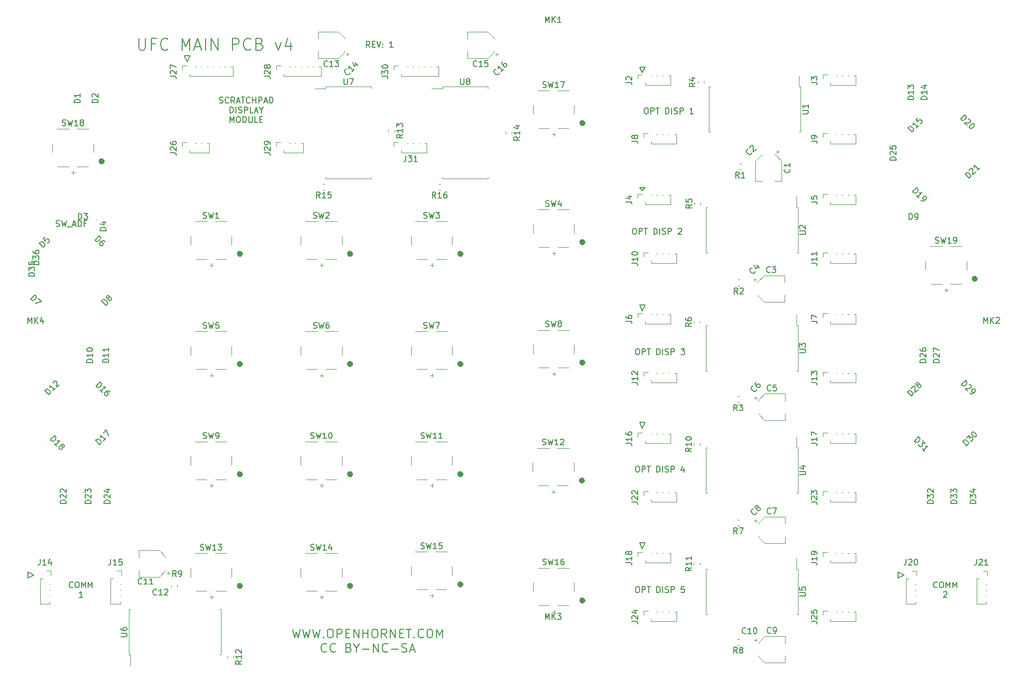
<source format=gbr>
G04 #@! TF.GenerationSoftware,KiCad,Pcbnew,(5.1.4)-1*
G04 #@! TF.CreationDate,2020-12-28T17:29:28-07:00*
G04 #@! TF.ProjectId,ufc_v4_main,7566635f-7634-45f6-9d61-696e2e6b6963,rev?*
G04 #@! TF.SameCoordinates,Original*
G04 #@! TF.FileFunction,Legend,Top*
G04 #@! TF.FilePolarity,Positive*
%FSLAX46Y46*%
G04 Gerber Fmt 4.6, Leading zero omitted, Abs format (unit mm)*
G04 Created by KiCad (PCBNEW (5.1.4)-1) date 2020-12-28 17:29:28*
%MOMM*%
%LPD*%
G04 APERTURE LIST*
%ADD10C,0.200000*%
%ADD11C,0.150000*%
%ADD12C,0.120000*%
%ADD13C,0.100000*%
G04 APERTURE END LIST*
D10*
X134241471Y-192759571D02*
X134598614Y-194259571D01*
X134884328Y-193188142D01*
X135170042Y-194259571D01*
X135527185Y-192759571D01*
X135955757Y-192759571D02*
X136312900Y-194259571D01*
X136598614Y-193188142D01*
X136884328Y-194259571D01*
X137241471Y-192759571D01*
X137670042Y-192759571D02*
X138027185Y-194259571D01*
X138312900Y-193188142D01*
X138598614Y-194259571D01*
X138955757Y-192759571D01*
X139527185Y-194116714D02*
X139598614Y-194188142D01*
X139527185Y-194259571D01*
X139455757Y-194188142D01*
X139527185Y-194116714D01*
X139527185Y-194259571D01*
X140527185Y-192759571D02*
X140812900Y-192759571D01*
X140955757Y-192831000D01*
X141098614Y-192973857D01*
X141170042Y-193259571D01*
X141170042Y-193759571D01*
X141098614Y-194045285D01*
X140955757Y-194188142D01*
X140812900Y-194259571D01*
X140527185Y-194259571D01*
X140384328Y-194188142D01*
X140241471Y-194045285D01*
X140170042Y-193759571D01*
X140170042Y-193259571D01*
X140241471Y-192973857D01*
X140384328Y-192831000D01*
X140527185Y-192759571D01*
X141812900Y-194259571D02*
X141812900Y-192759571D01*
X142384328Y-192759571D01*
X142527185Y-192831000D01*
X142598614Y-192902428D01*
X142670042Y-193045285D01*
X142670042Y-193259571D01*
X142598614Y-193402428D01*
X142527185Y-193473857D01*
X142384328Y-193545285D01*
X141812900Y-193545285D01*
X143312900Y-193473857D02*
X143812900Y-193473857D01*
X144027185Y-194259571D02*
X143312900Y-194259571D01*
X143312900Y-192759571D01*
X144027185Y-192759571D01*
X144670042Y-194259571D02*
X144670042Y-192759571D01*
X145527185Y-194259571D01*
X145527185Y-192759571D01*
X146241471Y-194259571D02*
X146241471Y-192759571D01*
X146241471Y-193473857D02*
X147098614Y-193473857D01*
X147098614Y-194259571D02*
X147098614Y-192759571D01*
X148098614Y-192759571D02*
X148384328Y-192759571D01*
X148527185Y-192831000D01*
X148670042Y-192973857D01*
X148741471Y-193259571D01*
X148741471Y-193759571D01*
X148670042Y-194045285D01*
X148527185Y-194188142D01*
X148384328Y-194259571D01*
X148098614Y-194259571D01*
X147955757Y-194188142D01*
X147812900Y-194045285D01*
X147741471Y-193759571D01*
X147741471Y-193259571D01*
X147812900Y-192973857D01*
X147955757Y-192831000D01*
X148098614Y-192759571D01*
X150241471Y-194259571D02*
X149741471Y-193545285D01*
X149384328Y-194259571D02*
X149384328Y-192759571D01*
X149955757Y-192759571D01*
X150098614Y-192831000D01*
X150170042Y-192902428D01*
X150241471Y-193045285D01*
X150241471Y-193259571D01*
X150170042Y-193402428D01*
X150098614Y-193473857D01*
X149955757Y-193545285D01*
X149384328Y-193545285D01*
X150884328Y-194259571D02*
X150884328Y-192759571D01*
X151741471Y-194259571D01*
X151741471Y-192759571D01*
X152455757Y-193473857D02*
X152955757Y-193473857D01*
X153170042Y-194259571D02*
X152455757Y-194259571D01*
X152455757Y-192759571D01*
X153170042Y-192759571D01*
X153598614Y-192759571D02*
X154455757Y-192759571D01*
X154027185Y-194259571D02*
X154027185Y-192759571D01*
X154955757Y-194116714D02*
X155027185Y-194188142D01*
X154955757Y-194259571D01*
X154884328Y-194188142D01*
X154955757Y-194116714D01*
X154955757Y-194259571D01*
X156527185Y-194116714D02*
X156455757Y-194188142D01*
X156241471Y-194259571D01*
X156098614Y-194259571D01*
X155884328Y-194188142D01*
X155741471Y-194045285D01*
X155670042Y-193902428D01*
X155598614Y-193616714D01*
X155598614Y-193402428D01*
X155670042Y-193116714D01*
X155741471Y-192973857D01*
X155884328Y-192831000D01*
X156098614Y-192759571D01*
X156241471Y-192759571D01*
X156455757Y-192831000D01*
X156527185Y-192902428D01*
X157455757Y-192759571D02*
X157741471Y-192759571D01*
X157884328Y-192831000D01*
X158027185Y-192973857D01*
X158098614Y-193259571D01*
X158098614Y-193759571D01*
X158027185Y-194045285D01*
X157884328Y-194188142D01*
X157741471Y-194259571D01*
X157455757Y-194259571D01*
X157312900Y-194188142D01*
X157170042Y-194045285D01*
X157098614Y-193759571D01*
X157098614Y-193259571D01*
X157170042Y-192973857D01*
X157312900Y-192831000D01*
X157455757Y-192759571D01*
X158741471Y-194259571D02*
X158741471Y-192759571D01*
X159241471Y-193831000D01*
X159741471Y-192759571D01*
X159741471Y-194259571D01*
X140062900Y-196566714D02*
X139991471Y-196638142D01*
X139777185Y-196709571D01*
X139634328Y-196709571D01*
X139420042Y-196638142D01*
X139277185Y-196495285D01*
X139205757Y-196352428D01*
X139134328Y-196066714D01*
X139134328Y-195852428D01*
X139205757Y-195566714D01*
X139277185Y-195423857D01*
X139420042Y-195281000D01*
X139634328Y-195209571D01*
X139777185Y-195209571D01*
X139991471Y-195281000D01*
X140062900Y-195352428D01*
X141562900Y-196566714D02*
X141491471Y-196638142D01*
X141277185Y-196709571D01*
X141134328Y-196709571D01*
X140920042Y-196638142D01*
X140777185Y-196495285D01*
X140705757Y-196352428D01*
X140634328Y-196066714D01*
X140634328Y-195852428D01*
X140705757Y-195566714D01*
X140777185Y-195423857D01*
X140920042Y-195281000D01*
X141134328Y-195209571D01*
X141277185Y-195209571D01*
X141491471Y-195281000D01*
X141562900Y-195352428D01*
X143848614Y-195923857D02*
X144062900Y-195995285D01*
X144134328Y-196066714D01*
X144205757Y-196209571D01*
X144205757Y-196423857D01*
X144134328Y-196566714D01*
X144062900Y-196638142D01*
X143920042Y-196709571D01*
X143348614Y-196709571D01*
X143348614Y-195209571D01*
X143848614Y-195209571D01*
X143991471Y-195281000D01*
X144062900Y-195352428D01*
X144134328Y-195495285D01*
X144134328Y-195638142D01*
X144062900Y-195781000D01*
X143991471Y-195852428D01*
X143848614Y-195923857D01*
X143348614Y-195923857D01*
X145134328Y-195995285D02*
X145134328Y-196709571D01*
X144634328Y-195209571D02*
X145134328Y-195995285D01*
X145634328Y-195209571D01*
X146134328Y-196138142D02*
X147277185Y-196138142D01*
X147991471Y-196709571D02*
X147991471Y-195209571D01*
X148848614Y-196709571D01*
X148848614Y-195209571D01*
X150420042Y-196566714D02*
X150348614Y-196638142D01*
X150134328Y-196709571D01*
X149991471Y-196709571D01*
X149777185Y-196638142D01*
X149634328Y-196495285D01*
X149562900Y-196352428D01*
X149491471Y-196066714D01*
X149491471Y-195852428D01*
X149562900Y-195566714D01*
X149634328Y-195423857D01*
X149777185Y-195281000D01*
X149991471Y-195209571D01*
X150134328Y-195209571D01*
X150348614Y-195281000D01*
X150420042Y-195352428D01*
X151062900Y-196138142D02*
X152205757Y-196138142D01*
X152848614Y-196638142D02*
X153062900Y-196709571D01*
X153420042Y-196709571D01*
X153562900Y-196638142D01*
X153634328Y-196566714D01*
X153705757Y-196423857D01*
X153705757Y-196281000D01*
X153634328Y-196138142D01*
X153562900Y-196066714D01*
X153420042Y-195995285D01*
X153134328Y-195923857D01*
X152991471Y-195852428D01*
X152920042Y-195781000D01*
X152848614Y-195638142D01*
X152848614Y-195495285D01*
X152920042Y-195352428D01*
X152991471Y-195281000D01*
X153134328Y-195209571D01*
X153491471Y-195209571D01*
X153705757Y-195281000D01*
X154277185Y-196281000D02*
X154991471Y-196281000D01*
X154134328Y-196709571D02*
X154634328Y-195209571D01*
X155134328Y-196709571D01*
D11*
X147396233Y-93758380D02*
X147062900Y-93282190D01*
X146824804Y-93758380D02*
X146824804Y-92758380D01*
X147205757Y-92758380D01*
X147300995Y-92806000D01*
X147348614Y-92853619D01*
X147396233Y-92948857D01*
X147396233Y-93091714D01*
X147348614Y-93186952D01*
X147300995Y-93234571D01*
X147205757Y-93282190D01*
X146824804Y-93282190D01*
X147824804Y-93234571D02*
X148158138Y-93234571D01*
X148300995Y-93758380D02*
X147824804Y-93758380D01*
X147824804Y-92758380D01*
X148300995Y-92758380D01*
X148586709Y-92758380D02*
X148920042Y-93758380D01*
X149253376Y-92758380D01*
X149586709Y-93663142D02*
X149634328Y-93710761D01*
X149586709Y-93758380D01*
X149539090Y-93710761D01*
X149586709Y-93663142D01*
X149586709Y-93758380D01*
X149586709Y-93139333D02*
X149634328Y-93186952D01*
X149586709Y-93234571D01*
X149539090Y-93186952D01*
X149586709Y-93139333D01*
X149586709Y-93234571D01*
X151348614Y-93758380D02*
X150777185Y-93758380D01*
X151062900Y-93758380D02*
X151062900Y-92758380D01*
X150967661Y-92901238D01*
X150872423Y-92996476D01*
X150777185Y-93044095D01*
D10*
X108110519Y-92210761D02*
X108110519Y-93829809D01*
X108205757Y-94020285D01*
X108300995Y-94115523D01*
X108491471Y-94210761D01*
X108872423Y-94210761D01*
X109062900Y-94115523D01*
X109158138Y-94020285D01*
X109253376Y-93829809D01*
X109253376Y-92210761D01*
X110872423Y-93163142D02*
X110205757Y-93163142D01*
X110205757Y-94210761D02*
X110205757Y-92210761D01*
X111158138Y-92210761D01*
X113062900Y-94020285D02*
X112967661Y-94115523D01*
X112681947Y-94210761D01*
X112491471Y-94210761D01*
X112205757Y-94115523D01*
X112015280Y-93925047D01*
X111920042Y-93734571D01*
X111824804Y-93353619D01*
X111824804Y-93067904D01*
X111920042Y-92686952D01*
X112015280Y-92496476D01*
X112205757Y-92306000D01*
X112491471Y-92210761D01*
X112681947Y-92210761D01*
X112967661Y-92306000D01*
X113062900Y-92401238D01*
X115443852Y-94210761D02*
X115443852Y-92210761D01*
X116110519Y-93639333D01*
X116777185Y-92210761D01*
X116777185Y-94210761D01*
X117634328Y-93639333D02*
X118586709Y-93639333D01*
X117443852Y-94210761D02*
X118110519Y-92210761D01*
X118777185Y-94210761D01*
X119443852Y-94210761D02*
X119443852Y-92210761D01*
X120396233Y-94210761D02*
X120396233Y-92210761D01*
X121539090Y-94210761D01*
X121539090Y-92210761D01*
X124015280Y-94210761D02*
X124015280Y-92210761D01*
X124777185Y-92210761D01*
X124967661Y-92306000D01*
X125062900Y-92401238D01*
X125158138Y-92591714D01*
X125158138Y-92877428D01*
X125062900Y-93067904D01*
X124967661Y-93163142D01*
X124777185Y-93258380D01*
X124015280Y-93258380D01*
X127158138Y-94020285D02*
X127062900Y-94115523D01*
X126777185Y-94210761D01*
X126586709Y-94210761D01*
X126300995Y-94115523D01*
X126110519Y-93925047D01*
X126015280Y-93734571D01*
X125920042Y-93353619D01*
X125920042Y-93067904D01*
X126015280Y-92686952D01*
X126110519Y-92496476D01*
X126300995Y-92306000D01*
X126586709Y-92210761D01*
X126777185Y-92210761D01*
X127062900Y-92306000D01*
X127158138Y-92401238D01*
X128681947Y-93163142D02*
X128967661Y-93258380D01*
X129062900Y-93353619D01*
X129158138Y-93544095D01*
X129158138Y-93829809D01*
X129062900Y-94020285D01*
X128967661Y-94115523D01*
X128777185Y-94210761D01*
X128015280Y-94210761D01*
X128015280Y-92210761D01*
X128681947Y-92210761D01*
X128872423Y-92306000D01*
X128967661Y-92401238D01*
X129062900Y-92591714D01*
X129062900Y-92782190D01*
X128967661Y-92972666D01*
X128872423Y-93067904D01*
X128681947Y-93163142D01*
X128015280Y-93163142D01*
X131348614Y-92877428D02*
X131824804Y-94210761D01*
X132300995Y-92877428D01*
X133920042Y-92877428D02*
X133920042Y-94210761D01*
X133443852Y-92115523D02*
X132967661Y-93544095D01*
X134205757Y-93544095D01*
D11*
X89257000Y-184083000D02*
X90257000Y-183583000D01*
X89257000Y-183083000D02*
X89257000Y-184083000D01*
X90257000Y-183583000D02*
X89257000Y-183083000D01*
X237257000Y-184083000D02*
X238257000Y-183583000D01*
X237257000Y-183083000D02*
X237257000Y-184083000D01*
X238257000Y-183583000D02*
X237257000Y-183083000D01*
X243899857Y-185615142D02*
X243852238Y-185662761D01*
X243709380Y-185710380D01*
X243614142Y-185710380D01*
X243471285Y-185662761D01*
X243376047Y-185567523D01*
X243328428Y-185472285D01*
X243280809Y-185281809D01*
X243280809Y-185138952D01*
X243328428Y-184948476D01*
X243376047Y-184853238D01*
X243471285Y-184758000D01*
X243614142Y-184710380D01*
X243709380Y-184710380D01*
X243852238Y-184758000D01*
X243899857Y-184805619D01*
X244518904Y-184710380D02*
X244709380Y-184710380D01*
X244804619Y-184758000D01*
X244899857Y-184853238D01*
X244947476Y-185043714D01*
X244947476Y-185377047D01*
X244899857Y-185567523D01*
X244804619Y-185662761D01*
X244709380Y-185710380D01*
X244518904Y-185710380D01*
X244423666Y-185662761D01*
X244328428Y-185567523D01*
X244280809Y-185377047D01*
X244280809Y-185043714D01*
X244328428Y-184853238D01*
X244423666Y-184758000D01*
X244518904Y-184710380D01*
X245376047Y-185710380D02*
X245376047Y-184710380D01*
X245709380Y-185424666D01*
X246042714Y-184710380D01*
X246042714Y-185710380D01*
X246518904Y-185710380D02*
X246518904Y-184710380D01*
X246852238Y-185424666D01*
X247185571Y-184710380D01*
X247185571Y-185710380D01*
X244971285Y-186455619D02*
X245018904Y-186408000D01*
X245114142Y-186360380D01*
X245352238Y-186360380D01*
X245447476Y-186408000D01*
X245495095Y-186455619D01*
X245542714Y-186550857D01*
X245542714Y-186646095D01*
X245495095Y-186788952D01*
X244923666Y-187360380D01*
X245542714Y-187360380D01*
X96899857Y-185615142D02*
X96852238Y-185662761D01*
X96709380Y-185710380D01*
X96614142Y-185710380D01*
X96471285Y-185662761D01*
X96376047Y-185567523D01*
X96328428Y-185472285D01*
X96280809Y-185281809D01*
X96280809Y-185138952D01*
X96328428Y-184948476D01*
X96376047Y-184853238D01*
X96471285Y-184758000D01*
X96614142Y-184710380D01*
X96709380Y-184710380D01*
X96852238Y-184758000D01*
X96899857Y-184805619D01*
X97518904Y-184710380D02*
X97709380Y-184710380D01*
X97804619Y-184758000D01*
X97899857Y-184853238D01*
X97947476Y-185043714D01*
X97947476Y-185377047D01*
X97899857Y-185567523D01*
X97804619Y-185662761D01*
X97709380Y-185710380D01*
X97518904Y-185710380D01*
X97423666Y-185662761D01*
X97328428Y-185567523D01*
X97280809Y-185377047D01*
X97280809Y-185043714D01*
X97328428Y-184853238D01*
X97423666Y-184758000D01*
X97518904Y-184710380D01*
X98376047Y-185710380D02*
X98376047Y-184710380D01*
X98709380Y-185424666D01*
X99042714Y-184710380D01*
X99042714Y-185710380D01*
X99518904Y-185710380D02*
X99518904Y-184710380D01*
X99852238Y-185424666D01*
X100185571Y-184710380D01*
X100185571Y-185710380D01*
X98542714Y-187360380D02*
X97971285Y-187360380D01*
X98257000Y-187360380D02*
X98257000Y-186360380D01*
X98161761Y-186503238D01*
X98066523Y-186598476D01*
X97971285Y-186646095D01*
X192828428Y-185535380D02*
X193018904Y-185535380D01*
X193114142Y-185583000D01*
X193209380Y-185678238D01*
X193257000Y-185868714D01*
X193257000Y-186202047D01*
X193209380Y-186392523D01*
X193114142Y-186487761D01*
X193018904Y-186535380D01*
X192828428Y-186535380D01*
X192733190Y-186487761D01*
X192637952Y-186392523D01*
X192590333Y-186202047D01*
X192590333Y-185868714D01*
X192637952Y-185678238D01*
X192733190Y-185583000D01*
X192828428Y-185535380D01*
X193685571Y-186535380D02*
X193685571Y-185535380D01*
X194066523Y-185535380D01*
X194161761Y-185583000D01*
X194209380Y-185630619D01*
X194257000Y-185725857D01*
X194257000Y-185868714D01*
X194209380Y-185963952D01*
X194161761Y-186011571D01*
X194066523Y-186059190D01*
X193685571Y-186059190D01*
X194542714Y-185535380D02*
X195114142Y-185535380D01*
X194828428Y-186535380D02*
X194828428Y-185535380D01*
X196209380Y-186535380D02*
X196209380Y-185535380D01*
X196447476Y-185535380D01*
X196590333Y-185583000D01*
X196685571Y-185678238D01*
X196733190Y-185773476D01*
X196780809Y-185963952D01*
X196780809Y-186106809D01*
X196733190Y-186297285D01*
X196685571Y-186392523D01*
X196590333Y-186487761D01*
X196447476Y-186535380D01*
X196209380Y-186535380D01*
X197209380Y-186535380D02*
X197209380Y-185535380D01*
X197637952Y-186487761D02*
X197780809Y-186535380D01*
X198018904Y-186535380D01*
X198114142Y-186487761D01*
X198161761Y-186440142D01*
X198209380Y-186344904D01*
X198209380Y-186249666D01*
X198161761Y-186154428D01*
X198114142Y-186106809D01*
X198018904Y-186059190D01*
X197828428Y-186011571D01*
X197733190Y-185963952D01*
X197685571Y-185916333D01*
X197637952Y-185821095D01*
X197637952Y-185725857D01*
X197685571Y-185630619D01*
X197733190Y-185583000D01*
X197828428Y-185535380D01*
X198066523Y-185535380D01*
X198209380Y-185583000D01*
X198637952Y-186535380D02*
X198637952Y-185535380D01*
X199018904Y-185535380D01*
X199114142Y-185583000D01*
X199161761Y-185630619D01*
X199209380Y-185725857D01*
X199209380Y-185868714D01*
X199161761Y-185963952D01*
X199114142Y-186011571D01*
X199018904Y-186059190D01*
X198637952Y-186059190D01*
X200876047Y-185535380D02*
X200399857Y-185535380D01*
X200352238Y-186011571D01*
X200399857Y-185963952D01*
X200495095Y-185916333D01*
X200733190Y-185916333D01*
X200828428Y-185963952D01*
X200876047Y-186011571D01*
X200923666Y-186106809D01*
X200923666Y-186344904D01*
X200876047Y-186440142D01*
X200828428Y-186487761D01*
X200733190Y-186535380D01*
X200495095Y-186535380D01*
X200399857Y-186487761D01*
X200352238Y-186440142D01*
X192828428Y-165035380D02*
X193018904Y-165035380D01*
X193114142Y-165083000D01*
X193209380Y-165178238D01*
X193257000Y-165368714D01*
X193257000Y-165702047D01*
X193209380Y-165892523D01*
X193114142Y-165987761D01*
X193018904Y-166035380D01*
X192828428Y-166035380D01*
X192733190Y-165987761D01*
X192637952Y-165892523D01*
X192590333Y-165702047D01*
X192590333Y-165368714D01*
X192637952Y-165178238D01*
X192733190Y-165083000D01*
X192828428Y-165035380D01*
X193685571Y-166035380D02*
X193685571Y-165035380D01*
X194066523Y-165035380D01*
X194161761Y-165083000D01*
X194209380Y-165130619D01*
X194257000Y-165225857D01*
X194257000Y-165368714D01*
X194209380Y-165463952D01*
X194161761Y-165511571D01*
X194066523Y-165559190D01*
X193685571Y-165559190D01*
X194542714Y-165035380D02*
X195114142Y-165035380D01*
X194828428Y-166035380D02*
X194828428Y-165035380D01*
X196209380Y-166035380D02*
X196209380Y-165035380D01*
X196447476Y-165035380D01*
X196590333Y-165083000D01*
X196685571Y-165178238D01*
X196733190Y-165273476D01*
X196780809Y-165463952D01*
X196780809Y-165606809D01*
X196733190Y-165797285D01*
X196685571Y-165892523D01*
X196590333Y-165987761D01*
X196447476Y-166035380D01*
X196209380Y-166035380D01*
X197209380Y-166035380D02*
X197209380Y-165035380D01*
X197637952Y-165987761D02*
X197780809Y-166035380D01*
X198018904Y-166035380D01*
X198114142Y-165987761D01*
X198161761Y-165940142D01*
X198209380Y-165844904D01*
X198209380Y-165749666D01*
X198161761Y-165654428D01*
X198114142Y-165606809D01*
X198018904Y-165559190D01*
X197828428Y-165511571D01*
X197733190Y-165463952D01*
X197685571Y-165416333D01*
X197637952Y-165321095D01*
X197637952Y-165225857D01*
X197685571Y-165130619D01*
X197733190Y-165083000D01*
X197828428Y-165035380D01*
X198066523Y-165035380D01*
X198209380Y-165083000D01*
X198637952Y-166035380D02*
X198637952Y-165035380D01*
X199018904Y-165035380D01*
X199114142Y-165083000D01*
X199161761Y-165130619D01*
X199209380Y-165225857D01*
X199209380Y-165368714D01*
X199161761Y-165463952D01*
X199114142Y-165511571D01*
X199018904Y-165559190D01*
X198637952Y-165559190D01*
X200828428Y-165368714D02*
X200828428Y-166035380D01*
X200590333Y-164987761D02*
X200352238Y-165702047D01*
X200971285Y-165702047D01*
X192828428Y-145035380D02*
X193018904Y-145035380D01*
X193114142Y-145083000D01*
X193209380Y-145178238D01*
X193257000Y-145368714D01*
X193257000Y-145702047D01*
X193209380Y-145892523D01*
X193114142Y-145987761D01*
X193018904Y-146035380D01*
X192828428Y-146035380D01*
X192733190Y-145987761D01*
X192637952Y-145892523D01*
X192590333Y-145702047D01*
X192590333Y-145368714D01*
X192637952Y-145178238D01*
X192733190Y-145083000D01*
X192828428Y-145035380D01*
X193685571Y-146035380D02*
X193685571Y-145035380D01*
X194066523Y-145035380D01*
X194161761Y-145083000D01*
X194209380Y-145130619D01*
X194257000Y-145225857D01*
X194257000Y-145368714D01*
X194209380Y-145463952D01*
X194161761Y-145511571D01*
X194066523Y-145559190D01*
X193685571Y-145559190D01*
X194542714Y-145035380D02*
X195114142Y-145035380D01*
X194828428Y-146035380D02*
X194828428Y-145035380D01*
X196209380Y-146035380D02*
X196209380Y-145035380D01*
X196447476Y-145035380D01*
X196590333Y-145083000D01*
X196685571Y-145178238D01*
X196733190Y-145273476D01*
X196780809Y-145463952D01*
X196780809Y-145606809D01*
X196733190Y-145797285D01*
X196685571Y-145892523D01*
X196590333Y-145987761D01*
X196447476Y-146035380D01*
X196209380Y-146035380D01*
X197209380Y-146035380D02*
X197209380Y-145035380D01*
X197637952Y-145987761D02*
X197780809Y-146035380D01*
X198018904Y-146035380D01*
X198114142Y-145987761D01*
X198161761Y-145940142D01*
X198209380Y-145844904D01*
X198209380Y-145749666D01*
X198161761Y-145654428D01*
X198114142Y-145606809D01*
X198018904Y-145559190D01*
X197828428Y-145511571D01*
X197733190Y-145463952D01*
X197685571Y-145416333D01*
X197637952Y-145321095D01*
X197637952Y-145225857D01*
X197685571Y-145130619D01*
X197733190Y-145083000D01*
X197828428Y-145035380D01*
X198066523Y-145035380D01*
X198209380Y-145083000D01*
X198637952Y-146035380D02*
X198637952Y-145035380D01*
X199018904Y-145035380D01*
X199114142Y-145083000D01*
X199161761Y-145130619D01*
X199209380Y-145225857D01*
X199209380Y-145368714D01*
X199161761Y-145463952D01*
X199114142Y-145511571D01*
X199018904Y-145559190D01*
X198637952Y-145559190D01*
X200304619Y-145035380D02*
X200923666Y-145035380D01*
X200590333Y-145416333D01*
X200733190Y-145416333D01*
X200828428Y-145463952D01*
X200876047Y-145511571D01*
X200923666Y-145606809D01*
X200923666Y-145844904D01*
X200876047Y-145940142D01*
X200828428Y-145987761D01*
X200733190Y-146035380D01*
X200447476Y-146035380D01*
X200352238Y-145987761D01*
X200304619Y-145940142D01*
X192328428Y-124535380D02*
X192518904Y-124535380D01*
X192614142Y-124583000D01*
X192709380Y-124678238D01*
X192757000Y-124868714D01*
X192757000Y-125202047D01*
X192709380Y-125392523D01*
X192614142Y-125487761D01*
X192518904Y-125535380D01*
X192328428Y-125535380D01*
X192233190Y-125487761D01*
X192137952Y-125392523D01*
X192090333Y-125202047D01*
X192090333Y-124868714D01*
X192137952Y-124678238D01*
X192233190Y-124583000D01*
X192328428Y-124535380D01*
X193185571Y-125535380D02*
X193185571Y-124535380D01*
X193566523Y-124535380D01*
X193661761Y-124583000D01*
X193709380Y-124630619D01*
X193757000Y-124725857D01*
X193757000Y-124868714D01*
X193709380Y-124963952D01*
X193661761Y-125011571D01*
X193566523Y-125059190D01*
X193185571Y-125059190D01*
X194042714Y-124535380D02*
X194614142Y-124535380D01*
X194328428Y-125535380D02*
X194328428Y-124535380D01*
X195709380Y-125535380D02*
X195709380Y-124535380D01*
X195947476Y-124535380D01*
X196090333Y-124583000D01*
X196185571Y-124678238D01*
X196233190Y-124773476D01*
X196280809Y-124963952D01*
X196280809Y-125106809D01*
X196233190Y-125297285D01*
X196185571Y-125392523D01*
X196090333Y-125487761D01*
X195947476Y-125535380D01*
X195709380Y-125535380D01*
X196709380Y-125535380D02*
X196709380Y-124535380D01*
X197137952Y-125487761D02*
X197280809Y-125535380D01*
X197518904Y-125535380D01*
X197614142Y-125487761D01*
X197661761Y-125440142D01*
X197709380Y-125344904D01*
X197709380Y-125249666D01*
X197661761Y-125154428D01*
X197614142Y-125106809D01*
X197518904Y-125059190D01*
X197328428Y-125011571D01*
X197233190Y-124963952D01*
X197185571Y-124916333D01*
X197137952Y-124821095D01*
X197137952Y-124725857D01*
X197185571Y-124630619D01*
X197233190Y-124583000D01*
X197328428Y-124535380D01*
X197566523Y-124535380D01*
X197709380Y-124583000D01*
X198137952Y-125535380D02*
X198137952Y-124535380D01*
X198518904Y-124535380D01*
X198614142Y-124583000D01*
X198661761Y-124630619D01*
X198709380Y-124725857D01*
X198709380Y-124868714D01*
X198661761Y-124963952D01*
X198614142Y-125011571D01*
X198518904Y-125059190D01*
X198137952Y-125059190D01*
X199852238Y-124630619D02*
X199899857Y-124583000D01*
X199995095Y-124535380D01*
X200233190Y-124535380D01*
X200328428Y-124583000D01*
X200376047Y-124630619D01*
X200423666Y-124725857D01*
X200423666Y-124821095D01*
X200376047Y-124963952D01*
X199804619Y-125535380D01*
X200423666Y-125535380D01*
X194328428Y-104035380D02*
X194518904Y-104035380D01*
X194614142Y-104083000D01*
X194709380Y-104178238D01*
X194757000Y-104368714D01*
X194757000Y-104702047D01*
X194709380Y-104892523D01*
X194614142Y-104987761D01*
X194518904Y-105035380D01*
X194328428Y-105035380D01*
X194233190Y-104987761D01*
X194137952Y-104892523D01*
X194090333Y-104702047D01*
X194090333Y-104368714D01*
X194137952Y-104178238D01*
X194233190Y-104083000D01*
X194328428Y-104035380D01*
X195185571Y-105035380D02*
X195185571Y-104035380D01*
X195566523Y-104035380D01*
X195661761Y-104083000D01*
X195709380Y-104130619D01*
X195757000Y-104225857D01*
X195757000Y-104368714D01*
X195709380Y-104463952D01*
X195661761Y-104511571D01*
X195566523Y-104559190D01*
X195185571Y-104559190D01*
X196042714Y-104035380D02*
X196614142Y-104035380D01*
X196328428Y-105035380D02*
X196328428Y-104035380D01*
X197709380Y-105035380D02*
X197709380Y-104035380D01*
X197947476Y-104035380D01*
X198090333Y-104083000D01*
X198185571Y-104178238D01*
X198233190Y-104273476D01*
X198280809Y-104463952D01*
X198280809Y-104606809D01*
X198233190Y-104797285D01*
X198185571Y-104892523D01*
X198090333Y-104987761D01*
X197947476Y-105035380D01*
X197709380Y-105035380D01*
X198709380Y-105035380D02*
X198709380Y-104035380D01*
X199137952Y-104987761D02*
X199280809Y-105035380D01*
X199518904Y-105035380D01*
X199614142Y-104987761D01*
X199661761Y-104940142D01*
X199709380Y-104844904D01*
X199709380Y-104749666D01*
X199661761Y-104654428D01*
X199614142Y-104606809D01*
X199518904Y-104559190D01*
X199328428Y-104511571D01*
X199233190Y-104463952D01*
X199185571Y-104416333D01*
X199137952Y-104321095D01*
X199137952Y-104225857D01*
X199185571Y-104130619D01*
X199233190Y-104083000D01*
X199328428Y-104035380D01*
X199566523Y-104035380D01*
X199709380Y-104083000D01*
X200137952Y-105035380D02*
X200137952Y-104035380D01*
X200518904Y-104035380D01*
X200614142Y-104083000D01*
X200661761Y-104130619D01*
X200709380Y-104225857D01*
X200709380Y-104368714D01*
X200661761Y-104463952D01*
X200614142Y-104511571D01*
X200518904Y-104559190D01*
X200137952Y-104559190D01*
X202423666Y-105035380D02*
X201852238Y-105035380D01*
X202137952Y-105035380D02*
X202137952Y-104035380D01*
X202042714Y-104178238D01*
X201947476Y-104273476D01*
X201852238Y-104321095D01*
X194257000Y-178083000D02*
X193757000Y-179083000D01*
X193257000Y-178083000D02*
X194257000Y-178083000D01*
X193757000Y-179083000D02*
X193257000Y-178083000D01*
X194257000Y-157583000D02*
X193757000Y-158583000D01*
X193257000Y-157583000D02*
X194257000Y-157583000D01*
X193757000Y-158583000D02*
X193257000Y-157583000D01*
X194257000Y-137583000D02*
X193757000Y-138583000D01*
X193257000Y-137583000D02*
X194257000Y-137583000D01*
X193757000Y-138583000D02*
X193257000Y-137583000D01*
X194257000Y-117583000D02*
X193757000Y-118083000D01*
X193257000Y-117583000D02*
X194257000Y-117583000D01*
X193757000Y-118083000D02*
X193257000Y-117583000D01*
X193257000Y-97083000D02*
X193757000Y-98083000D01*
X194257000Y-97083000D02*
X193257000Y-97083000D01*
X193757000Y-98083000D02*
X194257000Y-97083000D01*
X115808000Y-95193000D02*
X116308000Y-96193000D01*
X116808000Y-95193000D02*
X115808000Y-95193000D01*
X116308000Y-96193000D02*
X116808000Y-95193000D01*
X121818652Y-103191659D02*
X121961510Y-103239278D01*
X122199605Y-103239278D01*
X122294843Y-103191659D01*
X122342462Y-103144040D01*
X122390081Y-103048802D01*
X122390081Y-102953564D01*
X122342462Y-102858326D01*
X122294843Y-102810707D01*
X122199605Y-102763088D01*
X122009129Y-102715469D01*
X121913891Y-102667850D01*
X121866272Y-102620231D01*
X121818652Y-102524993D01*
X121818652Y-102429755D01*
X121866272Y-102334517D01*
X121913891Y-102286898D01*
X122009129Y-102239278D01*
X122247224Y-102239278D01*
X122390081Y-102286898D01*
X123390081Y-103144040D02*
X123342462Y-103191659D01*
X123199605Y-103239278D01*
X123104367Y-103239278D01*
X122961510Y-103191659D01*
X122866272Y-103096421D01*
X122818652Y-103001183D01*
X122771033Y-102810707D01*
X122771033Y-102667850D01*
X122818652Y-102477374D01*
X122866272Y-102382136D01*
X122961510Y-102286898D01*
X123104367Y-102239278D01*
X123199605Y-102239278D01*
X123342462Y-102286898D01*
X123390081Y-102334517D01*
X124390081Y-103239278D02*
X124056748Y-102763088D01*
X123818652Y-103239278D02*
X123818652Y-102239278D01*
X124199605Y-102239278D01*
X124294843Y-102286898D01*
X124342462Y-102334517D01*
X124390081Y-102429755D01*
X124390081Y-102572612D01*
X124342462Y-102667850D01*
X124294843Y-102715469D01*
X124199605Y-102763088D01*
X123818652Y-102763088D01*
X124771033Y-102953564D02*
X125247224Y-102953564D01*
X124675795Y-103239278D02*
X125009129Y-102239278D01*
X125342462Y-103239278D01*
X125532938Y-102239278D02*
X126104367Y-102239278D01*
X125818652Y-103239278D02*
X125818652Y-102239278D01*
X127009129Y-103144040D02*
X126961510Y-103191659D01*
X126818652Y-103239278D01*
X126723414Y-103239278D01*
X126580557Y-103191659D01*
X126485319Y-103096421D01*
X126437700Y-103001183D01*
X126390081Y-102810707D01*
X126390081Y-102667850D01*
X126437700Y-102477374D01*
X126485319Y-102382136D01*
X126580557Y-102286898D01*
X126723414Y-102239278D01*
X126818652Y-102239278D01*
X126961510Y-102286898D01*
X127009129Y-102334517D01*
X127437700Y-103239278D02*
X127437700Y-102239278D01*
X127437700Y-102715469D02*
X128009129Y-102715469D01*
X128009129Y-103239278D02*
X128009129Y-102239278D01*
X128485319Y-103239278D02*
X128485319Y-102239278D01*
X128866272Y-102239278D01*
X128961510Y-102286898D01*
X129009129Y-102334517D01*
X129056748Y-102429755D01*
X129056748Y-102572612D01*
X129009129Y-102667850D01*
X128961510Y-102715469D01*
X128866272Y-102763088D01*
X128485319Y-102763088D01*
X129437700Y-102953564D02*
X129913891Y-102953564D01*
X129342462Y-103239278D02*
X129675795Y-102239278D01*
X130009129Y-103239278D01*
X130342462Y-103239278D02*
X130342462Y-102239278D01*
X130580557Y-102239278D01*
X130723414Y-102286898D01*
X130818652Y-102382136D01*
X130866272Y-102477374D01*
X130913891Y-102667850D01*
X130913891Y-102810707D01*
X130866272Y-103001183D01*
X130818652Y-103096421D01*
X130723414Y-103191659D01*
X130580557Y-103239278D01*
X130342462Y-103239278D01*
X123628176Y-104889278D02*
X123628176Y-103889278D01*
X123866272Y-103889278D01*
X124009129Y-103936898D01*
X124104367Y-104032136D01*
X124151986Y-104127374D01*
X124199605Y-104317850D01*
X124199605Y-104460707D01*
X124151986Y-104651183D01*
X124104367Y-104746421D01*
X124009129Y-104841659D01*
X123866272Y-104889278D01*
X123628176Y-104889278D01*
X124628176Y-104889278D02*
X124628176Y-103889278D01*
X125056748Y-104841659D02*
X125199605Y-104889278D01*
X125437700Y-104889278D01*
X125532938Y-104841659D01*
X125580557Y-104794040D01*
X125628176Y-104698802D01*
X125628176Y-104603564D01*
X125580557Y-104508326D01*
X125532938Y-104460707D01*
X125437700Y-104413088D01*
X125247224Y-104365469D01*
X125151986Y-104317850D01*
X125104367Y-104270231D01*
X125056748Y-104174993D01*
X125056748Y-104079755D01*
X125104367Y-103984517D01*
X125151986Y-103936898D01*
X125247224Y-103889278D01*
X125485319Y-103889278D01*
X125628176Y-103936898D01*
X126056748Y-104889278D02*
X126056748Y-103889278D01*
X126437700Y-103889278D01*
X126532938Y-103936898D01*
X126580557Y-103984517D01*
X126628176Y-104079755D01*
X126628176Y-104222612D01*
X126580557Y-104317850D01*
X126532938Y-104365469D01*
X126437700Y-104413088D01*
X126056748Y-104413088D01*
X127532938Y-104889278D02*
X127056748Y-104889278D01*
X127056748Y-103889278D01*
X127818652Y-104603564D02*
X128294843Y-104603564D01*
X127723414Y-104889278D02*
X128056748Y-103889278D01*
X128390081Y-104889278D01*
X128913891Y-104413088D02*
X128913891Y-104889278D01*
X128580557Y-103889278D02*
X128913891Y-104413088D01*
X129247224Y-103889278D01*
X123628176Y-106539278D02*
X123628176Y-105539278D01*
X123961510Y-106253564D01*
X124294843Y-105539278D01*
X124294843Y-106539278D01*
X124961510Y-105539278D02*
X125151986Y-105539278D01*
X125247224Y-105586898D01*
X125342462Y-105682136D01*
X125390081Y-105872612D01*
X125390081Y-106205945D01*
X125342462Y-106396421D01*
X125247224Y-106491659D01*
X125151986Y-106539278D01*
X124961510Y-106539278D01*
X124866272Y-106491659D01*
X124771033Y-106396421D01*
X124723414Y-106205945D01*
X124723414Y-105872612D01*
X124771033Y-105682136D01*
X124866272Y-105586898D01*
X124961510Y-105539278D01*
X125818652Y-106539278D02*
X125818652Y-105539278D01*
X126056748Y-105539278D01*
X126199605Y-105586898D01*
X126294843Y-105682136D01*
X126342462Y-105777374D01*
X126390081Y-105967850D01*
X126390081Y-106110707D01*
X126342462Y-106301183D01*
X126294843Y-106396421D01*
X126199605Y-106491659D01*
X126056748Y-106539278D01*
X125818652Y-106539278D01*
X126818652Y-105539278D02*
X126818652Y-106348802D01*
X126866272Y-106444040D01*
X126913891Y-106491659D01*
X127009129Y-106539278D01*
X127199605Y-106539278D01*
X127294843Y-106491659D01*
X127342462Y-106444040D01*
X127390081Y-106348802D01*
X127390081Y-105539278D01*
X128342462Y-106539278D02*
X127866272Y-106539278D01*
X127866272Y-105539278D01*
X128675795Y-106015469D02*
X129009129Y-106015469D01*
X129151986Y-106539278D02*
X128675795Y-106539278D01*
X128675795Y-105539278D01*
X129151986Y-105539278D01*
D12*
X205044000Y-104279000D02*
X205044000Y-108139000D01*
X205044000Y-108139000D02*
X205309000Y-108139000D01*
X205044000Y-104279000D02*
X205044000Y-100419000D01*
X205044000Y-100419000D02*
X205309000Y-100419000D01*
X220664000Y-104279000D02*
X220664000Y-108139000D01*
X220664000Y-108139000D02*
X220399000Y-108139000D01*
X220664000Y-104279000D02*
X220664000Y-100419000D01*
X220664000Y-100419000D02*
X220399000Y-100419000D01*
X220399000Y-100419000D02*
X220399000Y-98604000D01*
X217010000Y-111529000D02*
X216510000Y-111529000D01*
X216760000Y-111279000D02*
X216760000Y-111779000D01*
X214004437Y-112019000D02*
X212940000Y-113083437D01*
X216395563Y-112019000D02*
X217460000Y-113083437D01*
X216395563Y-112019000D02*
X216260000Y-112019000D01*
X214004437Y-112019000D02*
X214140000Y-112019000D01*
X212940000Y-113083437D02*
X212940000Y-116539000D01*
X217460000Y-113083437D02*
X217460000Y-116539000D01*
X217460000Y-116539000D02*
X216260000Y-116539000D01*
X212940000Y-116539000D02*
X214140000Y-116539000D01*
X217899000Y-137080000D02*
X217899000Y-135880000D01*
X217899000Y-132560000D02*
X217899000Y-133760000D01*
X214443437Y-132560000D02*
X217899000Y-132560000D01*
X214443437Y-137080000D02*
X217899000Y-137080000D01*
X213379000Y-136015563D02*
X213379000Y-135880000D01*
X213379000Y-133624437D02*
X213379000Y-133760000D01*
X213379000Y-133624437D02*
X214443437Y-132560000D01*
X213379000Y-136015563D02*
X214443437Y-137080000D01*
X212639000Y-133260000D02*
X213139000Y-133260000D01*
X212889000Y-133010000D02*
X212889000Y-133510000D01*
X218028000Y-157216000D02*
X218028000Y-156016000D01*
X218028000Y-152696000D02*
X218028000Y-153896000D01*
X214572437Y-152696000D02*
X218028000Y-152696000D01*
X214572437Y-157216000D02*
X218028000Y-157216000D01*
X213508000Y-156151563D02*
X213508000Y-156016000D01*
X213508000Y-153760437D02*
X213508000Y-153896000D01*
X213508000Y-153760437D02*
X214572437Y-152696000D01*
X213508000Y-156151563D02*
X214572437Y-157216000D01*
X212768000Y-153396000D02*
X213268000Y-153396000D01*
X213018000Y-153146000D02*
X213018000Y-153646000D01*
X213018000Y-174101000D02*
X213018000Y-174601000D01*
X212768000Y-174351000D02*
X213268000Y-174351000D01*
X213508000Y-177106563D02*
X214572437Y-178171000D01*
X213508000Y-174715437D02*
X214572437Y-173651000D01*
X213508000Y-174715437D02*
X213508000Y-174851000D01*
X213508000Y-177106563D02*
X213508000Y-176971000D01*
X214572437Y-178171000D02*
X218028000Y-178171000D01*
X214572437Y-173651000D02*
X218028000Y-173651000D01*
X218028000Y-173651000D02*
X218028000Y-174851000D01*
X218028000Y-178171000D02*
X218028000Y-176971000D01*
X218028000Y-198491000D02*
X218028000Y-197291000D01*
X218028000Y-193971000D02*
X218028000Y-195171000D01*
X214572437Y-193971000D02*
X218028000Y-193971000D01*
X214572437Y-198491000D02*
X218028000Y-198491000D01*
X213508000Y-197426563D02*
X213508000Y-197291000D01*
X213508000Y-195035437D02*
X213508000Y-195171000D01*
X213508000Y-195035437D02*
X214572437Y-193971000D01*
X213508000Y-197426563D02*
X214572437Y-198491000D01*
X212768000Y-194671000D02*
X213268000Y-194671000D01*
X213018000Y-194421000D02*
X213018000Y-194921000D01*
X113108000Y-183436000D02*
X113108000Y-182936000D01*
X113358000Y-183186000D02*
X112858000Y-183186000D01*
X112618000Y-180430437D02*
X111553563Y-179366000D01*
X112618000Y-182821563D02*
X111553563Y-183886000D01*
X112618000Y-182821563D02*
X112618000Y-182686000D01*
X112618000Y-180430437D02*
X112618000Y-180566000D01*
X111553563Y-179366000D02*
X108098000Y-179366000D01*
X111553563Y-183886000D02*
X108098000Y-183886000D01*
X108098000Y-183886000D02*
X108098000Y-182686000D01*
X108098000Y-179366000D02*
X108098000Y-180566000D01*
X138578000Y-91101000D02*
X138578000Y-92301000D01*
X138578000Y-95621000D02*
X138578000Y-94421000D01*
X142033563Y-95621000D02*
X138578000Y-95621000D01*
X142033563Y-91101000D02*
X138578000Y-91101000D01*
X143098000Y-92165437D02*
X143098000Y-92301000D01*
X143098000Y-94556563D02*
X143098000Y-94421000D01*
X143098000Y-94556563D02*
X142033563Y-95621000D01*
X143098000Y-92165437D02*
X142033563Y-91101000D01*
X143838000Y-94921000D02*
X143338000Y-94921000D01*
X143588000Y-95171000D02*
X143588000Y-94671000D01*
X168988000Y-95171000D02*
X168988000Y-94671000D01*
X169238000Y-94921000D02*
X168738000Y-94921000D01*
X168498000Y-92165437D02*
X167433563Y-91101000D01*
X168498000Y-94556563D02*
X167433563Y-95621000D01*
X168498000Y-94556563D02*
X168498000Y-94421000D01*
X168498000Y-92165437D02*
X168498000Y-92301000D01*
X167433563Y-91101000D02*
X163978000Y-91101000D01*
X167433563Y-95621000D02*
X163978000Y-95621000D01*
X163978000Y-95621000D02*
X163978000Y-94421000D01*
X163978000Y-91101000D02*
X163978000Y-92301000D01*
D13*
X98902900Y-103506000D02*
G75*
G03X98902900Y-103506000I-50000J0D01*
G01*
X101903000Y-103506000D02*
G75*
G03X101903000Y-103506000I-50000J0D01*
G01*
X97532900Y-123726000D02*
G75*
G03X97532900Y-123726000I-50000J0D01*
G01*
X100963000Y-123116000D02*
G75*
G03X100963000Y-123116000I-50000J0D01*
G01*
X92089646Y-125319254D02*
G75*
G03X92089646Y-125319254I-50000J0D01*
G01*
X103113746Y-126686746D02*
G75*
G03X103113746Y-126686746I-50000J0D01*
G01*
X90577254Y-135246254D02*
G75*
G03X90577254Y-135246254I-50000J0D01*
G01*
X101237254Y-136817746D02*
G75*
G03X101237254Y-136817746I-50000J0D01*
G01*
X240993000Y-121416000D02*
G75*
G03X240993000Y-121416000I-50000J0D01*
G01*
X98652900Y-145076000D02*
G75*
G03X98652900Y-145076000I-50000J0D01*
G01*
X101403000Y-145061000D02*
G75*
G03X101403000Y-145061000I-50000J0D01*
G01*
X93359646Y-150084254D02*
G75*
G03X93359646Y-150084254I-50000J0D01*
G01*
X240653000Y-102506000D02*
G75*
G03X240653000Y-102506000I-50000J0D01*
G01*
X242903000Y-102506000D02*
G75*
G03X242903000Y-102506000I-50000J0D01*
G01*
X240171746Y-105380254D02*
G75*
G03X240171746Y-105380254I-50000J0D01*
G01*
X103646746Y-151879746D02*
G75*
G03X103646746Y-151879746I-50000J0D01*
G01*
X102105254Y-161785746D02*
G75*
G03X102105254Y-161785746I-50000J0D01*
G01*
X92707154Y-161133254D02*
G75*
G03X92707154Y-161133254I-50000J0D01*
G01*
X242528746Y-118807746D02*
G75*
G03X242528746Y-118807746I-50000J0D01*
G01*
X250712746Y-106413746D02*
G75*
G03X250712746Y-106413746I-50000J0D01*
G01*
X249977254Y-116447746D02*
G75*
G03X249977254Y-116447746I-50000J0D01*
G01*
X94152900Y-169076000D02*
G75*
G03X94152900Y-169076000I-50000J0D01*
G01*
X98402900Y-169076000D02*
G75*
G03X98402900Y-169076000I-50000J0D01*
G01*
X101653000Y-169076000D02*
G75*
G03X101653000Y-169076000I-50000J0D01*
G01*
X237623000Y-112829000D02*
G75*
G03X237623000Y-112829000I-50000J0D01*
G01*
X240403000Y-145076000D02*
G75*
G03X240403000Y-145076000I-50000J0D01*
G01*
X242653000Y-145076000D02*
G75*
G03X242653000Y-145076000I-50000J0D01*
G01*
X240044746Y-150338254D02*
G75*
G03X240044746Y-150338254I-50000J0D01*
G01*
X250839746Y-151625746D02*
G75*
G03X250839746Y-151625746I-50000J0D01*
G01*
X249597254Y-161937746D02*
G75*
G03X249597254Y-161937746I-50000J0D01*
G01*
X239627254Y-161346254D02*
G75*
G03X239627254Y-161346254I-50000J0D01*
G01*
X241653000Y-169076000D02*
G75*
G03X241653000Y-169076000I-50000J0D01*
G01*
X245653000Y-169076000D02*
G75*
G03X245653000Y-169076000I-50000J0D01*
G01*
X248903000Y-169076000D02*
G75*
G03X248903000Y-169076000I-50000J0D01*
G01*
X88792900Y-130366000D02*
G75*
G03X88792900Y-130366000I-50000J0D01*
G01*
X89548000Y-128427000D02*
G75*
G03X89548000Y-128427000I-50000J0D01*
G01*
D12*
X192947000Y-99083000D02*
X192947000Y-98398000D01*
X192947000Y-98398000D02*
X193757000Y-98398000D01*
X198202898Y-98563000D02*
X198567000Y-98563000D01*
X197202898Y-98563000D02*
X197311102Y-98563000D01*
X196202898Y-98563000D02*
X196311102Y-98563000D01*
X195202898Y-98563000D02*
X195311102Y-98563000D01*
X198567000Y-100183000D02*
X198567000Y-98563000D01*
X194257000Y-100183000D02*
X198567000Y-100183000D01*
X194257000Y-100183000D02*
X194257000Y-99768000D01*
X224447000Y-99083000D02*
X224447000Y-98398000D01*
X224447000Y-98398000D02*
X225257000Y-98398000D01*
X229702898Y-98563000D02*
X230067000Y-98563000D01*
X228702898Y-98563000D02*
X228811102Y-98563000D01*
X227702898Y-98563000D02*
X227811102Y-98563000D01*
X226702898Y-98563000D02*
X226811102Y-98563000D01*
X230067000Y-100183000D02*
X230067000Y-98563000D01*
X225757000Y-100183000D02*
X230067000Y-100183000D01*
X225757000Y-100183000D02*
X225757000Y-99768000D01*
X194257000Y-120503000D02*
X194257000Y-120088000D01*
X194257000Y-120503000D02*
X198567000Y-120503000D01*
X198567000Y-120503000D02*
X198567000Y-118883000D01*
X195202898Y-118883000D02*
X195311102Y-118883000D01*
X196202898Y-118883000D02*
X196311102Y-118883000D01*
X197202898Y-118883000D02*
X197311102Y-118883000D01*
X198202898Y-118883000D02*
X198567000Y-118883000D01*
X192947000Y-118718000D02*
X193757000Y-118718000D01*
X192947000Y-119403000D02*
X192947000Y-118718000D01*
X224447000Y-119403000D02*
X224447000Y-118718000D01*
X224447000Y-118718000D02*
X225257000Y-118718000D01*
X229702898Y-118883000D02*
X230067000Y-118883000D01*
X228702898Y-118883000D02*
X228811102Y-118883000D01*
X227702898Y-118883000D02*
X227811102Y-118883000D01*
X226702898Y-118883000D02*
X226811102Y-118883000D01*
X230067000Y-120503000D02*
X230067000Y-118883000D01*
X225757000Y-120503000D02*
X230067000Y-120503000D01*
X225757000Y-120503000D02*
X225757000Y-120088000D01*
X192947000Y-139723000D02*
X192947000Y-139038000D01*
X192947000Y-139038000D02*
X193757000Y-139038000D01*
X198202898Y-139203000D02*
X198567000Y-139203000D01*
X197202898Y-139203000D02*
X197311102Y-139203000D01*
X196202898Y-139203000D02*
X196311102Y-139203000D01*
X195202898Y-139203000D02*
X195311102Y-139203000D01*
X198567000Y-140823000D02*
X198567000Y-139203000D01*
X194257000Y-140823000D02*
X198567000Y-140823000D01*
X194257000Y-140823000D02*
X194257000Y-140408000D01*
X225757000Y-140823000D02*
X225757000Y-140408000D01*
X225757000Y-140823000D02*
X230067000Y-140823000D01*
X230067000Y-140823000D02*
X230067000Y-139203000D01*
X226702898Y-139203000D02*
X226811102Y-139203000D01*
X227702898Y-139203000D02*
X227811102Y-139203000D01*
X228702898Y-139203000D02*
X228811102Y-139203000D01*
X229702898Y-139203000D02*
X230067000Y-139203000D01*
X224447000Y-139038000D02*
X225257000Y-139038000D01*
X224447000Y-139723000D02*
X224447000Y-139038000D01*
X195257000Y-110183000D02*
X195257000Y-109768000D01*
X195257000Y-110183000D02*
X199567000Y-110183000D01*
X199567000Y-110183000D02*
X199567000Y-108563000D01*
X196202898Y-108563000D02*
X196311102Y-108563000D01*
X197202898Y-108563000D02*
X197311102Y-108563000D01*
X198202898Y-108563000D02*
X198311102Y-108563000D01*
X199202898Y-108563000D02*
X199567000Y-108563000D01*
X193947000Y-108398000D02*
X194757000Y-108398000D01*
X193947000Y-109083000D02*
X193947000Y-108398000D01*
X225757000Y-110183000D02*
X225757000Y-109768000D01*
X225757000Y-110183000D02*
X230067000Y-110183000D01*
X230067000Y-110183000D02*
X230067000Y-108563000D01*
X226702898Y-108563000D02*
X226811102Y-108563000D01*
X227702898Y-108563000D02*
X227811102Y-108563000D01*
X228702898Y-108563000D02*
X228811102Y-108563000D01*
X229702898Y-108563000D02*
X230067000Y-108563000D01*
X224447000Y-108398000D02*
X225257000Y-108398000D01*
X224447000Y-109083000D02*
X224447000Y-108398000D01*
X195257000Y-130503000D02*
X195257000Y-130088000D01*
X195257000Y-130503000D02*
X199567000Y-130503000D01*
X199567000Y-130503000D02*
X199567000Y-128883000D01*
X196202898Y-128883000D02*
X196311102Y-128883000D01*
X197202898Y-128883000D02*
X197311102Y-128883000D01*
X198202898Y-128883000D02*
X198311102Y-128883000D01*
X199202898Y-128883000D02*
X199567000Y-128883000D01*
X193947000Y-128718000D02*
X194757000Y-128718000D01*
X193947000Y-129403000D02*
X193947000Y-128718000D01*
X224447000Y-129403000D02*
X224447000Y-128718000D01*
X224447000Y-128718000D02*
X225257000Y-128718000D01*
X229702898Y-128883000D02*
X230067000Y-128883000D01*
X228702898Y-128883000D02*
X228811102Y-128883000D01*
X227702898Y-128883000D02*
X227811102Y-128883000D01*
X226702898Y-128883000D02*
X226811102Y-128883000D01*
X230067000Y-130503000D02*
X230067000Y-128883000D01*
X225757000Y-130503000D02*
X230067000Y-130503000D01*
X225757000Y-130503000D02*
X225757000Y-130088000D01*
X193947000Y-149723000D02*
X193947000Y-149038000D01*
X193947000Y-149038000D02*
X194757000Y-149038000D01*
X199202898Y-149203000D02*
X199567000Y-149203000D01*
X198202898Y-149203000D02*
X198311102Y-149203000D01*
X197202898Y-149203000D02*
X197311102Y-149203000D01*
X196202898Y-149203000D02*
X196311102Y-149203000D01*
X199567000Y-150823000D02*
X199567000Y-149203000D01*
X195257000Y-150823000D02*
X199567000Y-150823000D01*
X195257000Y-150823000D02*
X195257000Y-150408000D01*
X225757000Y-150823000D02*
X225757000Y-150408000D01*
X225757000Y-150823000D02*
X230067000Y-150823000D01*
X230067000Y-150823000D02*
X230067000Y-149203000D01*
X226702898Y-149203000D02*
X226811102Y-149203000D01*
X227702898Y-149203000D02*
X227811102Y-149203000D01*
X228702898Y-149203000D02*
X228811102Y-149203000D01*
X229702898Y-149203000D02*
X230067000Y-149203000D01*
X224447000Y-149038000D02*
X225257000Y-149038000D01*
X224447000Y-149723000D02*
X224447000Y-149038000D01*
X91328700Y-184153000D02*
X91743700Y-184153000D01*
X91328700Y-184153000D02*
X91328700Y-188463000D01*
X91328700Y-188463000D02*
X92948700Y-188463000D01*
X92948700Y-185098898D02*
X92948700Y-185207102D01*
X92948700Y-186098898D02*
X92948700Y-186207102D01*
X92948700Y-187098898D02*
X92948700Y-187207102D01*
X92948700Y-188098898D02*
X92948700Y-188463000D01*
X93113700Y-182843000D02*
X93113700Y-183653000D01*
X92428700Y-182843000D02*
X93113700Y-182843000D01*
X104429000Y-182843000D02*
X105114000Y-182843000D01*
X105114000Y-182843000D02*
X105114000Y-183653000D01*
X104949000Y-188098898D02*
X104949000Y-188463000D01*
X104949000Y-187098898D02*
X104949000Y-187207102D01*
X104949000Y-186098898D02*
X104949000Y-186207102D01*
X104949000Y-185098898D02*
X104949000Y-185207102D01*
X103329000Y-188463000D02*
X104949000Y-188463000D01*
X103329000Y-184153000D02*
X103329000Y-188463000D01*
X103329000Y-184153000D02*
X103744000Y-184153000D01*
X194257000Y-161143000D02*
X194257000Y-160728000D01*
X194257000Y-161143000D02*
X198567000Y-161143000D01*
X198567000Y-161143000D02*
X198567000Y-159523000D01*
X195202898Y-159523000D02*
X195311102Y-159523000D01*
X196202898Y-159523000D02*
X196311102Y-159523000D01*
X197202898Y-159523000D02*
X197311102Y-159523000D01*
X198202898Y-159523000D02*
X198567000Y-159523000D01*
X192947000Y-159358000D02*
X193757000Y-159358000D01*
X192947000Y-160043000D02*
X192947000Y-159358000D01*
X224447000Y-160043000D02*
X224447000Y-159358000D01*
X224447000Y-159358000D02*
X225257000Y-159358000D01*
X229702898Y-159523000D02*
X230067000Y-159523000D01*
X228702898Y-159523000D02*
X228811102Y-159523000D01*
X227702898Y-159523000D02*
X227811102Y-159523000D01*
X226702898Y-159523000D02*
X226811102Y-159523000D01*
X230067000Y-161143000D02*
X230067000Y-159523000D01*
X225757000Y-161143000D02*
X230067000Y-161143000D01*
X225757000Y-161143000D02*
X225757000Y-160728000D01*
X192947000Y-180363000D02*
X192947000Y-179678000D01*
X192947000Y-179678000D02*
X193757000Y-179678000D01*
X198202898Y-179843000D02*
X198567000Y-179843000D01*
X197202898Y-179843000D02*
X197311102Y-179843000D01*
X196202898Y-179843000D02*
X196311102Y-179843000D01*
X195202898Y-179843000D02*
X195311102Y-179843000D01*
X198567000Y-181463000D02*
X198567000Y-179843000D01*
X194257000Y-181463000D02*
X198567000Y-181463000D01*
X194257000Y-181463000D02*
X194257000Y-181048000D01*
X225757000Y-181463000D02*
X225757000Y-181048000D01*
X225757000Y-181463000D02*
X230067000Y-181463000D01*
X230067000Y-181463000D02*
X230067000Y-179843000D01*
X226702898Y-179843000D02*
X226811102Y-179843000D01*
X227702898Y-179843000D02*
X227811102Y-179843000D01*
X228702898Y-179843000D02*
X228811102Y-179843000D01*
X229702898Y-179843000D02*
X230067000Y-179843000D01*
X224447000Y-179678000D02*
X225257000Y-179678000D01*
X224447000Y-180363000D02*
X224447000Y-179678000D01*
X239689000Y-182860000D02*
X240374000Y-182860000D01*
X240374000Y-182860000D02*
X240374000Y-183670000D01*
X240209000Y-188115898D02*
X240209000Y-188480000D01*
X240209000Y-187115898D02*
X240209000Y-187224102D01*
X240209000Y-186115898D02*
X240209000Y-186224102D01*
X240209000Y-185115898D02*
X240209000Y-185224102D01*
X238589000Y-188480000D02*
X240209000Y-188480000D01*
X238589000Y-184170000D02*
X238589000Y-188480000D01*
X238589000Y-184170000D02*
X239004000Y-184170000D01*
X251689000Y-182860000D02*
X252374000Y-182860000D01*
X252374000Y-182860000D02*
X252374000Y-183670000D01*
X252209000Y-188115898D02*
X252209000Y-188480000D01*
X252209000Y-187115898D02*
X252209000Y-187224102D01*
X252209000Y-186115898D02*
X252209000Y-186224102D01*
X252209000Y-185115898D02*
X252209000Y-185224102D01*
X250589000Y-188480000D02*
X252209000Y-188480000D01*
X250589000Y-184170000D02*
X250589000Y-188480000D01*
X250589000Y-184170000D02*
X251004000Y-184170000D01*
X195257000Y-171143000D02*
X195257000Y-170728000D01*
X195257000Y-171143000D02*
X199567000Y-171143000D01*
X199567000Y-171143000D02*
X199567000Y-169523000D01*
X196202898Y-169523000D02*
X196311102Y-169523000D01*
X197202898Y-169523000D02*
X197311102Y-169523000D01*
X198202898Y-169523000D02*
X198311102Y-169523000D01*
X199202898Y-169523000D02*
X199567000Y-169523000D01*
X193947000Y-169358000D02*
X194757000Y-169358000D01*
X193947000Y-170043000D02*
X193947000Y-169358000D01*
X224447000Y-170043000D02*
X224447000Y-169358000D01*
X224447000Y-169358000D02*
X225257000Y-169358000D01*
X229702898Y-169523000D02*
X230067000Y-169523000D01*
X228702898Y-169523000D02*
X228811102Y-169523000D01*
X227702898Y-169523000D02*
X227811102Y-169523000D01*
X226702898Y-169523000D02*
X226811102Y-169523000D01*
X230067000Y-171143000D02*
X230067000Y-169523000D01*
X225757000Y-171143000D02*
X230067000Y-171143000D01*
X225757000Y-171143000D02*
X225757000Y-170728000D01*
X193947000Y-190363000D02*
X193947000Y-189678000D01*
X193947000Y-189678000D02*
X194757000Y-189678000D01*
X199202898Y-189843000D02*
X199567000Y-189843000D01*
X198202898Y-189843000D02*
X198311102Y-189843000D01*
X197202898Y-189843000D02*
X197311102Y-189843000D01*
X196202898Y-189843000D02*
X196311102Y-189843000D01*
X199567000Y-191463000D02*
X199567000Y-189843000D01*
X195257000Y-191463000D02*
X199567000Y-191463000D01*
X195257000Y-191463000D02*
X195257000Y-191048000D01*
X225757000Y-191463000D02*
X225757000Y-191048000D01*
X225757000Y-191463000D02*
X230067000Y-191463000D01*
X230067000Y-191463000D02*
X230067000Y-189843000D01*
X226702898Y-189843000D02*
X226811102Y-189843000D01*
X227702898Y-189843000D02*
X227811102Y-189843000D01*
X228702898Y-189843000D02*
X228811102Y-189843000D01*
X229702898Y-189843000D02*
X230067000Y-189843000D01*
X224447000Y-189678000D02*
X225257000Y-189678000D01*
X224447000Y-190363000D02*
X224447000Y-189678000D01*
X116767000Y-111683000D02*
X116767000Y-111268000D01*
X116767000Y-111683000D02*
X120077000Y-111683000D01*
X120077000Y-111683000D02*
X120077000Y-110063000D01*
X117712898Y-110063000D02*
X117821102Y-110063000D01*
X118712898Y-110063000D02*
X118821102Y-110063000D01*
X119712898Y-110063000D02*
X120077000Y-110063000D01*
X115457000Y-109898000D02*
X116267000Y-109898000D01*
X115457000Y-110583000D02*
X115457000Y-109898000D01*
X116767000Y-98683000D02*
X116767000Y-98268000D01*
X116767000Y-98683000D02*
X124077000Y-98683000D01*
X124077000Y-98683000D02*
X124077000Y-97063000D01*
X117712898Y-97063000D02*
X117821102Y-97063000D01*
X118712898Y-97063000D02*
X118821102Y-97063000D01*
X119712898Y-97063000D02*
X119821102Y-97063000D01*
X120712898Y-97063000D02*
X120821102Y-97063000D01*
X121712898Y-97063000D02*
X121821102Y-97063000D01*
X122712898Y-97063000D02*
X122821102Y-97063000D01*
X123712898Y-97063000D02*
X124077000Y-97063000D01*
X115457000Y-96898000D02*
X116267000Y-96898000D01*
X115457000Y-97583000D02*
X115457000Y-96898000D01*
X132767000Y-98683000D02*
X132767000Y-98268000D01*
X132767000Y-98683000D02*
X139077000Y-98683000D01*
X139077000Y-98683000D02*
X139077000Y-97063000D01*
X133712898Y-97063000D02*
X133821102Y-97063000D01*
X134712898Y-97063000D02*
X134821102Y-97063000D01*
X135712898Y-97063000D02*
X135821102Y-97063000D01*
X136712898Y-97063000D02*
X136821102Y-97063000D01*
X137712898Y-97063000D02*
X137821102Y-97063000D01*
X138712898Y-97063000D02*
X139077000Y-97063000D01*
X131457000Y-96898000D02*
X132267000Y-96898000D01*
X131457000Y-97583000D02*
X131457000Y-96898000D01*
X131457000Y-110583000D02*
X131457000Y-109898000D01*
X131457000Y-109898000D02*
X132267000Y-109898000D01*
X135712898Y-110063000D02*
X136077000Y-110063000D01*
X134712898Y-110063000D02*
X134821102Y-110063000D01*
X133712898Y-110063000D02*
X133821102Y-110063000D01*
X136077000Y-111683000D02*
X136077000Y-110063000D01*
X132767000Y-111683000D02*
X136077000Y-111683000D01*
X132767000Y-111683000D02*
X132767000Y-111268000D01*
X151457000Y-97583000D02*
X151457000Y-96898000D01*
X151457000Y-96898000D02*
X152267000Y-96898000D01*
X158712898Y-97063000D02*
X159077000Y-97063000D01*
X157712898Y-97063000D02*
X157821102Y-97063000D01*
X156712898Y-97063000D02*
X156821102Y-97063000D01*
X155712898Y-97063000D02*
X155821102Y-97063000D01*
X154712898Y-97063000D02*
X154821102Y-97063000D01*
X153712898Y-97063000D02*
X153821102Y-97063000D01*
X159077000Y-98683000D02*
X159077000Y-97063000D01*
X152767000Y-98683000D02*
X159077000Y-98683000D01*
X152767000Y-98683000D02*
X152767000Y-98268000D01*
X152767000Y-111683000D02*
X152767000Y-111268000D01*
X152767000Y-111683000D02*
X157077000Y-111683000D01*
X157077000Y-111683000D02*
X157077000Y-110063000D01*
X153712898Y-110063000D02*
X153821102Y-110063000D01*
X154712898Y-110063000D02*
X154821102Y-110063000D01*
X155712898Y-110063000D02*
X155821102Y-110063000D01*
X156712898Y-110063000D02*
X157077000Y-110063000D01*
X151457000Y-109898000D02*
X152267000Y-109898000D01*
X151457000Y-110583000D02*
X151457000Y-109898000D01*
X210530779Y-113572000D02*
X210205221Y-113572000D01*
X210530779Y-114592000D02*
X210205221Y-114592000D01*
X210301779Y-133310000D02*
X209976221Y-133310000D01*
X210301779Y-134330000D02*
X209976221Y-134330000D01*
X210215779Y-154196000D02*
X209890221Y-154196000D01*
X210215779Y-153176000D02*
X209890221Y-153176000D01*
X204210000Y-99840779D02*
X204210000Y-99515221D01*
X203190000Y-99840779D02*
X203190000Y-99515221D01*
X202629000Y-120482779D02*
X202629000Y-120157221D01*
X203649000Y-120482779D02*
X203649000Y-120157221D01*
X202558000Y-140666779D02*
X202558000Y-140341221D01*
X203578000Y-140666779D02*
X203578000Y-140341221D01*
X210215779Y-174131000D02*
X209890221Y-174131000D01*
X210215779Y-175151000D02*
X209890221Y-175151000D01*
X210215779Y-195471000D02*
X209890221Y-195471000D01*
X210215779Y-194451000D02*
X209890221Y-194451000D01*
X113658000Y-185273221D02*
X113658000Y-185598779D01*
X114678000Y-185273221D02*
X114678000Y-185598779D01*
X203578000Y-161468779D02*
X203578000Y-161143221D01*
X202558000Y-161468779D02*
X202558000Y-161143221D01*
X202558000Y-181788779D02*
X202558000Y-181463221D01*
X203578000Y-181788779D02*
X203578000Y-181463221D01*
X123183000Y-197338221D02*
X123183000Y-197663779D01*
X124203000Y-197338221D02*
X124203000Y-197663779D01*
X151596000Y-107766221D02*
X151596000Y-108091779D01*
X150576000Y-107766221D02*
X150576000Y-108091779D01*
X170515000Y-108147221D02*
X170515000Y-108472779D01*
X171535000Y-108147221D02*
X171535000Y-108472779D01*
X139405221Y-116981000D02*
X139730779Y-116981000D01*
X139405221Y-118001000D02*
X139730779Y-118001000D01*
X159090221Y-116981000D02*
X159415779Y-116981000D01*
X159090221Y-118001000D02*
X159415779Y-118001000D01*
X116898000Y-125866000D02*
X116898000Y-127366000D01*
X123898000Y-127366000D02*
X123898000Y-125866000D01*
X125695214Y-128866000D02*
G75*
G03X125695214Y-128866000I-447214J0D01*
G01*
D13*
G36*
X125248000Y-128418786D02*
G01*
X125448000Y-128466000D01*
X125548000Y-128566000D01*
X125648000Y-128666000D01*
X125695214Y-128866000D01*
X125648000Y-129066000D01*
X125448000Y-129266000D01*
X125248000Y-129313214D01*
X125048000Y-129266000D01*
X124848000Y-129066000D01*
X124800786Y-128866000D01*
X124848000Y-128666000D01*
X125048000Y-128466000D01*
X125248000Y-128418786D01*
G37*
X125248000Y-128418786D02*
X125448000Y-128466000D01*
X125548000Y-128566000D01*
X125648000Y-128666000D01*
X125695214Y-128866000D01*
X125648000Y-129066000D01*
X125448000Y-129266000D01*
X125248000Y-129313214D01*
X125048000Y-129266000D01*
X124848000Y-129066000D01*
X124800786Y-128866000D01*
X124848000Y-128666000D01*
X125048000Y-128466000D01*
X125248000Y-128418786D01*
D12*
X123048000Y-123366000D02*
X121048000Y-123366000D01*
X119748000Y-123366000D02*
X117648000Y-123366000D01*
X117848000Y-129766000D02*
X119648000Y-129766000D01*
X121148000Y-129766000D02*
X122948000Y-129766000D01*
X139898000Y-129766000D02*
X141698000Y-129766000D01*
X136598000Y-129766000D02*
X138398000Y-129766000D01*
X138498000Y-123366000D02*
X136398000Y-123366000D01*
X141798000Y-123366000D02*
X139798000Y-123366000D01*
D13*
G36*
X143998000Y-128418786D02*
G01*
X144198000Y-128466000D01*
X144298000Y-128566000D01*
X144398000Y-128666000D01*
X144445214Y-128866000D01*
X144398000Y-129066000D01*
X144198000Y-129266000D01*
X143998000Y-129313214D01*
X143798000Y-129266000D01*
X143598000Y-129066000D01*
X143550786Y-128866000D01*
X143598000Y-128666000D01*
X143798000Y-128466000D01*
X143998000Y-128418786D01*
G37*
X143998000Y-128418786D02*
X144198000Y-128466000D01*
X144298000Y-128566000D01*
X144398000Y-128666000D01*
X144445214Y-128866000D01*
X144398000Y-129066000D01*
X144198000Y-129266000D01*
X143998000Y-129313214D01*
X143798000Y-129266000D01*
X143598000Y-129066000D01*
X143550786Y-128866000D01*
X143598000Y-128666000D01*
X143798000Y-128466000D01*
X143998000Y-128418786D01*
D12*
X144445214Y-128866000D02*
G75*
G03X144445214Y-128866000I-447214J0D01*
G01*
X142648000Y-127366000D02*
X142648000Y-125866000D01*
X135648000Y-125866000D02*
X135648000Y-127366000D01*
X154398000Y-125866000D02*
X154398000Y-127366000D01*
X161398000Y-127366000D02*
X161398000Y-125866000D01*
X163195214Y-128866000D02*
G75*
G03X163195214Y-128866000I-447214J0D01*
G01*
D13*
G36*
X162748000Y-128418786D02*
G01*
X162948000Y-128466000D01*
X163048000Y-128566000D01*
X163148000Y-128666000D01*
X163195214Y-128866000D01*
X163148000Y-129066000D01*
X162948000Y-129266000D01*
X162748000Y-129313214D01*
X162548000Y-129266000D01*
X162348000Y-129066000D01*
X162300786Y-128866000D01*
X162348000Y-128666000D01*
X162548000Y-128466000D01*
X162748000Y-128418786D01*
G37*
X162748000Y-128418786D02*
X162948000Y-128466000D01*
X163048000Y-128566000D01*
X163148000Y-128666000D01*
X163195214Y-128866000D01*
X163148000Y-129066000D01*
X162948000Y-129266000D01*
X162748000Y-129313214D01*
X162548000Y-129266000D01*
X162348000Y-129066000D01*
X162300786Y-128866000D01*
X162348000Y-128666000D01*
X162548000Y-128466000D01*
X162748000Y-128418786D01*
D12*
X160548000Y-123366000D02*
X158548000Y-123366000D01*
X157248000Y-123366000D02*
X155148000Y-123366000D01*
X155348000Y-129766000D02*
X157148000Y-129766000D01*
X158648000Y-129766000D02*
X160448000Y-129766000D01*
X175148000Y-123866000D02*
X175148000Y-125366000D01*
X182148000Y-125366000D02*
X182148000Y-123866000D01*
X183945214Y-126866000D02*
G75*
G03X183945214Y-126866000I-447214J0D01*
G01*
D13*
G36*
X183498000Y-126418786D02*
G01*
X183698000Y-126466000D01*
X183798000Y-126566000D01*
X183898000Y-126666000D01*
X183945214Y-126866000D01*
X183898000Y-127066000D01*
X183698000Y-127266000D01*
X183498000Y-127313214D01*
X183298000Y-127266000D01*
X183098000Y-127066000D01*
X183050786Y-126866000D01*
X183098000Y-126666000D01*
X183298000Y-126466000D01*
X183498000Y-126418786D01*
G37*
X183498000Y-126418786D02*
X183698000Y-126466000D01*
X183798000Y-126566000D01*
X183898000Y-126666000D01*
X183945214Y-126866000D01*
X183898000Y-127066000D01*
X183698000Y-127266000D01*
X183498000Y-127313214D01*
X183298000Y-127266000D01*
X183098000Y-127066000D01*
X183050786Y-126866000D01*
X183098000Y-126666000D01*
X183298000Y-126466000D01*
X183498000Y-126418786D01*
D12*
X181298000Y-121366000D02*
X179298000Y-121366000D01*
X177998000Y-121366000D02*
X175898000Y-121366000D01*
X176098000Y-127766000D02*
X177898000Y-127766000D01*
X179398000Y-127766000D02*
X181198000Y-127766000D01*
X121148000Y-148516000D02*
X122948000Y-148516000D01*
X117848000Y-148516000D02*
X119648000Y-148516000D01*
X119748000Y-142116000D02*
X117648000Y-142116000D01*
X123048000Y-142116000D02*
X121048000Y-142116000D01*
D13*
G36*
X125248000Y-147168786D02*
G01*
X125448000Y-147216000D01*
X125548000Y-147316000D01*
X125648000Y-147416000D01*
X125695214Y-147616000D01*
X125648000Y-147816000D01*
X125448000Y-148016000D01*
X125248000Y-148063214D01*
X125048000Y-148016000D01*
X124848000Y-147816000D01*
X124800786Y-147616000D01*
X124848000Y-147416000D01*
X125048000Y-147216000D01*
X125248000Y-147168786D01*
G37*
X125248000Y-147168786D02*
X125448000Y-147216000D01*
X125548000Y-147316000D01*
X125648000Y-147416000D01*
X125695214Y-147616000D01*
X125648000Y-147816000D01*
X125448000Y-148016000D01*
X125248000Y-148063214D01*
X125048000Y-148016000D01*
X124848000Y-147816000D01*
X124800786Y-147616000D01*
X124848000Y-147416000D01*
X125048000Y-147216000D01*
X125248000Y-147168786D01*
D12*
X125695214Y-147616000D02*
G75*
G03X125695214Y-147616000I-447214J0D01*
G01*
X123898000Y-146116000D02*
X123898000Y-144616000D01*
X116898000Y-144616000D02*
X116898000Y-146116000D01*
X135648000Y-144616000D02*
X135648000Y-146116000D01*
X142648000Y-146116000D02*
X142648000Y-144616000D01*
X144445214Y-147616000D02*
G75*
G03X144445214Y-147616000I-447214J0D01*
G01*
D13*
G36*
X143998000Y-147168786D02*
G01*
X144198000Y-147216000D01*
X144298000Y-147316000D01*
X144398000Y-147416000D01*
X144445214Y-147616000D01*
X144398000Y-147816000D01*
X144198000Y-148016000D01*
X143998000Y-148063214D01*
X143798000Y-148016000D01*
X143598000Y-147816000D01*
X143550786Y-147616000D01*
X143598000Y-147416000D01*
X143798000Y-147216000D01*
X143998000Y-147168786D01*
G37*
X143998000Y-147168786D02*
X144198000Y-147216000D01*
X144298000Y-147316000D01*
X144398000Y-147416000D01*
X144445214Y-147616000D01*
X144398000Y-147816000D01*
X144198000Y-148016000D01*
X143998000Y-148063214D01*
X143798000Y-148016000D01*
X143598000Y-147816000D01*
X143550786Y-147616000D01*
X143598000Y-147416000D01*
X143798000Y-147216000D01*
X143998000Y-147168786D01*
D12*
X141798000Y-142116000D02*
X139798000Y-142116000D01*
X138498000Y-142116000D02*
X136398000Y-142116000D01*
X136598000Y-148516000D02*
X138398000Y-148516000D01*
X139898000Y-148516000D02*
X141698000Y-148516000D01*
X158648000Y-148516000D02*
X160448000Y-148516000D01*
X155348000Y-148516000D02*
X157148000Y-148516000D01*
X157248000Y-142116000D02*
X155148000Y-142116000D01*
X160548000Y-142116000D02*
X158548000Y-142116000D01*
D13*
G36*
X162748000Y-147168786D02*
G01*
X162948000Y-147216000D01*
X163048000Y-147316000D01*
X163148000Y-147416000D01*
X163195214Y-147616000D01*
X163148000Y-147816000D01*
X162948000Y-148016000D01*
X162748000Y-148063214D01*
X162548000Y-148016000D01*
X162348000Y-147816000D01*
X162300786Y-147616000D01*
X162348000Y-147416000D01*
X162548000Y-147216000D01*
X162748000Y-147168786D01*
G37*
X162748000Y-147168786D02*
X162948000Y-147216000D01*
X163048000Y-147316000D01*
X163148000Y-147416000D01*
X163195214Y-147616000D01*
X163148000Y-147816000D01*
X162948000Y-148016000D01*
X162748000Y-148063214D01*
X162548000Y-148016000D01*
X162348000Y-147816000D01*
X162300786Y-147616000D01*
X162348000Y-147416000D01*
X162548000Y-147216000D01*
X162748000Y-147168786D01*
D12*
X163195214Y-147616000D02*
G75*
G03X163195214Y-147616000I-447214J0D01*
G01*
X161398000Y-146116000D02*
X161398000Y-144616000D01*
X154398000Y-144616000D02*
X154398000Y-146116000D01*
X175148000Y-144366000D02*
X175148000Y-145866000D01*
X182148000Y-145866000D02*
X182148000Y-144366000D01*
X183945214Y-147366000D02*
G75*
G03X183945214Y-147366000I-447214J0D01*
G01*
D13*
G36*
X183498000Y-146918786D02*
G01*
X183698000Y-146966000D01*
X183798000Y-147066000D01*
X183898000Y-147166000D01*
X183945214Y-147366000D01*
X183898000Y-147566000D01*
X183698000Y-147766000D01*
X183498000Y-147813214D01*
X183298000Y-147766000D01*
X183098000Y-147566000D01*
X183050786Y-147366000D01*
X183098000Y-147166000D01*
X183298000Y-146966000D01*
X183498000Y-146918786D01*
G37*
X183498000Y-146918786D02*
X183698000Y-146966000D01*
X183798000Y-147066000D01*
X183898000Y-147166000D01*
X183945214Y-147366000D01*
X183898000Y-147566000D01*
X183698000Y-147766000D01*
X183498000Y-147813214D01*
X183298000Y-147766000D01*
X183098000Y-147566000D01*
X183050786Y-147366000D01*
X183098000Y-147166000D01*
X183298000Y-146966000D01*
X183498000Y-146918786D01*
D12*
X181298000Y-141866000D02*
X179298000Y-141866000D01*
X177998000Y-141866000D02*
X175898000Y-141866000D01*
X176098000Y-148266000D02*
X177898000Y-148266000D01*
X179398000Y-148266000D02*
X181198000Y-148266000D01*
X116898000Y-163366000D02*
X116898000Y-164866000D01*
X123898000Y-164866000D02*
X123898000Y-163366000D01*
X125695214Y-166366000D02*
G75*
G03X125695214Y-166366000I-447214J0D01*
G01*
D13*
G36*
X125248000Y-165918786D02*
G01*
X125448000Y-165966000D01*
X125548000Y-166066000D01*
X125648000Y-166166000D01*
X125695214Y-166366000D01*
X125648000Y-166566000D01*
X125448000Y-166766000D01*
X125248000Y-166813214D01*
X125048000Y-166766000D01*
X124848000Y-166566000D01*
X124800786Y-166366000D01*
X124848000Y-166166000D01*
X125048000Y-165966000D01*
X125248000Y-165918786D01*
G37*
X125248000Y-165918786D02*
X125448000Y-165966000D01*
X125548000Y-166066000D01*
X125648000Y-166166000D01*
X125695214Y-166366000D01*
X125648000Y-166566000D01*
X125448000Y-166766000D01*
X125248000Y-166813214D01*
X125048000Y-166766000D01*
X124848000Y-166566000D01*
X124800786Y-166366000D01*
X124848000Y-166166000D01*
X125048000Y-165966000D01*
X125248000Y-165918786D01*
D12*
X123048000Y-160866000D02*
X121048000Y-160866000D01*
X119748000Y-160866000D02*
X117648000Y-160866000D01*
X117848000Y-167266000D02*
X119648000Y-167266000D01*
X121148000Y-167266000D02*
X122948000Y-167266000D01*
X139898000Y-167266000D02*
X141698000Y-167266000D01*
X136598000Y-167266000D02*
X138398000Y-167266000D01*
X138498000Y-160866000D02*
X136398000Y-160866000D01*
X141798000Y-160866000D02*
X139798000Y-160866000D01*
D13*
G36*
X143998000Y-165918786D02*
G01*
X144198000Y-165966000D01*
X144298000Y-166066000D01*
X144398000Y-166166000D01*
X144445214Y-166366000D01*
X144398000Y-166566000D01*
X144198000Y-166766000D01*
X143998000Y-166813214D01*
X143798000Y-166766000D01*
X143598000Y-166566000D01*
X143550786Y-166366000D01*
X143598000Y-166166000D01*
X143798000Y-165966000D01*
X143998000Y-165918786D01*
G37*
X143998000Y-165918786D02*
X144198000Y-165966000D01*
X144298000Y-166066000D01*
X144398000Y-166166000D01*
X144445214Y-166366000D01*
X144398000Y-166566000D01*
X144198000Y-166766000D01*
X143998000Y-166813214D01*
X143798000Y-166766000D01*
X143598000Y-166566000D01*
X143550786Y-166366000D01*
X143598000Y-166166000D01*
X143798000Y-165966000D01*
X143998000Y-165918786D01*
D12*
X144445214Y-166366000D02*
G75*
G03X144445214Y-166366000I-447214J0D01*
G01*
X142648000Y-164866000D02*
X142648000Y-163366000D01*
X135648000Y-163366000D02*
X135648000Y-164866000D01*
X154398000Y-163366000D02*
X154398000Y-164866000D01*
X161398000Y-164866000D02*
X161398000Y-163366000D01*
X163195214Y-166366000D02*
G75*
G03X163195214Y-166366000I-447214J0D01*
G01*
D13*
G36*
X162748000Y-165918786D02*
G01*
X162948000Y-165966000D01*
X163048000Y-166066000D01*
X163148000Y-166166000D01*
X163195214Y-166366000D01*
X163148000Y-166566000D01*
X162948000Y-166766000D01*
X162748000Y-166813214D01*
X162548000Y-166766000D01*
X162348000Y-166566000D01*
X162300786Y-166366000D01*
X162348000Y-166166000D01*
X162548000Y-165966000D01*
X162748000Y-165918786D01*
G37*
X162748000Y-165918786D02*
X162948000Y-165966000D01*
X163048000Y-166066000D01*
X163148000Y-166166000D01*
X163195214Y-166366000D01*
X163148000Y-166566000D01*
X162948000Y-166766000D01*
X162748000Y-166813214D01*
X162548000Y-166766000D01*
X162348000Y-166566000D01*
X162300786Y-166366000D01*
X162348000Y-166166000D01*
X162548000Y-165966000D01*
X162748000Y-165918786D01*
D12*
X160548000Y-160866000D02*
X158548000Y-160866000D01*
X157248000Y-160866000D02*
X155148000Y-160866000D01*
X155348000Y-167266000D02*
X157148000Y-167266000D01*
X158648000Y-167266000D02*
X160448000Y-167266000D01*
X175080000Y-164456000D02*
X175080000Y-165956000D01*
X182080000Y-165956000D02*
X182080000Y-164456000D01*
X183877214Y-167456000D02*
G75*
G03X183877214Y-167456000I-447214J0D01*
G01*
D13*
G36*
X183430000Y-167008786D02*
G01*
X183630000Y-167056000D01*
X183730000Y-167156000D01*
X183830000Y-167256000D01*
X183877214Y-167456000D01*
X183830000Y-167656000D01*
X183630000Y-167856000D01*
X183430000Y-167903214D01*
X183230000Y-167856000D01*
X183030000Y-167656000D01*
X182982786Y-167456000D01*
X183030000Y-167256000D01*
X183230000Y-167056000D01*
X183430000Y-167008786D01*
G37*
X183430000Y-167008786D02*
X183630000Y-167056000D01*
X183730000Y-167156000D01*
X183830000Y-167256000D01*
X183877214Y-167456000D01*
X183830000Y-167656000D01*
X183630000Y-167856000D01*
X183430000Y-167903214D01*
X183230000Y-167856000D01*
X183030000Y-167656000D01*
X182982786Y-167456000D01*
X183030000Y-167256000D01*
X183230000Y-167056000D01*
X183430000Y-167008786D01*
D12*
X181230000Y-161956000D02*
X179230000Y-161956000D01*
X177930000Y-161956000D02*
X175830000Y-161956000D01*
X176030000Y-168356000D02*
X177830000Y-168356000D01*
X179330000Y-168356000D02*
X181130000Y-168356000D01*
X121148000Y-186266000D02*
X122948000Y-186266000D01*
X117848000Y-186266000D02*
X119648000Y-186266000D01*
X119748000Y-179866000D02*
X117648000Y-179866000D01*
X123048000Y-179866000D02*
X121048000Y-179866000D01*
D13*
G36*
X125248000Y-184918786D02*
G01*
X125448000Y-184966000D01*
X125548000Y-185066000D01*
X125648000Y-185166000D01*
X125695214Y-185366000D01*
X125648000Y-185566000D01*
X125448000Y-185766000D01*
X125248000Y-185813214D01*
X125048000Y-185766000D01*
X124848000Y-185566000D01*
X124800786Y-185366000D01*
X124848000Y-185166000D01*
X125048000Y-184966000D01*
X125248000Y-184918786D01*
G37*
X125248000Y-184918786D02*
X125448000Y-184966000D01*
X125548000Y-185066000D01*
X125648000Y-185166000D01*
X125695214Y-185366000D01*
X125648000Y-185566000D01*
X125448000Y-185766000D01*
X125248000Y-185813214D01*
X125048000Y-185766000D01*
X124848000Y-185566000D01*
X124800786Y-185366000D01*
X124848000Y-185166000D01*
X125048000Y-184966000D01*
X125248000Y-184918786D01*
D12*
X125695214Y-185366000D02*
G75*
G03X125695214Y-185366000I-447214J0D01*
G01*
X123898000Y-183866000D02*
X123898000Y-182366000D01*
X116898000Y-182366000D02*
X116898000Y-183866000D01*
X139898000Y-186266000D02*
X141698000Y-186266000D01*
X136598000Y-186266000D02*
X138398000Y-186266000D01*
X138498000Y-179866000D02*
X136398000Y-179866000D01*
X141798000Y-179866000D02*
X139798000Y-179866000D01*
D13*
G36*
X143998000Y-184918786D02*
G01*
X144198000Y-184966000D01*
X144298000Y-185066000D01*
X144398000Y-185166000D01*
X144445214Y-185366000D01*
X144398000Y-185566000D01*
X144198000Y-185766000D01*
X143998000Y-185813214D01*
X143798000Y-185766000D01*
X143598000Y-185566000D01*
X143550786Y-185366000D01*
X143598000Y-185166000D01*
X143798000Y-184966000D01*
X143998000Y-184918786D01*
G37*
X143998000Y-184918786D02*
X144198000Y-184966000D01*
X144298000Y-185066000D01*
X144398000Y-185166000D01*
X144445214Y-185366000D01*
X144398000Y-185566000D01*
X144198000Y-185766000D01*
X143998000Y-185813214D01*
X143798000Y-185766000D01*
X143598000Y-185566000D01*
X143550786Y-185366000D01*
X143598000Y-185166000D01*
X143798000Y-184966000D01*
X143998000Y-184918786D01*
D12*
X144445214Y-185366000D02*
G75*
G03X144445214Y-185366000I-447214J0D01*
G01*
X142648000Y-183866000D02*
X142648000Y-182366000D01*
X135648000Y-182366000D02*
X135648000Y-183866000D01*
X158648000Y-186016000D02*
X160448000Y-186016000D01*
X155348000Y-186016000D02*
X157148000Y-186016000D01*
X157248000Y-179616000D02*
X155148000Y-179616000D01*
X160548000Y-179616000D02*
X158548000Y-179616000D01*
D13*
G36*
X162748000Y-184668786D02*
G01*
X162948000Y-184716000D01*
X163048000Y-184816000D01*
X163148000Y-184916000D01*
X163195214Y-185116000D01*
X163148000Y-185316000D01*
X162948000Y-185516000D01*
X162748000Y-185563214D01*
X162548000Y-185516000D01*
X162348000Y-185316000D01*
X162300786Y-185116000D01*
X162348000Y-184916000D01*
X162548000Y-184716000D01*
X162748000Y-184668786D01*
G37*
X162748000Y-184668786D02*
X162948000Y-184716000D01*
X163048000Y-184816000D01*
X163148000Y-184916000D01*
X163195214Y-185116000D01*
X163148000Y-185316000D01*
X162948000Y-185516000D01*
X162748000Y-185563214D01*
X162548000Y-185516000D01*
X162348000Y-185316000D01*
X162300786Y-185116000D01*
X162348000Y-184916000D01*
X162548000Y-184716000D01*
X162748000Y-184668786D01*
D12*
X163195214Y-185116000D02*
G75*
G03X163195214Y-185116000I-447214J0D01*
G01*
X161398000Y-183616000D02*
X161398000Y-182116000D01*
X154398000Y-182116000D02*
X154398000Y-183616000D01*
X175148000Y-184866000D02*
X175148000Y-186366000D01*
X182148000Y-186366000D02*
X182148000Y-184866000D01*
X183945214Y-187866000D02*
G75*
G03X183945214Y-187866000I-447214J0D01*
G01*
D13*
G36*
X183498000Y-187418786D02*
G01*
X183698000Y-187466000D01*
X183798000Y-187566000D01*
X183898000Y-187666000D01*
X183945214Y-187866000D01*
X183898000Y-188066000D01*
X183698000Y-188266000D01*
X183498000Y-188313214D01*
X183298000Y-188266000D01*
X183098000Y-188066000D01*
X183050786Y-187866000D01*
X183098000Y-187666000D01*
X183298000Y-187466000D01*
X183498000Y-187418786D01*
G37*
X183498000Y-187418786D02*
X183698000Y-187466000D01*
X183798000Y-187566000D01*
X183898000Y-187666000D01*
X183945214Y-187866000D01*
X183898000Y-188066000D01*
X183698000Y-188266000D01*
X183498000Y-188313214D01*
X183298000Y-188266000D01*
X183098000Y-188066000D01*
X183050786Y-187866000D01*
X183098000Y-187666000D01*
X183298000Y-187466000D01*
X183498000Y-187418786D01*
D12*
X181298000Y-182366000D02*
X179298000Y-182366000D01*
X177998000Y-182366000D02*
X175898000Y-182366000D01*
X176098000Y-188766000D02*
X177898000Y-188766000D01*
X179398000Y-188766000D02*
X181198000Y-188766000D01*
X179398000Y-107516000D02*
X181198000Y-107516000D01*
X176098000Y-107516000D02*
X177898000Y-107516000D01*
X177998000Y-101116000D02*
X175898000Y-101116000D01*
X181298000Y-101116000D02*
X179298000Y-101116000D01*
D13*
G36*
X183498000Y-106168786D02*
G01*
X183698000Y-106216000D01*
X183798000Y-106316000D01*
X183898000Y-106416000D01*
X183945214Y-106616000D01*
X183898000Y-106816000D01*
X183698000Y-107016000D01*
X183498000Y-107063214D01*
X183298000Y-107016000D01*
X183098000Y-106816000D01*
X183050786Y-106616000D01*
X183098000Y-106416000D01*
X183298000Y-106216000D01*
X183498000Y-106168786D01*
G37*
X183498000Y-106168786D02*
X183698000Y-106216000D01*
X183798000Y-106316000D01*
X183898000Y-106416000D01*
X183945214Y-106616000D01*
X183898000Y-106816000D01*
X183698000Y-107016000D01*
X183498000Y-107063214D01*
X183298000Y-107016000D01*
X183098000Y-106816000D01*
X183050786Y-106616000D01*
X183098000Y-106416000D01*
X183298000Y-106216000D01*
X183498000Y-106168786D01*
D12*
X183945214Y-106616000D02*
G75*
G03X183945214Y-106616000I-447214J0D01*
G01*
X182148000Y-105116000D02*
X182148000Y-103616000D01*
X175148000Y-103616000D02*
X175148000Y-105116000D01*
X97648000Y-114016000D02*
X99448000Y-114016000D01*
X94348000Y-114016000D02*
X96148000Y-114016000D01*
X96248000Y-107616000D02*
X94148000Y-107616000D01*
X99548000Y-107616000D02*
X97548000Y-107616000D01*
D13*
G36*
X101748000Y-112668786D02*
G01*
X101948000Y-112716000D01*
X102048000Y-112816000D01*
X102148000Y-112916000D01*
X102195214Y-113116000D01*
X102148000Y-113316000D01*
X101948000Y-113516000D01*
X101748000Y-113563214D01*
X101548000Y-113516000D01*
X101348000Y-113316000D01*
X101300786Y-113116000D01*
X101348000Y-112916000D01*
X101548000Y-112716000D01*
X101748000Y-112668786D01*
G37*
X101748000Y-112668786D02*
X101948000Y-112716000D01*
X102048000Y-112816000D01*
X102148000Y-112916000D01*
X102195214Y-113116000D01*
X102148000Y-113316000D01*
X101948000Y-113516000D01*
X101748000Y-113563214D01*
X101548000Y-113516000D01*
X101348000Y-113316000D01*
X101300786Y-113116000D01*
X101348000Y-112916000D01*
X101548000Y-112716000D01*
X101748000Y-112668786D01*
D12*
X102195214Y-113116000D02*
G75*
G03X102195214Y-113116000I-447214J0D01*
G01*
X100398000Y-111616000D02*
X100398000Y-110116000D01*
X93398000Y-110116000D02*
X93398000Y-111616000D01*
X241898000Y-130116000D02*
X241898000Y-131616000D01*
X248898000Y-131616000D02*
X248898000Y-130116000D01*
X250695214Y-133116000D02*
G75*
G03X250695214Y-133116000I-447214J0D01*
G01*
D13*
G36*
X250248000Y-132668786D02*
G01*
X250448000Y-132716000D01*
X250548000Y-132816000D01*
X250648000Y-132916000D01*
X250695214Y-133116000D01*
X250648000Y-133316000D01*
X250448000Y-133516000D01*
X250248000Y-133563214D01*
X250048000Y-133516000D01*
X249848000Y-133316000D01*
X249800786Y-133116000D01*
X249848000Y-132916000D01*
X250048000Y-132716000D01*
X250248000Y-132668786D01*
G37*
X250248000Y-132668786D02*
X250448000Y-132716000D01*
X250548000Y-132816000D01*
X250648000Y-132916000D01*
X250695214Y-133116000D01*
X250648000Y-133316000D01*
X250448000Y-133516000D01*
X250248000Y-133563214D01*
X250048000Y-133516000D01*
X249848000Y-133316000D01*
X249800786Y-133116000D01*
X249848000Y-132916000D01*
X250048000Y-132716000D01*
X250248000Y-132668786D01*
D12*
X248048000Y-127616000D02*
X246048000Y-127616000D01*
X244748000Y-127616000D02*
X242648000Y-127616000D01*
X242848000Y-134016000D02*
X244648000Y-134016000D01*
X246148000Y-134016000D02*
X247948000Y-134016000D01*
X204579000Y-124820000D02*
X204579000Y-128680000D01*
X204579000Y-128680000D02*
X204844000Y-128680000D01*
X204579000Y-124820000D02*
X204579000Y-120960000D01*
X204579000Y-120960000D02*
X204844000Y-120960000D01*
X220199000Y-124820000D02*
X220199000Y-128680000D01*
X220199000Y-128680000D02*
X219934000Y-128680000D01*
X220199000Y-124820000D02*
X220199000Y-120960000D01*
X220199000Y-120960000D02*
X219934000Y-120960000D01*
X219934000Y-120960000D02*
X219934000Y-119145000D01*
X204579000Y-144960000D02*
X204579000Y-148820000D01*
X204579000Y-148820000D02*
X204844000Y-148820000D01*
X204579000Y-144960000D02*
X204579000Y-141100000D01*
X204579000Y-141100000D02*
X204844000Y-141100000D01*
X220199000Y-144960000D02*
X220199000Y-148820000D01*
X220199000Y-148820000D02*
X219934000Y-148820000D01*
X220199000Y-144960000D02*
X220199000Y-141100000D01*
X220199000Y-141100000D02*
X219934000Y-141100000D01*
X219934000Y-141100000D02*
X219934000Y-139285000D01*
X219934000Y-161875000D02*
X219934000Y-160060000D01*
X220199000Y-161875000D02*
X219934000Y-161875000D01*
X220199000Y-165735000D02*
X220199000Y-161875000D01*
X220199000Y-169595000D02*
X219934000Y-169595000D01*
X220199000Y-165735000D02*
X220199000Y-169595000D01*
X204579000Y-161875000D02*
X204844000Y-161875000D01*
X204579000Y-165735000D02*
X204579000Y-161875000D01*
X204579000Y-169595000D02*
X204844000Y-169595000D01*
X204579000Y-165735000D02*
X204579000Y-169595000D01*
X204579000Y-186375000D02*
X204579000Y-190235000D01*
X204579000Y-190235000D02*
X204844000Y-190235000D01*
X204579000Y-186375000D02*
X204579000Y-182515000D01*
X204579000Y-182515000D02*
X204844000Y-182515000D01*
X220199000Y-186375000D02*
X220199000Y-190235000D01*
X220199000Y-190235000D02*
X219934000Y-190235000D01*
X220199000Y-186375000D02*
X220199000Y-182515000D01*
X220199000Y-182515000D02*
X219934000Y-182515000D01*
X219934000Y-182515000D02*
X219934000Y-180700000D01*
X106712000Y-197127000D02*
X106712000Y-198942000D01*
X106447000Y-197127000D02*
X106712000Y-197127000D01*
X106447000Y-193267000D02*
X106447000Y-197127000D01*
X106447000Y-189407000D02*
X106712000Y-189407000D01*
X106447000Y-193267000D02*
X106447000Y-189407000D01*
X122067000Y-197127000D02*
X121802000Y-197127000D01*
X122067000Y-193267000D02*
X122067000Y-197127000D01*
X122067000Y-189407000D02*
X121802000Y-189407000D01*
X122067000Y-193267000D02*
X122067000Y-189407000D01*
X143757000Y-116077000D02*
X147617000Y-116077000D01*
X147617000Y-116077000D02*
X147617000Y-115812000D01*
X143757000Y-116077000D02*
X139897000Y-116077000D01*
X139897000Y-116077000D02*
X139897000Y-115812000D01*
X143757000Y-100457000D02*
X147617000Y-100457000D01*
X147617000Y-100457000D02*
X147617000Y-100722000D01*
X143757000Y-100457000D02*
X139897000Y-100457000D01*
X139897000Y-100457000D02*
X139897000Y-100722000D01*
X139897000Y-100722000D02*
X138082000Y-100722000D01*
X159722000Y-100722000D02*
X157907000Y-100722000D01*
X159722000Y-100457000D02*
X159722000Y-100722000D01*
X163582000Y-100457000D02*
X159722000Y-100457000D01*
X167442000Y-100457000D02*
X167442000Y-100722000D01*
X163582000Y-100457000D02*
X167442000Y-100457000D01*
X159722000Y-116077000D02*
X159722000Y-115812000D01*
X163582000Y-116077000D02*
X159722000Y-116077000D01*
X167442000Y-116077000D02*
X167442000Y-115812000D01*
X163582000Y-116077000D02*
X167442000Y-116077000D01*
D11*
X220956380Y-105040904D02*
X221765904Y-105040904D01*
X221861142Y-104993285D01*
X221908761Y-104945666D01*
X221956380Y-104850428D01*
X221956380Y-104659952D01*
X221908761Y-104564714D01*
X221861142Y-104517095D01*
X221765904Y-104469476D01*
X220956380Y-104469476D01*
X221956380Y-103469476D02*
X221956380Y-104040904D01*
X221956380Y-103755190D02*
X220956380Y-103755190D01*
X221099238Y-103850428D01*
X221194476Y-103945666D01*
X221242095Y-104040904D01*
X94048761Y-124190761D02*
X94191619Y-124238380D01*
X94429714Y-124238380D01*
X94524952Y-124190761D01*
X94572571Y-124143142D01*
X94620190Y-124047904D01*
X94620190Y-123952666D01*
X94572571Y-123857428D01*
X94524952Y-123809809D01*
X94429714Y-123762190D01*
X94239238Y-123714571D01*
X94144000Y-123666952D01*
X94096380Y-123619333D01*
X94048761Y-123524095D01*
X94048761Y-123428857D01*
X94096380Y-123333619D01*
X94144000Y-123286000D01*
X94239238Y-123238380D01*
X94477333Y-123238380D01*
X94620190Y-123286000D01*
X94953523Y-123238380D02*
X95191619Y-124238380D01*
X95382095Y-123524095D01*
X95572571Y-124238380D01*
X95810666Y-123238380D01*
X95953523Y-124333619D02*
X96715428Y-124333619D01*
X96905904Y-123952666D02*
X97382095Y-123952666D01*
X96810666Y-124238380D02*
X97144000Y-123238380D01*
X97477333Y-124238380D01*
X97810666Y-124238380D02*
X97810666Y-123238380D01*
X98048761Y-123238380D01*
X98191619Y-123286000D01*
X98286857Y-123381238D01*
X98334476Y-123476476D01*
X98382095Y-123666952D01*
X98382095Y-123809809D01*
X98334476Y-124000285D01*
X98286857Y-124095523D01*
X98191619Y-124190761D01*
X98048761Y-124238380D01*
X97810666Y-124238380D01*
X99144000Y-123714571D02*
X98810666Y-123714571D01*
X98810666Y-124238380D02*
X98810666Y-123238380D01*
X99286857Y-123238380D01*
X218757142Y-114445666D02*
X218804761Y-114493285D01*
X218852380Y-114636142D01*
X218852380Y-114731380D01*
X218804761Y-114874238D01*
X218709523Y-114969476D01*
X218614285Y-115017095D01*
X218423809Y-115064714D01*
X218280952Y-115064714D01*
X218090476Y-115017095D01*
X217995238Y-114969476D01*
X217900000Y-114874238D01*
X217852380Y-114731380D01*
X217852380Y-114636142D01*
X217900000Y-114493285D01*
X217947619Y-114445666D01*
X218852380Y-113493285D02*
X218852380Y-114064714D01*
X218852380Y-113779000D02*
X217852380Y-113779000D01*
X217995238Y-113874238D01*
X218090476Y-113969476D01*
X218138095Y-114064714D01*
X212332687Y-111657389D02*
X212332687Y-111724732D01*
X212265343Y-111859419D01*
X212198000Y-111926763D01*
X212063312Y-111994106D01*
X211928625Y-111994106D01*
X211827610Y-111960435D01*
X211659251Y-111859419D01*
X211558236Y-111758404D01*
X211457221Y-111590045D01*
X211423549Y-111489030D01*
X211423549Y-111354343D01*
X211490893Y-111219656D01*
X211558236Y-111152312D01*
X211692923Y-111084969D01*
X211760267Y-111084969D01*
X212029641Y-110815595D02*
X212029641Y-110748251D01*
X212063312Y-110647236D01*
X212231671Y-110478877D01*
X212332687Y-110445206D01*
X212400030Y-110445206D01*
X212501045Y-110478877D01*
X212568389Y-110546221D01*
X212635732Y-110680908D01*
X212635732Y-111489030D01*
X213073465Y-111051297D01*
X215472333Y-131977142D02*
X215424714Y-132024761D01*
X215281857Y-132072380D01*
X215186619Y-132072380D01*
X215043761Y-132024761D01*
X214948523Y-131929523D01*
X214900904Y-131834285D01*
X214853285Y-131643809D01*
X214853285Y-131500952D01*
X214900904Y-131310476D01*
X214948523Y-131215238D01*
X215043761Y-131120000D01*
X215186619Y-131072380D01*
X215281857Y-131072380D01*
X215424714Y-131120000D01*
X215472333Y-131167619D01*
X215805666Y-131072380D02*
X216424714Y-131072380D01*
X216091380Y-131453333D01*
X216234238Y-131453333D01*
X216329476Y-131500952D01*
X216377095Y-131548571D01*
X216424714Y-131643809D01*
X216424714Y-131881904D01*
X216377095Y-131977142D01*
X216329476Y-132024761D01*
X216234238Y-132072380D01*
X215948523Y-132072380D01*
X215853285Y-132024761D01*
X215805666Y-131977142D01*
X212946372Y-131863074D02*
X212946372Y-131930417D01*
X212879028Y-132065104D01*
X212811685Y-132132448D01*
X212676997Y-132199791D01*
X212542310Y-132199791D01*
X212441295Y-132166120D01*
X212272936Y-132065104D01*
X212171921Y-131964089D01*
X212070906Y-131795730D01*
X212037234Y-131694715D01*
X212037234Y-131560028D01*
X212104578Y-131425341D01*
X212171921Y-131357997D01*
X212306608Y-131290654D01*
X212373952Y-131290654D01*
X213148402Y-130852921D02*
X213619807Y-131324326D01*
X212710669Y-130751906D02*
X213047387Y-131425341D01*
X213485120Y-130987608D01*
X215601333Y-152113142D02*
X215553714Y-152160761D01*
X215410857Y-152208380D01*
X215315619Y-152208380D01*
X215172761Y-152160761D01*
X215077523Y-152065523D01*
X215029904Y-151970285D01*
X214982285Y-151779809D01*
X214982285Y-151636952D01*
X215029904Y-151446476D01*
X215077523Y-151351238D01*
X215172761Y-151256000D01*
X215315619Y-151208380D01*
X215410857Y-151208380D01*
X215553714Y-151256000D01*
X215601333Y-151303619D01*
X216506095Y-151208380D02*
X216029904Y-151208380D01*
X215982285Y-151684571D01*
X216029904Y-151636952D01*
X216125142Y-151589333D01*
X216363238Y-151589333D01*
X216458476Y-151636952D01*
X216506095Y-151684571D01*
X216553714Y-151779809D01*
X216553714Y-152017904D01*
X216506095Y-152113142D01*
X216458476Y-152160761D01*
X216363238Y-152208380D01*
X216125142Y-152208380D01*
X216029904Y-152160761D01*
X215982285Y-152113142D01*
X213170372Y-151959074D02*
X213170372Y-152026417D01*
X213103028Y-152161104D01*
X213035685Y-152228448D01*
X212900997Y-152295791D01*
X212766310Y-152295791D01*
X212665295Y-152262120D01*
X212496936Y-152161104D01*
X212395921Y-152060089D01*
X212294906Y-151891730D01*
X212261234Y-151790715D01*
X212261234Y-151656028D01*
X212328578Y-151521341D01*
X212395921Y-151453997D01*
X212530608Y-151386654D01*
X212597952Y-151386654D01*
X213136700Y-150713219D02*
X213002013Y-150847906D01*
X212968341Y-150948921D01*
X212968341Y-151016265D01*
X213002013Y-151184623D01*
X213103028Y-151352982D01*
X213372402Y-151622356D01*
X213473417Y-151656028D01*
X213540761Y-151656028D01*
X213641776Y-151622356D01*
X213776463Y-151487669D01*
X213810135Y-151386654D01*
X213810135Y-151319310D01*
X213776463Y-151218295D01*
X213608104Y-151049936D01*
X213507089Y-151016265D01*
X213439746Y-151016265D01*
X213338730Y-151049936D01*
X213204043Y-151184623D01*
X213170372Y-151285639D01*
X213170372Y-151352982D01*
X213204043Y-151453997D01*
X215601333Y-173068142D02*
X215553714Y-173115761D01*
X215410857Y-173163380D01*
X215315619Y-173163380D01*
X215172761Y-173115761D01*
X215077523Y-173020523D01*
X215029904Y-172925285D01*
X214982285Y-172734809D01*
X214982285Y-172591952D01*
X215029904Y-172401476D01*
X215077523Y-172306238D01*
X215172761Y-172211000D01*
X215315619Y-172163380D01*
X215410857Y-172163380D01*
X215553714Y-172211000D01*
X215601333Y-172258619D01*
X215934666Y-172163380D02*
X216601333Y-172163380D01*
X216172761Y-173163380D01*
X213170372Y-172914074D02*
X213170372Y-172981417D01*
X213103028Y-173116104D01*
X213035685Y-173183448D01*
X212900997Y-173250791D01*
X212766310Y-173250791D01*
X212665295Y-173217120D01*
X212496936Y-173116104D01*
X212395921Y-173015089D01*
X212294906Y-172846730D01*
X212261234Y-172745715D01*
X212261234Y-172611028D01*
X212328578Y-172476341D01*
X212395921Y-172408997D01*
X212530608Y-172341654D01*
X212597952Y-172341654D01*
X213237715Y-172173295D02*
X213136700Y-172206967D01*
X213069356Y-172206967D01*
X212968341Y-172173295D01*
X212934669Y-172139623D01*
X212900997Y-172038608D01*
X212900997Y-171971265D01*
X212934669Y-171870249D01*
X213069356Y-171735562D01*
X213170372Y-171701891D01*
X213237715Y-171701891D01*
X213338730Y-171735562D01*
X213372402Y-171769234D01*
X213406074Y-171870249D01*
X213406074Y-171937593D01*
X213372402Y-172038608D01*
X213237715Y-172173295D01*
X213204043Y-172274310D01*
X213204043Y-172341654D01*
X213237715Y-172442669D01*
X213372402Y-172577356D01*
X213473417Y-172611028D01*
X213540761Y-172611028D01*
X213641776Y-172577356D01*
X213776463Y-172442669D01*
X213810135Y-172341654D01*
X213810135Y-172274310D01*
X213776463Y-172173295D01*
X213641776Y-172038608D01*
X213540761Y-172004936D01*
X213473417Y-172004936D01*
X213372402Y-172038608D01*
X215601333Y-193388142D02*
X215553714Y-193435761D01*
X215410857Y-193483380D01*
X215315619Y-193483380D01*
X215172761Y-193435761D01*
X215077523Y-193340523D01*
X215029904Y-193245285D01*
X214982285Y-193054809D01*
X214982285Y-192911952D01*
X215029904Y-192721476D01*
X215077523Y-192626238D01*
X215172761Y-192531000D01*
X215315619Y-192483380D01*
X215410857Y-192483380D01*
X215553714Y-192531000D01*
X215601333Y-192578619D01*
X216077523Y-193483380D02*
X216268000Y-193483380D01*
X216363238Y-193435761D01*
X216410857Y-193388142D01*
X216506095Y-193245285D01*
X216553714Y-193054809D01*
X216553714Y-192673857D01*
X216506095Y-192578619D01*
X216458476Y-192531000D01*
X216363238Y-192483380D01*
X216172761Y-192483380D01*
X216077523Y-192531000D01*
X216029904Y-192578619D01*
X215982285Y-192673857D01*
X215982285Y-192911952D01*
X216029904Y-193007190D01*
X216077523Y-193054809D01*
X216172761Y-193102428D01*
X216363238Y-193102428D01*
X216458476Y-193054809D01*
X216506095Y-193007190D01*
X216553714Y-192911952D01*
X211315142Y-193434142D02*
X211267523Y-193481761D01*
X211124666Y-193529380D01*
X211029428Y-193529380D01*
X210886571Y-193481761D01*
X210791333Y-193386523D01*
X210743714Y-193291285D01*
X210696095Y-193100809D01*
X210696095Y-192957952D01*
X210743714Y-192767476D01*
X210791333Y-192672238D01*
X210886571Y-192577000D01*
X211029428Y-192529380D01*
X211124666Y-192529380D01*
X211267523Y-192577000D01*
X211315142Y-192624619D01*
X212267523Y-193529380D02*
X211696095Y-193529380D01*
X211981809Y-193529380D02*
X211981809Y-192529380D01*
X211886571Y-192672238D01*
X211791333Y-192767476D01*
X211696095Y-192815095D01*
X212886571Y-192529380D02*
X212981809Y-192529380D01*
X213077047Y-192577000D01*
X213124666Y-192624619D01*
X213172285Y-192719857D01*
X213219904Y-192910333D01*
X213219904Y-193148428D01*
X213172285Y-193338904D01*
X213124666Y-193434142D01*
X213077047Y-193481761D01*
X212981809Y-193529380D01*
X212886571Y-193529380D01*
X212791333Y-193481761D01*
X212743714Y-193434142D01*
X212696095Y-193338904D01*
X212648476Y-193148428D01*
X212648476Y-192910333D01*
X212696095Y-192719857D01*
X212743714Y-192624619D01*
X212791333Y-192577000D01*
X212886571Y-192529380D01*
X108615142Y-185024142D02*
X108567523Y-185071761D01*
X108424666Y-185119380D01*
X108329428Y-185119380D01*
X108186571Y-185071761D01*
X108091333Y-184976523D01*
X108043714Y-184881285D01*
X107996095Y-184690809D01*
X107996095Y-184547952D01*
X108043714Y-184357476D01*
X108091333Y-184262238D01*
X108186571Y-184167000D01*
X108329428Y-184119380D01*
X108424666Y-184119380D01*
X108567523Y-184167000D01*
X108615142Y-184214619D01*
X109567523Y-185119380D02*
X108996095Y-185119380D01*
X109281809Y-185119380D02*
X109281809Y-184119380D01*
X109186571Y-184262238D01*
X109091333Y-184357476D01*
X108996095Y-184405095D01*
X110519904Y-185119380D02*
X109948476Y-185119380D01*
X110234190Y-185119380D02*
X110234190Y-184119380D01*
X110138952Y-184262238D01*
X110043714Y-184357476D01*
X109948476Y-184405095D01*
X111145142Y-186874142D02*
X111097523Y-186921761D01*
X110954666Y-186969380D01*
X110859428Y-186969380D01*
X110716571Y-186921761D01*
X110621333Y-186826523D01*
X110573714Y-186731285D01*
X110526095Y-186540809D01*
X110526095Y-186397952D01*
X110573714Y-186207476D01*
X110621333Y-186112238D01*
X110716571Y-186017000D01*
X110859428Y-185969380D01*
X110954666Y-185969380D01*
X111097523Y-186017000D01*
X111145142Y-186064619D01*
X112097523Y-186969380D02*
X111526095Y-186969380D01*
X111811809Y-186969380D02*
X111811809Y-185969380D01*
X111716571Y-186112238D01*
X111621333Y-186207476D01*
X111526095Y-186255095D01*
X112478476Y-186064619D02*
X112526095Y-186017000D01*
X112621333Y-185969380D01*
X112859428Y-185969380D01*
X112954666Y-186017000D01*
X113002285Y-186064619D01*
X113049904Y-186159857D01*
X113049904Y-186255095D01*
X113002285Y-186397952D01*
X112430857Y-186969380D01*
X113049904Y-186969380D01*
X140195142Y-96918142D02*
X140147523Y-96965761D01*
X140004666Y-97013380D01*
X139909428Y-97013380D01*
X139766571Y-96965761D01*
X139671333Y-96870523D01*
X139623714Y-96775285D01*
X139576095Y-96584809D01*
X139576095Y-96441952D01*
X139623714Y-96251476D01*
X139671333Y-96156238D01*
X139766571Y-96061000D01*
X139909428Y-96013380D01*
X140004666Y-96013380D01*
X140147523Y-96061000D01*
X140195142Y-96108619D01*
X141147523Y-97013380D02*
X140576095Y-97013380D01*
X140861809Y-97013380D02*
X140861809Y-96013380D01*
X140766571Y-96156238D01*
X140671333Y-96251476D01*
X140576095Y-96299095D01*
X141480857Y-96013380D02*
X142099904Y-96013380D01*
X141766571Y-96394333D01*
X141909428Y-96394333D01*
X142004666Y-96441952D01*
X142052285Y-96489571D01*
X142099904Y-96584809D01*
X142099904Y-96822904D01*
X142052285Y-96918142D01*
X142004666Y-96965761D01*
X141909428Y-97013380D01*
X141623714Y-97013380D01*
X141528476Y-96965761D01*
X141480857Y-96918142D01*
X144003284Y-98070421D02*
X144003284Y-98137765D01*
X143935940Y-98272452D01*
X143868597Y-98339795D01*
X143733910Y-98407139D01*
X143599223Y-98407139D01*
X143498208Y-98373467D01*
X143329849Y-98272452D01*
X143228834Y-98171437D01*
X143127818Y-98003078D01*
X143094147Y-97902063D01*
X143094147Y-97767376D01*
X143161490Y-97632689D01*
X143228834Y-97565345D01*
X143363521Y-97498002D01*
X143430864Y-97498002D01*
X144744063Y-97464330D02*
X144340002Y-97868391D01*
X144542032Y-97666360D02*
X143834925Y-96959253D01*
X143868597Y-97127612D01*
X143868597Y-97262299D01*
X143834925Y-97363315D01*
X144878750Y-96386834D02*
X145350154Y-96858238D01*
X144441017Y-96285818D02*
X144777734Y-96959253D01*
X145215467Y-96521521D01*
X165595142Y-96918142D02*
X165547523Y-96965761D01*
X165404666Y-97013380D01*
X165309428Y-97013380D01*
X165166571Y-96965761D01*
X165071333Y-96870523D01*
X165023714Y-96775285D01*
X164976095Y-96584809D01*
X164976095Y-96441952D01*
X165023714Y-96251476D01*
X165071333Y-96156238D01*
X165166571Y-96061000D01*
X165309428Y-96013380D01*
X165404666Y-96013380D01*
X165547523Y-96061000D01*
X165595142Y-96108619D01*
X166547523Y-97013380D02*
X165976095Y-97013380D01*
X166261809Y-97013380D02*
X166261809Y-96013380D01*
X166166571Y-96156238D01*
X166071333Y-96251476D01*
X165976095Y-96299095D01*
X167452285Y-96013380D02*
X166976095Y-96013380D01*
X166928476Y-96489571D01*
X166976095Y-96441952D01*
X167071333Y-96394333D01*
X167309428Y-96394333D01*
X167404666Y-96441952D01*
X167452285Y-96489571D01*
X167499904Y-96584809D01*
X167499904Y-96822904D01*
X167452285Y-96918142D01*
X167404666Y-96965761D01*
X167309428Y-97013380D01*
X167071333Y-97013380D01*
X166976095Y-96965761D01*
X166928476Y-96918142D01*
X169403284Y-98070421D02*
X169403284Y-98137765D01*
X169335940Y-98272452D01*
X169268597Y-98339795D01*
X169133910Y-98407139D01*
X168999223Y-98407139D01*
X168898208Y-98373467D01*
X168729849Y-98272452D01*
X168628834Y-98171437D01*
X168527818Y-98003078D01*
X168494147Y-97902063D01*
X168494147Y-97767376D01*
X168561490Y-97632689D01*
X168628834Y-97565345D01*
X168763521Y-97498002D01*
X168830864Y-97498002D01*
X170144063Y-97464330D02*
X169740002Y-97868391D01*
X169942032Y-97666360D02*
X169234925Y-96959253D01*
X169268597Y-97127612D01*
X169268597Y-97262299D01*
X169234925Y-97363315D01*
X170043047Y-96151131D02*
X169908360Y-96285818D01*
X169874689Y-96386834D01*
X169874689Y-96454177D01*
X169908360Y-96622536D01*
X170009376Y-96790895D01*
X170278750Y-97060269D01*
X170379765Y-97093940D01*
X170447108Y-97093940D01*
X170548124Y-97060269D01*
X170682811Y-96925582D01*
X170716482Y-96824566D01*
X170716482Y-96757223D01*
X170682811Y-96656208D01*
X170514452Y-96487849D01*
X170413437Y-96454177D01*
X170346093Y-96454177D01*
X170245078Y-96487849D01*
X170110391Y-96622536D01*
X170076719Y-96723551D01*
X170076719Y-96790895D01*
X170110391Y-96891910D01*
X98135280Y-103154095D02*
X97135280Y-103154095D01*
X97135280Y-102916000D01*
X97182900Y-102773142D01*
X97278138Y-102677904D01*
X97373376Y-102630285D01*
X97563852Y-102582666D01*
X97706709Y-102582666D01*
X97897185Y-102630285D01*
X97992423Y-102677904D01*
X98087661Y-102773142D01*
X98135280Y-102916000D01*
X98135280Y-103154095D01*
X98135280Y-101630285D02*
X98135280Y-102201714D01*
X98135280Y-101916000D02*
X97135280Y-101916000D01*
X97278138Y-102011238D01*
X97373376Y-102106476D01*
X97420995Y-102201714D01*
X101135380Y-103154095D02*
X100135380Y-103154095D01*
X100135380Y-102916000D01*
X100183000Y-102773142D01*
X100278238Y-102677904D01*
X100373476Y-102630285D01*
X100563952Y-102582666D01*
X100706809Y-102582666D01*
X100897285Y-102630285D01*
X100992523Y-102677904D01*
X101087761Y-102773142D01*
X101135380Y-102916000D01*
X101135380Y-103154095D01*
X100230619Y-102201714D02*
X100183000Y-102154095D01*
X100135380Y-102058857D01*
X100135380Y-101820761D01*
X100183000Y-101725523D01*
X100230619Y-101677904D01*
X100325857Y-101630285D01*
X100421095Y-101630285D01*
X100563952Y-101677904D01*
X101135380Y-102249333D01*
X101135380Y-101630285D01*
X97834804Y-123008380D02*
X97834804Y-122008380D01*
X98072900Y-122008380D01*
X98215757Y-122056000D01*
X98310995Y-122151238D01*
X98358614Y-122246476D01*
X98406233Y-122436952D01*
X98406233Y-122579809D01*
X98358614Y-122770285D01*
X98310995Y-122865523D01*
X98215757Y-122960761D01*
X98072900Y-123008380D01*
X97834804Y-123008380D01*
X98739566Y-122008380D02*
X99358614Y-122008380D01*
X99025280Y-122389333D01*
X99168138Y-122389333D01*
X99263376Y-122436952D01*
X99310995Y-122484571D01*
X99358614Y-122579809D01*
X99358614Y-122817904D01*
X99310995Y-122913142D01*
X99263376Y-122960761D01*
X99168138Y-123008380D01*
X98882423Y-123008380D01*
X98787185Y-122960761D01*
X98739566Y-122913142D01*
X102535380Y-124944095D02*
X101535380Y-124944095D01*
X101535380Y-124706000D01*
X101583000Y-124563142D01*
X101678238Y-124467904D01*
X101773476Y-124420285D01*
X101963952Y-124372666D01*
X102106809Y-124372666D01*
X102297285Y-124420285D01*
X102392523Y-124467904D01*
X102487761Y-124563142D01*
X102535380Y-124706000D01*
X102535380Y-124944095D01*
X101868714Y-123515523D02*
X102535380Y-123515523D01*
X101487761Y-123753619D02*
X102202047Y-123991714D01*
X102202047Y-123372666D01*
X91894184Y-127759108D02*
X91187077Y-127052002D01*
X91355436Y-126883643D01*
X91490123Y-126816299D01*
X91624810Y-126816299D01*
X91725825Y-126849971D01*
X91894184Y-126950986D01*
X91995199Y-127052002D01*
X92096215Y-127220360D01*
X92129886Y-127321376D01*
X92129886Y-127456063D01*
X92062543Y-127590750D01*
X91894184Y-127759108D01*
X92230902Y-126008177D02*
X91894184Y-126344895D01*
X92197230Y-126715284D01*
X92197230Y-126647940D01*
X92230902Y-126546925D01*
X92399260Y-126378566D01*
X92500276Y-126344895D01*
X92567619Y-126344895D01*
X92668634Y-126378566D01*
X92836993Y-126546925D01*
X92870665Y-126647940D01*
X92870665Y-126715284D01*
X92836993Y-126816299D01*
X92668634Y-126984658D01*
X92567619Y-127018330D01*
X92500276Y-127018330D01*
X100623891Y-126541284D02*
X101330997Y-125834177D01*
X101499356Y-126002536D01*
X101566700Y-126137223D01*
X101566700Y-126271910D01*
X101533028Y-126372925D01*
X101432013Y-126541284D01*
X101330997Y-126642299D01*
X101162639Y-126743315D01*
X101061623Y-126776986D01*
X100926936Y-126776986D01*
X100792249Y-126709643D01*
X100623891Y-126541284D01*
X102341150Y-126844330D02*
X102206463Y-126709643D01*
X102105448Y-126675971D01*
X102038104Y-126675971D01*
X101869746Y-126709643D01*
X101701387Y-126810658D01*
X101432013Y-127080032D01*
X101398341Y-127181047D01*
X101398341Y-127248391D01*
X101432013Y-127349406D01*
X101566700Y-127484093D01*
X101667715Y-127517765D01*
X101735059Y-127517765D01*
X101836074Y-127484093D01*
X102004433Y-127315734D01*
X102038104Y-127214719D01*
X102038104Y-127147376D01*
X102004433Y-127046360D01*
X101869746Y-126911673D01*
X101768730Y-126878002D01*
X101701387Y-126878002D01*
X101600372Y-126911673D01*
X89706206Y-136564969D02*
X90413312Y-135857862D01*
X90581671Y-136026221D01*
X90649015Y-136160908D01*
X90649015Y-136295595D01*
X90615343Y-136396610D01*
X90514328Y-136564969D01*
X90413312Y-136665984D01*
X90244954Y-136767000D01*
X90143938Y-136800671D01*
X90009251Y-136800671D01*
X89874564Y-136733328D01*
X89706206Y-136564969D01*
X91053076Y-136497625D02*
X91524480Y-136969030D01*
X90514328Y-137373091D01*
X102505969Y-137638793D02*
X101798862Y-136931687D01*
X101967221Y-136763328D01*
X102101908Y-136695984D01*
X102236595Y-136695984D01*
X102337610Y-136729656D01*
X102505969Y-136830671D01*
X102606984Y-136931687D01*
X102707999Y-137100045D01*
X102741671Y-137201061D01*
X102741671Y-137335748D01*
X102674328Y-137470435D01*
X102505969Y-137638793D01*
X102910030Y-136426610D02*
X102809015Y-136460282D01*
X102741671Y-136460282D01*
X102640656Y-136426610D01*
X102606984Y-136392938D01*
X102573312Y-136291923D01*
X102573312Y-136224580D01*
X102606984Y-136123564D01*
X102741671Y-135988877D01*
X102842687Y-135955206D01*
X102910030Y-135955206D01*
X103011045Y-135988877D01*
X103044717Y-136022549D01*
X103078389Y-136123564D01*
X103078389Y-136190908D01*
X103044717Y-136291923D01*
X102910030Y-136426610D01*
X102876358Y-136527625D01*
X102876358Y-136594969D01*
X102910030Y-136695984D01*
X103044717Y-136830671D01*
X103145732Y-136864343D01*
X103213076Y-136864343D01*
X103314091Y-136830671D01*
X103448778Y-136695984D01*
X103482450Y-136594969D01*
X103482450Y-136527625D01*
X103448778Y-136426610D01*
X103314091Y-136291923D01*
X103213076Y-136258251D01*
X103145732Y-136258251D01*
X103044717Y-136291923D01*
X239114904Y-123038380D02*
X239114904Y-122038380D01*
X239353000Y-122038380D01*
X239495857Y-122086000D01*
X239591095Y-122181238D01*
X239638714Y-122276476D01*
X239686333Y-122466952D01*
X239686333Y-122609809D01*
X239638714Y-122800285D01*
X239591095Y-122895523D01*
X239495857Y-122990761D01*
X239353000Y-123038380D01*
X239114904Y-123038380D01*
X240162523Y-123038380D02*
X240353000Y-123038380D01*
X240448238Y-122990761D01*
X240495857Y-122943142D01*
X240591095Y-122800285D01*
X240638714Y-122609809D01*
X240638714Y-122228857D01*
X240591095Y-122133619D01*
X240543476Y-122086000D01*
X240448238Y-122038380D01*
X240257761Y-122038380D01*
X240162523Y-122086000D01*
X240114904Y-122133619D01*
X240067285Y-122228857D01*
X240067285Y-122466952D01*
X240114904Y-122562190D01*
X240162523Y-122609809D01*
X240257761Y-122657428D01*
X240448238Y-122657428D01*
X240543476Y-122609809D01*
X240591095Y-122562190D01*
X240638714Y-122466952D01*
X100225280Y-147380285D02*
X99225280Y-147380285D01*
X99225280Y-147142190D01*
X99272900Y-146999333D01*
X99368138Y-146904095D01*
X99463376Y-146856476D01*
X99653852Y-146808857D01*
X99796709Y-146808857D01*
X99987185Y-146856476D01*
X100082423Y-146904095D01*
X100177661Y-146999333D01*
X100225280Y-147142190D01*
X100225280Y-147380285D01*
X100225280Y-145856476D02*
X100225280Y-146427904D01*
X100225280Y-146142190D02*
X99225280Y-146142190D01*
X99368138Y-146237428D01*
X99463376Y-146332666D01*
X99510995Y-146427904D01*
X99225280Y-145237428D02*
X99225280Y-145142190D01*
X99272900Y-145046952D01*
X99320519Y-144999333D01*
X99415757Y-144951714D01*
X99606233Y-144904095D01*
X99844328Y-144904095D01*
X100034804Y-144951714D01*
X100130042Y-144999333D01*
X100177661Y-145046952D01*
X100225280Y-145142190D01*
X100225280Y-145237428D01*
X100177661Y-145332666D01*
X100130042Y-145380285D01*
X100034804Y-145427904D01*
X99844328Y-145475523D01*
X99606233Y-145475523D01*
X99415757Y-145427904D01*
X99320519Y-145380285D01*
X99272900Y-145332666D01*
X99225280Y-145237428D01*
X102975380Y-147365285D02*
X101975380Y-147365285D01*
X101975380Y-147127190D01*
X102023000Y-146984333D01*
X102118238Y-146889095D01*
X102213476Y-146841476D01*
X102403952Y-146793857D01*
X102546809Y-146793857D01*
X102737285Y-146841476D01*
X102832523Y-146889095D01*
X102927761Y-146984333D01*
X102975380Y-147127190D01*
X102975380Y-147365285D01*
X102975380Y-145841476D02*
X102975380Y-146412904D01*
X102975380Y-146127190D02*
X101975380Y-146127190D01*
X102118238Y-146222428D01*
X102213476Y-146317666D01*
X102261095Y-146412904D01*
X102975380Y-144889095D02*
X102975380Y-145460523D01*
X102975380Y-145174809D02*
X101975380Y-145174809D01*
X102118238Y-145270047D01*
X102213476Y-145365285D01*
X102261095Y-145460523D01*
X92827466Y-152860826D02*
X92120360Y-152153719D01*
X92288718Y-151985360D01*
X92423405Y-151918017D01*
X92558092Y-151918017D01*
X92659108Y-151951689D01*
X92827466Y-152052704D01*
X92928482Y-152153719D01*
X93029497Y-152322078D01*
X93063169Y-152423093D01*
X93063169Y-152557780D01*
X92995825Y-152692467D01*
X92827466Y-152860826D01*
X93904963Y-151783330D02*
X93500902Y-152187391D01*
X93702932Y-151985360D02*
X92995825Y-151278253D01*
X93029497Y-151446612D01*
X93029497Y-151581299D01*
X92995825Y-151682315D01*
X93534573Y-150874192D02*
X93534573Y-150806849D01*
X93568245Y-150705834D01*
X93736604Y-150537475D01*
X93837619Y-150503803D01*
X93904963Y-150503803D01*
X94005978Y-150537475D01*
X94073321Y-150604818D01*
X94140665Y-150739505D01*
X94140665Y-151547627D01*
X94578398Y-151109895D01*
X239885380Y-102630285D02*
X238885380Y-102630285D01*
X238885380Y-102392190D01*
X238933000Y-102249333D01*
X239028238Y-102154095D01*
X239123476Y-102106476D01*
X239313952Y-102058857D01*
X239456809Y-102058857D01*
X239647285Y-102106476D01*
X239742523Y-102154095D01*
X239837761Y-102249333D01*
X239885380Y-102392190D01*
X239885380Y-102630285D01*
X239885380Y-101106476D02*
X239885380Y-101677904D01*
X239885380Y-101392190D02*
X238885380Y-101392190D01*
X239028238Y-101487428D01*
X239123476Y-101582666D01*
X239171095Y-101677904D01*
X238885380Y-100773142D02*
X238885380Y-100154095D01*
X239266333Y-100487428D01*
X239266333Y-100344571D01*
X239313952Y-100249333D01*
X239361571Y-100201714D01*
X239456809Y-100154095D01*
X239694904Y-100154095D01*
X239790142Y-100201714D01*
X239837761Y-100249333D01*
X239885380Y-100344571D01*
X239885380Y-100630285D01*
X239837761Y-100725523D01*
X239790142Y-100773142D01*
X242135380Y-102630285D02*
X241135380Y-102630285D01*
X241135380Y-102392190D01*
X241183000Y-102249333D01*
X241278238Y-102154095D01*
X241373476Y-102106476D01*
X241563952Y-102058857D01*
X241706809Y-102058857D01*
X241897285Y-102106476D01*
X241992523Y-102154095D01*
X242087761Y-102249333D01*
X242135380Y-102392190D01*
X242135380Y-102630285D01*
X242135380Y-101106476D02*
X242135380Y-101677904D01*
X242135380Y-101392190D02*
X241135380Y-101392190D01*
X241278238Y-101487428D01*
X241373476Y-101582666D01*
X241421095Y-101677904D01*
X241468714Y-100249333D02*
X242135380Y-100249333D01*
X241087761Y-100487428D02*
X241802047Y-100725523D01*
X241802047Y-100106476D01*
X239639566Y-108156826D02*
X238932460Y-107449719D01*
X239100818Y-107281360D01*
X239235505Y-107214017D01*
X239370192Y-107214017D01*
X239471208Y-107247689D01*
X239639566Y-107348704D01*
X239740582Y-107449719D01*
X239841597Y-107618078D01*
X239875269Y-107719093D01*
X239875269Y-107853780D01*
X239807925Y-107988467D01*
X239639566Y-108156826D01*
X240717063Y-107079330D02*
X240313002Y-107483391D01*
X240515032Y-107281360D02*
X239807925Y-106574253D01*
X239841597Y-106742612D01*
X239841597Y-106877299D01*
X239807925Y-106978315D01*
X240649719Y-105732460D02*
X240313002Y-106069177D01*
X240616047Y-106439566D01*
X240616047Y-106372223D01*
X240649719Y-106271208D01*
X240818078Y-106102849D01*
X240919093Y-106069177D01*
X240986437Y-106069177D01*
X241087452Y-106102849D01*
X241255811Y-106271208D01*
X241289482Y-106372223D01*
X241289482Y-106439566D01*
X241255811Y-106540582D01*
X241087452Y-106708940D01*
X240986437Y-106742612D01*
X240919093Y-106742612D01*
X100820173Y-151397566D02*
X101527280Y-150690460D01*
X101695639Y-150858818D01*
X101762982Y-150993505D01*
X101762982Y-151128192D01*
X101729310Y-151229208D01*
X101628295Y-151397566D01*
X101527280Y-151498582D01*
X101358921Y-151599597D01*
X101257906Y-151633269D01*
X101123219Y-151633269D01*
X100988532Y-151565925D01*
X100820173Y-151397566D01*
X101897669Y-152475063D02*
X101493608Y-152071002D01*
X101695639Y-152273032D02*
X102402746Y-151565925D01*
X102234387Y-151599597D01*
X102099700Y-151599597D01*
X101998685Y-151565925D01*
X103210868Y-152374047D02*
X103076181Y-152239360D01*
X102975165Y-152205689D01*
X102907822Y-152205689D01*
X102739463Y-152239360D01*
X102571104Y-152340376D01*
X102301730Y-152609750D01*
X102268059Y-152710765D01*
X102268059Y-152778108D01*
X102301730Y-152879124D01*
X102436417Y-153013811D01*
X102537433Y-153047482D01*
X102604776Y-153047482D01*
X102705791Y-153013811D01*
X102874150Y-152845452D01*
X102907822Y-152744437D01*
X102907822Y-152677093D01*
X102874150Y-152576078D01*
X102739463Y-152441391D01*
X102638448Y-152407719D01*
X102571104Y-152407719D01*
X102470089Y-152441391D01*
X101459936Y-161366196D02*
X100752830Y-160659089D01*
X100921188Y-160490730D01*
X101055875Y-160423387D01*
X101190562Y-160423387D01*
X101291578Y-160457059D01*
X101459936Y-160558074D01*
X101560952Y-160659089D01*
X101661967Y-160827448D01*
X101695639Y-160928463D01*
X101695639Y-161063150D01*
X101628295Y-161197837D01*
X101459936Y-161366196D01*
X102537433Y-160288700D02*
X102133372Y-160692761D01*
X102335402Y-160490730D02*
X101628295Y-159783623D01*
X101661967Y-159951982D01*
X101661967Y-160086669D01*
X101628295Y-160187685D01*
X102066028Y-159345891D02*
X102537433Y-158874486D01*
X102941494Y-159884639D01*
X93076703Y-160537936D02*
X93783810Y-159830830D01*
X93952169Y-159999188D01*
X94019512Y-160133875D01*
X94019512Y-160268562D01*
X93985840Y-160369578D01*
X93884825Y-160537936D01*
X93783810Y-160638952D01*
X93615451Y-160739967D01*
X93514436Y-160773639D01*
X93379749Y-160773639D01*
X93245062Y-160706295D01*
X93076703Y-160537936D01*
X94154199Y-161615433D02*
X93750138Y-161211372D01*
X93952169Y-161413402D02*
X94659276Y-160706295D01*
X94490917Y-160739967D01*
X94356230Y-160739967D01*
X94255215Y-160706295D01*
X94962321Y-161615433D02*
X94928650Y-161514417D01*
X94928650Y-161447074D01*
X94962321Y-161346059D01*
X94995993Y-161312387D01*
X95097008Y-161278715D01*
X95164352Y-161278715D01*
X95265367Y-161312387D01*
X95400054Y-161447074D01*
X95433726Y-161548089D01*
X95433726Y-161615433D01*
X95400054Y-161716448D01*
X95366382Y-161750120D01*
X95265367Y-161783791D01*
X95198024Y-161783791D01*
X95097008Y-161750120D01*
X94962321Y-161615433D01*
X94861306Y-161581761D01*
X94793963Y-161581761D01*
X94692947Y-161615433D01*
X94558260Y-161750120D01*
X94524589Y-161851135D01*
X94524589Y-161918478D01*
X94558260Y-162019494D01*
X94692947Y-162154181D01*
X94793963Y-162187852D01*
X94861306Y-162187852D01*
X94962321Y-162154181D01*
X95097008Y-162019494D01*
X95130680Y-161918478D01*
X95130680Y-161851135D01*
X95097008Y-161750120D01*
X239702173Y-118325566D02*
X240409280Y-117618460D01*
X240577639Y-117786818D01*
X240644982Y-117921505D01*
X240644982Y-118056192D01*
X240611310Y-118157208D01*
X240510295Y-118325566D01*
X240409280Y-118426582D01*
X240240921Y-118527597D01*
X240139906Y-118561269D01*
X240005219Y-118561269D01*
X239870532Y-118493925D01*
X239702173Y-118325566D01*
X240779669Y-119403063D02*
X240375608Y-118999002D01*
X240577639Y-119201032D02*
X241284746Y-118493925D01*
X241116387Y-118527597D01*
X240981700Y-118527597D01*
X240880685Y-118493925D01*
X241116387Y-119739780D02*
X241251074Y-119874467D01*
X241352089Y-119908139D01*
X241419433Y-119908139D01*
X241587791Y-119874467D01*
X241756150Y-119773452D01*
X242025524Y-119504078D01*
X242059196Y-119403063D01*
X242059196Y-119335719D01*
X242025524Y-119234704D01*
X241890837Y-119100017D01*
X241789822Y-119066345D01*
X241722478Y-119066345D01*
X241621463Y-119100017D01*
X241453104Y-119268376D01*
X241419433Y-119369391D01*
X241419433Y-119436734D01*
X241453104Y-119537750D01*
X241587791Y-119672437D01*
X241688807Y-119706108D01*
X241756150Y-119706108D01*
X241857165Y-119672437D01*
X247886173Y-105931566D02*
X248593280Y-105224460D01*
X248761639Y-105392818D01*
X248828982Y-105527505D01*
X248828982Y-105662192D01*
X248795310Y-105763208D01*
X248694295Y-105931566D01*
X248593280Y-106032582D01*
X248424921Y-106133597D01*
X248323906Y-106167269D01*
X248189219Y-106167269D01*
X248054532Y-106099925D01*
X247886173Y-105931566D01*
X249199372Y-105965238D02*
X249266715Y-105965238D01*
X249367730Y-105998910D01*
X249536089Y-106167269D01*
X249569761Y-106268284D01*
X249569761Y-106335627D01*
X249536089Y-106436643D01*
X249468746Y-106503986D01*
X249334059Y-106571330D01*
X248525936Y-106571330D01*
X248963669Y-107009063D01*
X250108509Y-106739689D02*
X250175852Y-106807032D01*
X250209524Y-106908047D01*
X250209524Y-106975391D01*
X250175852Y-107076406D01*
X250074837Y-107244765D01*
X249906478Y-107413124D01*
X249738120Y-107514139D01*
X249637104Y-107547811D01*
X249569761Y-107547811D01*
X249468746Y-107514139D01*
X249401402Y-107446795D01*
X249367730Y-107345780D01*
X249367730Y-107278437D01*
X249401402Y-107177421D01*
X249502417Y-107009063D01*
X249670776Y-106840704D01*
X249839135Y-106739689D01*
X249940150Y-106706017D01*
X250007494Y-106706017D01*
X250108509Y-106739689D01*
X249331936Y-116028196D02*
X248624830Y-115321089D01*
X248793188Y-115152730D01*
X248927875Y-115085387D01*
X249062562Y-115085387D01*
X249163578Y-115119059D01*
X249331936Y-115220074D01*
X249432952Y-115321089D01*
X249533967Y-115489448D01*
X249567639Y-115590463D01*
X249567639Y-115725150D01*
X249500295Y-115859837D01*
X249331936Y-116028196D01*
X249365608Y-114714997D02*
X249365608Y-114647654D01*
X249399280Y-114546639D01*
X249567639Y-114378280D01*
X249668654Y-114344608D01*
X249735997Y-114344608D01*
X249837013Y-114378280D01*
X249904356Y-114445623D01*
X249971700Y-114580310D01*
X249971700Y-115388433D01*
X250409433Y-114950700D01*
X251082868Y-114277265D02*
X250678807Y-114681326D01*
X250880837Y-114479295D02*
X250173730Y-113772188D01*
X250207402Y-113940547D01*
X250207402Y-114075234D01*
X250173730Y-114176249D01*
X95725280Y-171380285D02*
X94725280Y-171380285D01*
X94725280Y-171142190D01*
X94772900Y-170999333D01*
X94868138Y-170904095D01*
X94963376Y-170856476D01*
X95153852Y-170808857D01*
X95296709Y-170808857D01*
X95487185Y-170856476D01*
X95582423Y-170904095D01*
X95677661Y-170999333D01*
X95725280Y-171142190D01*
X95725280Y-171380285D01*
X94820519Y-170427904D02*
X94772900Y-170380285D01*
X94725280Y-170285047D01*
X94725280Y-170046952D01*
X94772900Y-169951714D01*
X94820519Y-169904095D01*
X94915757Y-169856476D01*
X95010995Y-169856476D01*
X95153852Y-169904095D01*
X95725280Y-170475523D01*
X95725280Y-169856476D01*
X94820519Y-169475523D02*
X94772900Y-169427904D01*
X94725280Y-169332666D01*
X94725280Y-169094571D01*
X94772900Y-168999333D01*
X94820519Y-168951714D01*
X94915757Y-168904095D01*
X95010995Y-168904095D01*
X95153852Y-168951714D01*
X95725280Y-169523142D01*
X95725280Y-168904095D01*
X99975280Y-171380285D02*
X98975280Y-171380285D01*
X98975280Y-171142190D01*
X99022900Y-170999333D01*
X99118138Y-170904095D01*
X99213376Y-170856476D01*
X99403852Y-170808857D01*
X99546709Y-170808857D01*
X99737185Y-170856476D01*
X99832423Y-170904095D01*
X99927661Y-170999333D01*
X99975280Y-171142190D01*
X99975280Y-171380285D01*
X99070519Y-170427904D02*
X99022900Y-170380285D01*
X98975280Y-170285047D01*
X98975280Y-170046952D01*
X99022900Y-169951714D01*
X99070519Y-169904095D01*
X99165757Y-169856476D01*
X99260995Y-169856476D01*
X99403852Y-169904095D01*
X99975280Y-170475523D01*
X99975280Y-169856476D01*
X98975280Y-169523142D02*
X98975280Y-168904095D01*
X99356233Y-169237428D01*
X99356233Y-169094571D01*
X99403852Y-168999333D01*
X99451471Y-168951714D01*
X99546709Y-168904095D01*
X99784804Y-168904095D01*
X99880042Y-168951714D01*
X99927661Y-168999333D01*
X99975280Y-169094571D01*
X99975280Y-169380285D01*
X99927661Y-169475523D01*
X99880042Y-169523142D01*
X103225380Y-171380285D02*
X102225380Y-171380285D01*
X102225380Y-171142190D01*
X102273000Y-170999333D01*
X102368238Y-170904095D01*
X102463476Y-170856476D01*
X102653952Y-170808857D01*
X102796809Y-170808857D01*
X102987285Y-170856476D01*
X103082523Y-170904095D01*
X103177761Y-170999333D01*
X103225380Y-171142190D01*
X103225380Y-171380285D01*
X102320619Y-170427904D02*
X102273000Y-170380285D01*
X102225380Y-170285047D01*
X102225380Y-170046952D01*
X102273000Y-169951714D01*
X102320619Y-169904095D01*
X102415857Y-169856476D01*
X102511095Y-169856476D01*
X102653952Y-169904095D01*
X103225380Y-170475523D01*
X103225380Y-169856476D01*
X102558714Y-168999333D02*
X103225380Y-168999333D01*
X102177761Y-169237428D02*
X102892047Y-169475523D01*
X102892047Y-168856476D01*
X236855380Y-112953285D02*
X235855380Y-112953285D01*
X235855380Y-112715190D01*
X235903000Y-112572333D01*
X235998238Y-112477095D01*
X236093476Y-112429476D01*
X236283952Y-112381857D01*
X236426809Y-112381857D01*
X236617285Y-112429476D01*
X236712523Y-112477095D01*
X236807761Y-112572333D01*
X236855380Y-112715190D01*
X236855380Y-112953285D01*
X235950619Y-112000904D02*
X235903000Y-111953285D01*
X235855380Y-111858047D01*
X235855380Y-111619952D01*
X235903000Y-111524714D01*
X235950619Y-111477095D01*
X236045857Y-111429476D01*
X236141095Y-111429476D01*
X236283952Y-111477095D01*
X236855380Y-112048523D01*
X236855380Y-111429476D01*
X235855380Y-110524714D02*
X235855380Y-111000904D01*
X236331571Y-111048523D01*
X236283952Y-111000904D01*
X236236333Y-110905666D01*
X236236333Y-110667571D01*
X236283952Y-110572333D01*
X236331571Y-110524714D01*
X236426809Y-110477095D01*
X236664904Y-110477095D01*
X236760142Y-110524714D01*
X236807761Y-110572333D01*
X236855380Y-110667571D01*
X236855380Y-110905666D01*
X236807761Y-111000904D01*
X236760142Y-111048523D01*
X241975380Y-147380285D02*
X240975380Y-147380285D01*
X240975380Y-147142190D01*
X241023000Y-146999333D01*
X241118238Y-146904095D01*
X241213476Y-146856476D01*
X241403952Y-146808857D01*
X241546809Y-146808857D01*
X241737285Y-146856476D01*
X241832523Y-146904095D01*
X241927761Y-146999333D01*
X241975380Y-147142190D01*
X241975380Y-147380285D01*
X241070619Y-146427904D02*
X241023000Y-146380285D01*
X240975380Y-146285047D01*
X240975380Y-146046952D01*
X241023000Y-145951714D01*
X241070619Y-145904095D01*
X241165857Y-145856476D01*
X241261095Y-145856476D01*
X241403952Y-145904095D01*
X241975380Y-146475523D01*
X241975380Y-145856476D01*
X240975380Y-144999333D02*
X240975380Y-145189809D01*
X241023000Y-145285047D01*
X241070619Y-145332666D01*
X241213476Y-145427904D01*
X241403952Y-145475523D01*
X241784904Y-145475523D01*
X241880142Y-145427904D01*
X241927761Y-145380285D01*
X241975380Y-145285047D01*
X241975380Y-145094571D01*
X241927761Y-144999333D01*
X241880142Y-144951714D01*
X241784904Y-144904095D01*
X241546809Y-144904095D01*
X241451571Y-144951714D01*
X241403952Y-144999333D01*
X241356333Y-145094571D01*
X241356333Y-145285047D01*
X241403952Y-145380285D01*
X241451571Y-145427904D01*
X241546809Y-145475523D01*
X244225380Y-147380285D02*
X243225380Y-147380285D01*
X243225380Y-147142190D01*
X243273000Y-146999333D01*
X243368238Y-146904095D01*
X243463476Y-146856476D01*
X243653952Y-146808857D01*
X243796809Y-146808857D01*
X243987285Y-146856476D01*
X244082523Y-146904095D01*
X244177761Y-146999333D01*
X244225380Y-147142190D01*
X244225380Y-147380285D01*
X243320619Y-146427904D02*
X243273000Y-146380285D01*
X243225380Y-146285047D01*
X243225380Y-146046952D01*
X243273000Y-145951714D01*
X243320619Y-145904095D01*
X243415857Y-145856476D01*
X243511095Y-145856476D01*
X243653952Y-145904095D01*
X244225380Y-146475523D01*
X244225380Y-145856476D01*
X243225380Y-145523142D02*
X243225380Y-144856476D01*
X244225380Y-145285047D01*
X239512566Y-153114826D02*
X238805460Y-152407719D01*
X238973818Y-152239360D01*
X239108505Y-152172017D01*
X239243192Y-152172017D01*
X239344208Y-152205689D01*
X239512566Y-152306704D01*
X239613582Y-152407719D01*
X239714597Y-152576078D01*
X239748269Y-152677093D01*
X239748269Y-152811780D01*
X239680925Y-152946467D01*
X239512566Y-153114826D01*
X239546238Y-151801627D02*
X239546238Y-151734284D01*
X239579910Y-151633269D01*
X239748269Y-151464910D01*
X239849284Y-151431238D01*
X239916627Y-151431238D01*
X240017643Y-151464910D01*
X240084986Y-151532253D01*
X240152330Y-151666940D01*
X240152330Y-152475063D01*
X240590063Y-152037330D01*
X240590063Y-151229208D02*
X240489047Y-151262879D01*
X240421704Y-151262879D01*
X240320689Y-151229208D01*
X240287017Y-151195536D01*
X240253345Y-151094521D01*
X240253345Y-151027177D01*
X240287017Y-150926162D01*
X240421704Y-150791475D01*
X240522719Y-150757803D01*
X240590063Y-150757803D01*
X240691078Y-150791475D01*
X240724750Y-150825147D01*
X240758421Y-150926162D01*
X240758421Y-150993505D01*
X240724750Y-151094521D01*
X240590063Y-151229208D01*
X240556391Y-151330223D01*
X240556391Y-151397566D01*
X240590063Y-151498582D01*
X240724750Y-151633269D01*
X240825765Y-151666940D01*
X240893108Y-151666940D01*
X240994124Y-151633269D01*
X241128811Y-151498582D01*
X241162482Y-151397566D01*
X241162482Y-151330223D01*
X241128811Y-151229208D01*
X240994124Y-151094521D01*
X240893108Y-151060849D01*
X240825765Y-151060849D01*
X240724750Y-151094521D01*
X248013173Y-151143566D02*
X248720280Y-150436460D01*
X248888639Y-150604818D01*
X248955982Y-150739505D01*
X248955982Y-150874192D01*
X248922310Y-150975208D01*
X248821295Y-151143566D01*
X248720280Y-151244582D01*
X248551921Y-151345597D01*
X248450906Y-151379269D01*
X248316219Y-151379269D01*
X248181532Y-151311925D01*
X248013173Y-151143566D01*
X249326372Y-151177238D02*
X249393715Y-151177238D01*
X249494730Y-151210910D01*
X249663089Y-151379269D01*
X249696761Y-151480284D01*
X249696761Y-151547627D01*
X249663089Y-151648643D01*
X249595746Y-151715986D01*
X249461059Y-151783330D01*
X248652936Y-151783330D01*
X249090669Y-152221063D01*
X249427387Y-152557780D02*
X249562074Y-152692467D01*
X249663089Y-152726139D01*
X249730433Y-152726139D01*
X249898791Y-152692467D01*
X250067150Y-152591452D01*
X250336524Y-152322078D01*
X250370196Y-152221063D01*
X250370196Y-152153719D01*
X250336524Y-152052704D01*
X250201837Y-151918017D01*
X250100822Y-151884345D01*
X250033478Y-151884345D01*
X249932463Y-151918017D01*
X249764104Y-152086376D01*
X249730433Y-152187391D01*
X249730433Y-152254734D01*
X249764104Y-152355750D01*
X249898791Y-152490437D01*
X249999807Y-152524108D01*
X250067150Y-152524108D01*
X250168165Y-152490437D01*
X248951936Y-161518196D02*
X248244830Y-160811089D01*
X248413188Y-160642730D01*
X248547875Y-160575387D01*
X248682562Y-160575387D01*
X248783578Y-160609059D01*
X248951936Y-160710074D01*
X249052952Y-160811089D01*
X249153967Y-160979448D01*
X249187639Y-161080463D01*
X249187639Y-161215150D01*
X249120295Y-161349837D01*
X248951936Y-161518196D01*
X248884593Y-160171326D02*
X249322326Y-159733593D01*
X249355997Y-160238669D01*
X249457013Y-160137654D01*
X249558028Y-160103982D01*
X249625372Y-160103982D01*
X249726387Y-160137654D01*
X249894746Y-160306013D01*
X249928417Y-160407028D01*
X249928417Y-160474372D01*
X249894746Y-160575387D01*
X249692715Y-160777417D01*
X249591700Y-160811089D01*
X249524356Y-160811089D01*
X249760059Y-159295860D02*
X249827402Y-159228517D01*
X249928417Y-159194845D01*
X249995761Y-159194845D01*
X250096776Y-159228517D01*
X250265135Y-159329532D01*
X250433494Y-159497891D01*
X250534509Y-159666249D01*
X250568181Y-159767265D01*
X250568181Y-159834608D01*
X250534509Y-159935623D01*
X250467165Y-160002967D01*
X250366150Y-160036639D01*
X250298807Y-160036639D01*
X250197791Y-160002967D01*
X250029433Y-159901952D01*
X249861074Y-159733593D01*
X249760059Y-159565234D01*
X249726387Y-159464219D01*
X249726387Y-159396875D01*
X249760059Y-159295860D01*
X239996803Y-160750936D02*
X240703910Y-160043830D01*
X240872269Y-160212188D01*
X240939612Y-160346875D01*
X240939612Y-160481562D01*
X240905940Y-160582578D01*
X240804925Y-160750936D01*
X240703910Y-160851952D01*
X240535551Y-160952967D01*
X240434536Y-160986639D01*
X240299849Y-160986639D01*
X240165162Y-160919295D01*
X239996803Y-160750936D01*
X241343673Y-160683593D02*
X241781406Y-161121326D01*
X241276330Y-161154997D01*
X241377345Y-161256013D01*
X241411017Y-161357028D01*
X241411017Y-161424372D01*
X241377345Y-161525387D01*
X241208986Y-161693746D01*
X241107971Y-161727417D01*
X241040627Y-161727417D01*
X240939612Y-161693746D01*
X240737582Y-161491715D01*
X240703910Y-161390700D01*
X240703910Y-161323356D01*
X241747734Y-162501868D02*
X241343673Y-162097807D01*
X241545704Y-162299837D02*
X242252811Y-161592730D01*
X242084452Y-161626402D01*
X241949765Y-161626402D01*
X241848750Y-161592730D01*
X243225380Y-171380285D02*
X242225380Y-171380285D01*
X242225380Y-171142190D01*
X242273000Y-170999333D01*
X242368238Y-170904095D01*
X242463476Y-170856476D01*
X242653952Y-170808857D01*
X242796809Y-170808857D01*
X242987285Y-170856476D01*
X243082523Y-170904095D01*
X243177761Y-170999333D01*
X243225380Y-171142190D01*
X243225380Y-171380285D01*
X242225380Y-170475523D02*
X242225380Y-169856476D01*
X242606333Y-170189809D01*
X242606333Y-170046952D01*
X242653952Y-169951714D01*
X242701571Y-169904095D01*
X242796809Y-169856476D01*
X243034904Y-169856476D01*
X243130142Y-169904095D01*
X243177761Y-169951714D01*
X243225380Y-170046952D01*
X243225380Y-170332666D01*
X243177761Y-170427904D01*
X243130142Y-170475523D01*
X242320619Y-169475523D02*
X242273000Y-169427904D01*
X242225380Y-169332666D01*
X242225380Y-169094571D01*
X242273000Y-168999333D01*
X242320619Y-168951714D01*
X242415857Y-168904095D01*
X242511095Y-168904095D01*
X242653952Y-168951714D01*
X243225380Y-169523142D01*
X243225380Y-168904095D01*
X247225380Y-171380285D02*
X246225380Y-171380285D01*
X246225380Y-171142190D01*
X246273000Y-170999333D01*
X246368238Y-170904095D01*
X246463476Y-170856476D01*
X246653952Y-170808857D01*
X246796809Y-170808857D01*
X246987285Y-170856476D01*
X247082523Y-170904095D01*
X247177761Y-170999333D01*
X247225380Y-171142190D01*
X247225380Y-171380285D01*
X246225380Y-170475523D02*
X246225380Y-169856476D01*
X246606333Y-170189809D01*
X246606333Y-170046952D01*
X246653952Y-169951714D01*
X246701571Y-169904095D01*
X246796809Y-169856476D01*
X247034904Y-169856476D01*
X247130142Y-169904095D01*
X247177761Y-169951714D01*
X247225380Y-170046952D01*
X247225380Y-170332666D01*
X247177761Y-170427904D01*
X247130142Y-170475523D01*
X246225380Y-169523142D02*
X246225380Y-168904095D01*
X246606333Y-169237428D01*
X246606333Y-169094571D01*
X246653952Y-168999333D01*
X246701571Y-168951714D01*
X246796809Y-168904095D01*
X247034904Y-168904095D01*
X247130142Y-168951714D01*
X247177761Y-168999333D01*
X247225380Y-169094571D01*
X247225380Y-169380285D01*
X247177761Y-169475523D01*
X247130142Y-169523142D01*
X250475380Y-171380285D02*
X249475380Y-171380285D01*
X249475380Y-171142190D01*
X249523000Y-170999333D01*
X249618238Y-170904095D01*
X249713476Y-170856476D01*
X249903952Y-170808857D01*
X250046809Y-170808857D01*
X250237285Y-170856476D01*
X250332523Y-170904095D01*
X250427761Y-170999333D01*
X250475380Y-171142190D01*
X250475380Y-171380285D01*
X249475380Y-170475523D02*
X249475380Y-169856476D01*
X249856333Y-170189809D01*
X249856333Y-170046952D01*
X249903952Y-169951714D01*
X249951571Y-169904095D01*
X250046809Y-169856476D01*
X250284904Y-169856476D01*
X250380142Y-169904095D01*
X250427761Y-169951714D01*
X250475380Y-170046952D01*
X250475380Y-170332666D01*
X250427761Y-170427904D01*
X250380142Y-170475523D01*
X249808714Y-168999333D02*
X250475380Y-168999333D01*
X249427761Y-169237428D02*
X250142047Y-169475523D01*
X250142047Y-168856476D01*
X90365280Y-132670285D02*
X89365280Y-132670285D01*
X89365280Y-132432190D01*
X89412900Y-132289333D01*
X89508138Y-132194095D01*
X89603376Y-132146476D01*
X89793852Y-132098857D01*
X89936709Y-132098857D01*
X90127185Y-132146476D01*
X90222423Y-132194095D01*
X90317661Y-132289333D01*
X90365280Y-132432190D01*
X90365280Y-132670285D01*
X89365280Y-131765523D02*
X89365280Y-131146476D01*
X89746233Y-131479809D01*
X89746233Y-131336952D01*
X89793852Y-131241714D01*
X89841471Y-131194095D01*
X89936709Y-131146476D01*
X90174804Y-131146476D01*
X90270042Y-131194095D01*
X90317661Y-131241714D01*
X90365280Y-131336952D01*
X90365280Y-131622666D01*
X90317661Y-131717904D01*
X90270042Y-131765523D01*
X89365280Y-130241714D02*
X89365280Y-130717904D01*
X89841471Y-130765523D01*
X89793852Y-130717904D01*
X89746233Y-130622666D01*
X89746233Y-130384571D01*
X89793852Y-130289333D01*
X89841471Y-130241714D01*
X89936709Y-130194095D01*
X90174804Y-130194095D01*
X90270042Y-130241714D01*
X90317661Y-130289333D01*
X90365280Y-130384571D01*
X90365280Y-130622666D01*
X90317661Y-130717904D01*
X90270042Y-130765523D01*
X91120380Y-130731285D02*
X90120380Y-130731285D01*
X90120380Y-130493190D01*
X90168000Y-130350333D01*
X90263238Y-130255095D01*
X90358476Y-130207476D01*
X90548952Y-130159857D01*
X90691809Y-130159857D01*
X90882285Y-130207476D01*
X90977523Y-130255095D01*
X91072761Y-130350333D01*
X91120380Y-130493190D01*
X91120380Y-130731285D01*
X90120380Y-129826523D02*
X90120380Y-129207476D01*
X90501333Y-129540809D01*
X90501333Y-129397952D01*
X90548952Y-129302714D01*
X90596571Y-129255095D01*
X90691809Y-129207476D01*
X90929904Y-129207476D01*
X91025142Y-129255095D01*
X91072761Y-129302714D01*
X91120380Y-129397952D01*
X91120380Y-129683666D01*
X91072761Y-129778904D01*
X91025142Y-129826523D01*
X90120380Y-128350333D02*
X90120380Y-128540809D01*
X90168000Y-128636047D01*
X90215619Y-128683666D01*
X90358476Y-128778904D01*
X90548952Y-128826523D01*
X90929904Y-128826523D01*
X91025142Y-128778904D01*
X91072761Y-128731285D01*
X91120380Y-128636047D01*
X91120380Y-128445571D01*
X91072761Y-128350333D01*
X91025142Y-128302714D01*
X90929904Y-128255095D01*
X90691809Y-128255095D01*
X90596571Y-128302714D01*
X90548952Y-128350333D01*
X90501333Y-128445571D01*
X90501333Y-128636047D01*
X90548952Y-128731285D01*
X90596571Y-128778904D01*
X90691809Y-128826523D01*
X190959380Y-99706333D02*
X191673666Y-99706333D01*
X191816523Y-99753952D01*
X191911761Y-99849190D01*
X191959380Y-99992047D01*
X191959380Y-100087285D01*
X191054619Y-99277761D02*
X191007000Y-99230142D01*
X190959380Y-99134904D01*
X190959380Y-98896809D01*
X191007000Y-98801571D01*
X191054619Y-98753952D01*
X191149857Y-98706333D01*
X191245095Y-98706333D01*
X191387952Y-98753952D01*
X191959380Y-99325380D01*
X191959380Y-98706333D01*
X222459380Y-99706333D02*
X223173666Y-99706333D01*
X223316523Y-99753952D01*
X223411761Y-99849190D01*
X223459380Y-99992047D01*
X223459380Y-100087285D01*
X222459380Y-99325380D02*
X222459380Y-98706333D01*
X222840333Y-99039666D01*
X222840333Y-98896809D01*
X222887952Y-98801571D01*
X222935571Y-98753952D01*
X223030809Y-98706333D01*
X223268904Y-98706333D01*
X223364142Y-98753952D01*
X223411761Y-98801571D01*
X223459380Y-98896809D01*
X223459380Y-99182523D01*
X223411761Y-99277761D01*
X223364142Y-99325380D01*
X190959380Y-120026333D02*
X191673666Y-120026333D01*
X191816523Y-120073952D01*
X191911761Y-120169190D01*
X191959380Y-120312047D01*
X191959380Y-120407285D01*
X191292714Y-119121571D02*
X191959380Y-119121571D01*
X190911761Y-119359666D02*
X191626047Y-119597761D01*
X191626047Y-118978714D01*
X222459380Y-120026333D02*
X223173666Y-120026333D01*
X223316523Y-120073952D01*
X223411761Y-120169190D01*
X223459380Y-120312047D01*
X223459380Y-120407285D01*
X222459380Y-119073952D02*
X222459380Y-119550142D01*
X222935571Y-119597761D01*
X222887952Y-119550142D01*
X222840333Y-119454904D01*
X222840333Y-119216809D01*
X222887952Y-119121571D01*
X222935571Y-119073952D01*
X223030809Y-119026333D01*
X223268904Y-119026333D01*
X223364142Y-119073952D01*
X223411761Y-119121571D01*
X223459380Y-119216809D01*
X223459380Y-119454904D01*
X223411761Y-119550142D01*
X223364142Y-119597761D01*
X190959380Y-140346333D02*
X191673666Y-140346333D01*
X191816523Y-140393952D01*
X191911761Y-140489190D01*
X191959380Y-140632047D01*
X191959380Y-140727285D01*
X190959380Y-139441571D02*
X190959380Y-139632047D01*
X191007000Y-139727285D01*
X191054619Y-139774904D01*
X191197476Y-139870142D01*
X191387952Y-139917761D01*
X191768904Y-139917761D01*
X191864142Y-139870142D01*
X191911761Y-139822523D01*
X191959380Y-139727285D01*
X191959380Y-139536809D01*
X191911761Y-139441571D01*
X191864142Y-139393952D01*
X191768904Y-139346333D01*
X191530809Y-139346333D01*
X191435571Y-139393952D01*
X191387952Y-139441571D01*
X191340333Y-139536809D01*
X191340333Y-139727285D01*
X191387952Y-139822523D01*
X191435571Y-139870142D01*
X191530809Y-139917761D01*
X222459380Y-140346333D02*
X223173666Y-140346333D01*
X223316523Y-140393952D01*
X223411761Y-140489190D01*
X223459380Y-140632047D01*
X223459380Y-140727285D01*
X222459380Y-139965380D02*
X222459380Y-139298714D01*
X223459380Y-139727285D01*
X191959380Y-109706333D02*
X192673666Y-109706333D01*
X192816523Y-109753952D01*
X192911761Y-109849190D01*
X192959380Y-109992047D01*
X192959380Y-110087285D01*
X192387952Y-109087285D02*
X192340333Y-109182523D01*
X192292714Y-109230142D01*
X192197476Y-109277761D01*
X192149857Y-109277761D01*
X192054619Y-109230142D01*
X192007000Y-109182523D01*
X191959380Y-109087285D01*
X191959380Y-108896809D01*
X192007000Y-108801571D01*
X192054619Y-108753952D01*
X192149857Y-108706333D01*
X192197476Y-108706333D01*
X192292714Y-108753952D01*
X192340333Y-108801571D01*
X192387952Y-108896809D01*
X192387952Y-109087285D01*
X192435571Y-109182523D01*
X192483190Y-109230142D01*
X192578428Y-109277761D01*
X192768904Y-109277761D01*
X192864142Y-109230142D01*
X192911761Y-109182523D01*
X192959380Y-109087285D01*
X192959380Y-108896809D01*
X192911761Y-108801571D01*
X192864142Y-108753952D01*
X192768904Y-108706333D01*
X192578428Y-108706333D01*
X192483190Y-108753952D01*
X192435571Y-108801571D01*
X192387952Y-108896809D01*
X222459380Y-109706333D02*
X223173666Y-109706333D01*
X223316523Y-109753952D01*
X223411761Y-109849190D01*
X223459380Y-109992047D01*
X223459380Y-110087285D01*
X223459380Y-109182523D02*
X223459380Y-108992047D01*
X223411761Y-108896809D01*
X223364142Y-108849190D01*
X223221285Y-108753952D01*
X223030809Y-108706333D01*
X222649857Y-108706333D01*
X222554619Y-108753952D01*
X222507000Y-108801571D01*
X222459380Y-108896809D01*
X222459380Y-109087285D01*
X222507000Y-109182523D01*
X222554619Y-109230142D01*
X222649857Y-109277761D01*
X222887952Y-109277761D01*
X222983190Y-109230142D01*
X223030809Y-109182523D01*
X223078428Y-109087285D01*
X223078428Y-108896809D01*
X223030809Y-108801571D01*
X222983190Y-108753952D01*
X222887952Y-108706333D01*
X191959380Y-130502523D02*
X192673666Y-130502523D01*
X192816523Y-130550142D01*
X192911761Y-130645380D01*
X192959380Y-130788238D01*
X192959380Y-130883476D01*
X192959380Y-129502523D02*
X192959380Y-130073952D01*
X192959380Y-129788238D02*
X191959380Y-129788238D01*
X192102238Y-129883476D01*
X192197476Y-129978714D01*
X192245095Y-130073952D01*
X191959380Y-128883476D02*
X191959380Y-128788238D01*
X192007000Y-128693000D01*
X192054619Y-128645380D01*
X192149857Y-128597761D01*
X192340333Y-128550142D01*
X192578428Y-128550142D01*
X192768904Y-128597761D01*
X192864142Y-128645380D01*
X192911761Y-128693000D01*
X192959380Y-128788238D01*
X192959380Y-128883476D01*
X192911761Y-128978714D01*
X192864142Y-129026333D01*
X192768904Y-129073952D01*
X192578428Y-129121571D01*
X192340333Y-129121571D01*
X192149857Y-129073952D01*
X192054619Y-129026333D01*
X192007000Y-128978714D01*
X191959380Y-128883476D01*
X222459380Y-130502523D02*
X223173666Y-130502523D01*
X223316523Y-130550142D01*
X223411761Y-130645380D01*
X223459380Y-130788238D01*
X223459380Y-130883476D01*
X223459380Y-129502523D02*
X223459380Y-130073952D01*
X223459380Y-129788238D02*
X222459380Y-129788238D01*
X222602238Y-129883476D01*
X222697476Y-129978714D01*
X222745095Y-130073952D01*
X223459380Y-128550142D02*
X223459380Y-129121571D01*
X223459380Y-128835857D02*
X222459380Y-128835857D01*
X222602238Y-128931095D01*
X222697476Y-129026333D01*
X222745095Y-129121571D01*
X191959380Y-150822523D02*
X192673666Y-150822523D01*
X192816523Y-150870142D01*
X192911761Y-150965380D01*
X192959380Y-151108238D01*
X192959380Y-151203476D01*
X192959380Y-149822523D02*
X192959380Y-150393952D01*
X192959380Y-150108238D02*
X191959380Y-150108238D01*
X192102238Y-150203476D01*
X192197476Y-150298714D01*
X192245095Y-150393952D01*
X192054619Y-149441571D02*
X192007000Y-149393952D01*
X191959380Y-149298714D01*
X191959380Y-149060619D01*
X192007000Y-148965380D01*
X192054619Y-148917761D01*
X192149857Y-148870142D01*
X192245095Y-148870142D01*
X192387952Y-148917761D01*
X192959380Y-149489190D01*
X192959380Y-148870142D01*
X222459380Y-150822523D02*
X223173666Y-150822523D01*
X223316523Y-150870142D01*
X223411761Y-150965380D01*
X223459380Y-151108238D01*
X223459380Y-151203476D01*
X223459380Y-149822523D02*
X223459380Y-150393952D01*
X223459380Y-150108238D02*
X222459380Y-150108238D01*
X222602238Y-150203476D01*
X222697476Y-150298714D01*
X222745095Y-150393952D01*
X222459380Y-149489190D02*
X222459380Y-148870142D01*
X222840333Y-149203476D01*
X222840333Y-149060619D01*
X222887952Y-148965380D01*
X222935571Y-148917761D01*
X223030809Y-148870142D01*
X223268904Y-148870142D01*
X223364142Y-148917761D01*
X223411761Y-148965380D01*
X223459380Y-149060619D01*
X223459380Y-149346333D01*
X223411761Y-149441571D01*
X223364142Y-149489190D01*
X91329176Y-180855380D02*
X91329176Y-181569666D01*
X91281557Y-181712523D01*
X91186319Y-181807761D01*
X91043461Y-181855380D01*
X90948223Y-181855380D01*
X92329176Y-181855380D02*
X91757747Y-181855380D01*
X92043461Y-181855380D02*
X92043461Y-180855380D01*
X91948223Y-180998238D01*
X91852985Y-181093476D01*
X91757747Y-181141095D01*
X93186319Y-181188714D02*
X93186319Y-181855380D01*
X92948223Y-180807761D02*
X92710128Y-181522047D01*
X93329176Y-181522047D01*
X103329476Y-180855380D02*
X103329476Y-181569666D01*
X103281857Y-181712523D01*
X103186619Y-181807761D01*
X103043761Y-181855380D01*
X102948523Y-181855380D01*
X104329476Y-181855380D02*
X103758047Y-181855380D01*
X104043761Y-181855380D02*
X104043761Y-180855380D01*
X103948523Y-180998238D01*
X103853285Y-181093476D01*
X103758047Y-181141095D01*
X105234238Y-180855380D02*
X104758047Y-180855380D01*
X104710428Y-181331571D01*
X104758047Y-181283952D01*
X104853285Y-181236333D01*
X105091380Y-181236333D01*
X105186619Y-181283952D01*
X105234238Y-181331571D01*
X105281857Y-181426809D01*
X105281857Y-181664904D01*
X105234238Y-181760142D01*
X105186619Y-181807761D01*
X105091380Y-181855380D01*
X104853285Y-181855380D01*
X104758047Y-181807761D01*
X104710428Y-181760142D01*
X190959380Y-161142523D02*
X191673666Y-161142523D01*
X191816523Y-161190142D01*
X191911761Y-161285380D01*
X191959380Y-161428238D01*
X191959380Y-161523476D01*
X191959380Y-160142523D02*
X191959380Y-160713952D01*
X191959380Y-160428238D02*
X190959380Y-160428238D01*
X191102238Y-160523476D01*
X191197476Y-160618714D01*
X191245095Y-160713952D01*
X190959380Y-159285380D02*
X190959380Y-159475857D01*
X191007000Y-159571095D01*
X191054619Y-159618714D01*
X191197476Y-159713952D01*
X191387952Y-159761571D01*
X191768904Y-159761571D01*
X191864142Y-159713952D01*
X191911761Y-159666333D01*
X191959380Y-159571095D01*
X191959380Y-159380619D01*
X191911761Y-159285380D01*
X191864142Y-159237761D01*
X191768904Y-159190142D01*
X191530809Y-159190142D01*
X191435571Y-159237761D01*
X191387952Y-159285380D01*
X191340333Y-159380619D01*
X191340333Y-159571095D01*
X191387952Y-159666333D01*
X191435571Y-159713952D01*
X191530809Y-159761571D01*
X222459380Y-161142523D02*
X223173666Y-161142523D01*
X223316523Y-161190142D01*
X223411761Y-161285380D01*
X223459380Y-161428238D01*
X223459380Y-161523476D01*
X223459380Y-160142523D02*
X223459380Y-160713952D01*
X223459380Y-160428238D02*
X222459380Y-160428238D01*
X222602238Y-160523476D01*
X222697476Y-160618714D01*
X222745095Y-160713952D01*
X222459380Y-159809190D02*
X222459380Y-159142523D01*
X223459380Y-159571095D01*
X190959380Y-181462523D02*
X191673666Y-181462523D01*
X191816523Y-181510142D01*
X191911761Y-181605380D01*
X191959380Y-181748238D01*
X191959380Y-181843476D01*
X191959380Y-180462523D02*
X191959380Y-181033952D01*
X191959380Y-180748238D02*
X190959380Y-180748238D01*
X191102238Y-180843476D01*
X191197476Y-180938714D01*
X191245095Y-181033952D01*
X191387952Y-179891095D02*
X191340333Y-179986333D01*
X191292714Y-180033952D01*
X191197476Y-180081571D01*
X191149857Y-180081571D01*
X191054619Y-180033952D01*
X191007000Y-179986333D01*
X190959380Y-179891095D01*
X190959380Y-179700619D01*
X191007000Y-179605380D01*
X191054619Y-179557761D01*
X191149857Y-179510142D01*
X191197476Y-179510142D01*
X191292714Y-179557761D01*
X191340333Y-179605380D01*
X191387952Y-179700619D01*
X191387952Y-179891095D01*
X191435571Y-179986333D01*
X191483190Y-180033952D01*
X191578428Y-180081571D01*
X191768904Y-180081571D01*
X191864142Y-180033952D01*
X191911761Y-179986333D01*
X191959380Y-179891095D01*
X191959380Y-179700619D01*
X191911761Y-179605380D01*
X191864142Y-179557761D01*
X191768904Y-179510142D01*
X191578428Y-179510142D01*
X191483190Y-179557761D01*
X191435571Y-179605380D01*
X191387952Y-179700619D01*
X222459380Y-181462523D02*
X223173666Y-181462523D01*
X223316523Y-181510142D01*
X223411761Y-181605380D01*
X223459380Y-181748238D01*
X223459380Y-181843476D01*
X223459380Y-180462523D02*
X223459380Y-181033952D01*
X223459380Y-180748238D02*
X222459380Y-180748238D01*
X222602238Y-180843476D01*
X222697476Y-180938714D01*
X222745095Y-181033952D01*
X223459380Y-179986333D02*
X223459380Y-179795857D01*
X223411761Y-179700619D01*
X223364142Y-179653000D01*
X223221285Y-179557761D01*
X223030809Y-179510142D01*
X222649857Y-179510142D01*
X222554619Y-179557761D01*
X222507000Y-179605380D01*
X222459380Y-179700619D01*
X222459380Y-179891095D01*
X222507000Y-179986333D01*
X222554619Y-180033952D01*
X222649857Y-180081571D01*
X222887952Y-180081571D01*
X222983190Y-180033952D01*
X223030809Y-179986333D01*
X223078428Y-179891095D01*
X223078428Y-179700619D01*
X223030809Y-179605380D01*
X222983190Y-179557761D01*
X222887952Y-179510142D01*
X238589476Y-180872380D02*
X238589476Y-181586666D01*
X238541857Y-181729523D01*
X238446619Y-181824761D01*
X238303761Y-181872380D01*
X238208523Y-181872380D01*
X239018047Y-180967619D02*
X239065666Y-180920000D01*
X239160904Y-180872380D01*
X239399000Y-180872380D01*
X239494238Y-180920000D01*
X239541857Y-180967619D01*
X239589476Y-181062857D01*
X239589476Y-181158095D01*
X239541857Y-181300952D01*
X238970428Y-181872380D01*
X239589476Y-181872380D01*
X240208523Y-180872380D02*
X240303761Y-180872380D01*
X240399000Y-180920000D01*
X240446619Y-180967619D01*
X240494238Y-181062857D01*
X240541857Y-181253333D01*
X240541857Y-181491428D01*
X240494238Y-181681904D01*
X240446619Y-181777142D01*
X240399000Y-181824761D01*
X240303761Y-181872380D01*
X240208523Y-181872380D01*
X240113285Y-181824761D01*
X240065666Y-181777142D01*
X240018047Y-181681904D01*
X239970428Y-181491428D01*
X239970428Y-181253333D01*
X240018047Y-181062857D01*
X240065666Y-180967619D01*
X240113285Y-180920000D01*
X240208523Y-180872380D01*
X250589476Y-180872380D02*
X250589476Y-181586666D01*
X250541857Y-181729523D01*
X250446619Y-181824761D01*
X250303761Y-181872380D01*
X250208523Y-181872380D01*
X251018047Y-180967619D02*
X251065666Y-180920000D01*
X251160904Y-180872380D01*
X251399000Y-180872380D01*
X251494238Y-180920000D01*
X251541857Y-180967619D01*
X251589476Y-181062857D01*
X251589476Y-181158095D01*
X251541857Y-181300952D01*
X250970428Y-181872380D01*
X251589476Y-181872380D01*
X252541857Y-181872380D02*
X251970428Y-181872380D01*
X252256142Y-181872380D02*
X252256142Y-180872380D01*
X252160904Y-181015238D01*
X252065666Y-181110476D01*
X251970428Y-181158095D01*
X191959380Y-171142523D02*
X192673666Y-171142523D01*
X192816523Y-171190142D01*
X192911761Y-171285380D01*
X192959380Y-171428238D01*
X192959380Y-171523476D01*
X192054619Y-170713952D02*
X192007000Y-170666333D01*
X191959380Y-170571095D01*
X191959380Y-170333000D01*
X192007000Y-170237761D01*
X192054619Y-170190142D01*
X192149857Y-170142523D01*
X192245095Y-170142523D01*
X192387952Y-170190142D01*
X192959380Y-170761571D01*
X192959380Y-170142523D01*
X192054619Y-169761571D02*
X192007000Y-169713952D01*
X191959380Y-169618714D01*
X191959380Y-169380619D01*
X192007000Y-169285380D01*
X192054619Y-169237761D01*
X192149857Y-169190142D01*
X192245095Y-169190142D01*
X192387952Y-169237761D01*
X192959380Y-169809190D01*
X192959380Y-169190142D01*
X222459380Y-171142523D02*
X223173666Y-171142523D01*
X223316523Y-171190142D01*
X223411761Y-171285380D01*
X223459380Y-171428238D01*
X223459380Y-171523476D01*
X222554619Y-170713952D02*
X222507000Y-170666333D01*
X222459380Y-170571095D01*
X222459380Y-170333000D01*
X222507000Y-170237761D01*
X222554619Y-170190142D01*
X222649857Y-170142523D01*
X222745095Y-170142523D01*
X222887952Y-170190142D01*
X223459380Y-170761571D01*
X223459380Y-170142523D01*
X222459380Y-169809190D02*
X222459380Y-169190142D01*
X222840333Y-169523476D01*
X222840333Y-169380619D01*
X222887952Y-169285380D01*
X222935571Y-169237761D01*
X223030809Y-169190142D01*
X223268904Y-169190142D01*
X223364142Y-169237761D01*
X223411761Y-169285380D01*
X223459380Y-169380619D01*
X223459380Y-169666333D01*
X223411761Y-169761571D01*
X223364142Y-169809190D01*
X191959380Y-191462523D02*
X192673666Y-191462523D01*
X192816523Y-191510142D01*
X192911761Y-191605380D01*
X192959380Y-191748238D01*
X192959380Y-191843476D01*
X192054619Y-191033952D02*
X192007000Y-190986333D01*
X191959380Y-190891095D01*
X191959380Y-190653000D01*
X192007000Y-190557761D01*
X192054619Y-190510142D01*
X192149857Y-190462523D01*
X192245095Y-190462523D01*
X192387952Y-190510142D01*
X192959380Y-191081571D01*
X192959380Y-190462523D01*
X192292714Y-189605380D02*
X192959380Y-189605380D01*
X191911761Y-189843476D02*
X192626047Y-190081571D01*
X192626047Y-189462523D01*
X222459380Y-191462523D02*
X223173666Y-191462523D01*
X223316523Y-191510142D01*
X223411761Y-191605380D01*
X223459380Y-191748238D01*
X223459380Y-191843476D01*
X222554619Y-191033952D02*
X222507000Y-190986333D01*
X222459380Y-190891095D01*
X222459380Y-190653000D01*
X222507000Y-190557761D01*
X222554619Y-190510142D01*
X222649857Y-190462523D01*
X222745095Y-190462523D01*
X222887952Y-190510142D01*
X223459380Y-191081571D01*
X223459380Y-190462523D01*
X222459380Y-189557761D02*
X222459380Y-190033952D01*
X222935571Y-190081571D01*
X222887952Y-190033952D01*
X222840333Y-189938714D01*
X222840333Y-189700619D01*
X222887952Y-189605380D01*
X222935571Y-189557761D01*
X223030809Y-189510142D01*
X223268904Y-189510142D01*
X223364142Y-189557761D01*
X223411761Y-189605380D01*
X223459380Y-189700619D01*
X223459380Y-189938714D01*
X223411761Y-190033952D01*
X223364142Y-190081571D01*
X113469380Y-111682523D02*
X114183666Y-111682523D01*
X114326523Y-111730142D01*
X114421761Y-111825380D01*
X114469380Y-111968238D01*
X114469380Y-112063476D01*
X113564619Y-111253952D02*
X113517000Y-111206333D01*
X113469380Y-111111095D01*
X113469380Y-110873000D01*
X113517000Y-110777761D01*
X113564619Y-110730142D01*
X113659857Y-110682523D01*
X113755095Y-110682523D01*
X113897952Y-110730142D01*
X114469380Y-111301571D01*
X114469380Y-110682523D01*
X113469380Y-109825380D02*
X113469380Y-110015857D01*
X113517000Y-110111095D01*
X113564619Y-110158714D01*
X113707476Y-110253952D01*
X113897952Y-110301571D01*
X114278904Y-110301571D01*
X114374142Y-110253952D01*
X114421761Y-110206333D01*
X114469380Y-110111095D01*
X114469380Y-109920619D01*
X114421761Y-109825380D01*
X114374142Y-109777761D01*
X114278904Y-109730142D01*
X114040809Y-109730142D01*
X113945571Y-109777761D01*
X113897952Y-109825380D01*
X113850333Y-109920619D01*
X113850333Y-110111095D01*
X113897952Y-110206333D01*
X113945571Y-110253952D01*
X114040809Y-110301571D01*
X113469380Y-98682523D02*
X114183666Y-98682523D01*
X114326523Y-98730142D01*
X114421761Y-98825380D01*
X114469380Y-98968238D01*
X114469380Y-99063476D01*
X113564619Y-98253952D02*
X113517000Y-98206333D01*
X113469380Y-98111095D01*
X113469380Y-97873000D01*
X113517000Y-97777761D01*
X113564619Y-97730142D01*
X113659857Y-97682523D01*
X113755095Y-97682523D01*
X113897952Y-97730142D01*
X114469380Y-98301571D01*
X114469380Y-97682523D01*
X113469380Y-97349190D02*
X113469380Y-96682523D01*
X114469380Y-97111095D01*
X129469380Y-98682523D02*
X130183666Y-98682523D01*
X130326523Y-98730142D01*
X130421761Y-98825380D01*
X130469380Y-98968238D01*
X130469380Y-99063476D01*
X129564619Y-98253952D02*
X129517000Y-98206333D01*
X129469380Y-98111095D01*
X129469380Y-97873000D01*
X129517000Y-97777761D01*
X129564619Y-97730142D01*
X129659857Y-97682523D01*
X129755095Y-97682523D01*
X129897952Y-97730142D01*
X130469380Y-98301571D01*
X130469380Y-97682523D01*
X129897952Y-97111095D02*
X129850333Y-97206333D01*
X129802714Y-97253952D01*
X129707476Y-97301571D01*
X129659857Y-97301571D01*
X129564619Y-97253952D01*
X129517000Y-97206333D01*
X129469380Y-97111095D01*
X129469380Y-96920619D01*
X129517000Y-96825380D01*
X129564619Y-96777761D01*
X129659857Y-96730142D01*
X129707476Y-96730142D01*
X129802714Y-96777761D01*
X129850333Y-96825380D01*
X129897952Y-96920619D01*
X129897952Y-97111095D01*
X129945571Y-97206333D01*
X129993190Y-97253952D01*
X130088428Y-97301571D01*
X130278904Y-97301571D01*
X130374142Y-97253952D01*
X130421761Y-97206333D01*
X130469380Y-97111095D01*
X130469380Y-96920619D01*
X130421761Y-96825380D01*
X130374142Y-96777761D01*
X130278904Y-96730142D01*
X130088428Y-96730142D01*
X129993190Y-96777761D01*
X129945571Y-96825380D01*
X129897952Y-96920619D01*
X129469380Y-111682523D02*
X130183666Y-111682523D01*
X130326523Y-111730142D01*
X130421761Y-111825380D01*
X130469380Y-111968238D01*
X130469380Y-112063476D01*
X129564619Y-111253952D02*
X129517000Y-111206333D01*
X129469380Y-111111095D01*
X129469380Y-110873000D01*
X129517000Y-110777761D01*
X129564619Y-110730142D01*
X129659857Y-110682523D01*
X129755095Y-110682523D01*
X129897952Y-110730142D01*
X130469380Y-111301571D01*
X130469380Y-110682523D01*
X130469380Y-110206333D02*
X130469380Y-110015857D01*
X130421761Y-109920619D01*
X130374142Y-109873000D01*
X130231285Y-109777761D01*
X130040809Y-109730142D01*
X129659857Y-109730142D01*
X129564619Y-109777761D01*
X129517000Y-109825380D01*
X129469380Y-109920619D01*
X129469380Y-110111095D01*
X129517000Y-110206333D01*
X129564619Y-110253952D01*
X129659857Y-110301571D01*
X129897952Y-110301571D01*
X129993190Y-110253952D01*
X130040809Y-110206333D01*
X130088428Y-110111095D01*
X130088428Y-109920619D01*
X130040809Y-109825380D01*
X129993190Y-109777761D01*
X129897952Y-109730142D01*
X149469380Y-98682523D02*
X150183666Y-98682523D01*
X150326523Y-98730142D01*
X150421761Y-98825380D01*
X150469380Y-98968238D01*
X150469380Y-99063476D01*
X149469380Y-98301571D02*
X149469380Y-97682523D01*
X149850333Y-98015857D01*
X149850333Y-97873000D01*
X149897952Y-97777761D01*
X149945571Y-97730142D01*
X150040809Y-97682523D01*
X150278904Y-97682523D01*
X150374142Y-97730142D01*
X150421761Y-97777761D01*
X150469380Y-97873000D01*
X150469380Y-98158714D01*
X150421761Y-98253952D01*
X150374142Y-98301571D01*
X149469380Y-97063476D02*
X149469380Y-96968238D01*
X149517000Y-96873000D01*
X149564619Y-96825380D01*
X149659857Y-96777761D01*
X149850333Y-96730142D01*
X150088428Y-96730142D01*
X150278904Y-96777761D01*
X150374142Y-96825380D01*
X150421761Y-96873000D01*
X150469380Y-96968238D01*
X150469380Y-97063476D01*
X150421761Y-97158714D01*
X150374142Y-97206333D01*
X150278904Y-97253952D01*
X150088428Y-97301571D01*
X149850333Y-97301571D01*
X149659857Y-97253952D01*
X149564619Y-97206333D01*
X149517000Y-97158714D01*
X149469380Y-97063476D01*
X153528476Y-112189380D02*
X153528476Y-112903666D01*
X153480857Y-113046523D01*
X153385619Y-113141761D01*
X153242761Y-113189380D01*
X153147523Y-113189380D01*
X153909428Y-112189380D02*
X154528476Y-112189380D01*
X154195142Y-112570333D01*
X154338000Y-112570333D01*
X154433238Y-112617952D01*
X154480857Y-112665571D01*
X154528476Y-112760809D01*
X154528476Y-112998904D01*
X154480857Y-113094142D01*
X154433238Y-113141761D01*
X154338000Y-113189380D01*
X154052285Y-113189380D01*
X153957047Y-113141761D01*
X153909428Y-113094142D01*
X155480857Y-113189380D02*
X154909428Y-113189380D01*
X155195142Y-113189380D02*
X155195142Y-112189380D01*
X155099904Y-112332238D01*
X155004666Y-112427476D01*
X154909428Y-112475095D01*
X177249476Y-89508380D02*
X177249476Y-88508380D01*
X177582809Y-89222666D01*
X177916142Y-88508380D01*
X177916142Y-89508380D01*
X178392333Y-89508380D02*
X178392333Y-88508380D01*
X178963761Y-89508380D02*
X178535190Y-88936952D01*
X178963761Y-88508380D02*
X178392333Y-89079809D01*
X179916142Y-89508380D02*
X179344714Y-89508380D01*
X179630428Y-89508380D02*
X179630428Y-88508380D01*
X179535190Y-88651238D01*
X179439952Y-88746476D01*
X179344714Y-88794095D01*
X251798476Y-140689380D02*
X251798476Y-139689380D01*
X252131809Y-140403666D01*
X252465142Y-139689380D01*
X252465142Y-140689380D01*
X252941333Y-140689380D02*
X252941333Y-139689380D01*
X253512761Y-140689380D02*
X253084190Y-140117952D01*
X253512761Y-139689380D02*
X252941333Y-140260809D01*
X253893714Y-139784619D02*
X253941333Y-139737000D01*
X254036571Y-139689380D01*
X254274666Y-139689380D01*
X254369904Y-139737000D01*
X254417523Y-139784619D01*
X254465142Y-139879857D01*
X254465142Y-139975095D01*
X254417523Y-140117952D01*
X253846095Y-140689380D01*
X254465142Y-140689380D01*
X177249476Y-191108380D02*
X177249476Y-190108380D01*
X177582809Y-190822666D01*
X177916142Y-190108380D01*
X177916142Y-191108380D01*
X178392333Y-191108380D02*
X178392333Y-190108380D01*
X178963761Y-191108380D02*
X178535190Y-190536952D01*
X178963761Y-190108380D02*
X178392333Y-190679809D01*
X179297095Y-190108380D02*
X179916142Y-190108380D01*
X179582809Y-190489333D01*
X179725666Y-190489333D01*
X179820904Y-190536952D01*
X179868523Y-190584571D01*
X179916142Y-190679809D01*
X179916142Y-190917904D01*
X179868523Y-191013142D01*
X179820904Y-191060761D01*
X179725666Y-191108380D01*
X179439952Y-191108380D01*
X179344714Y-191060761D01*
X179297095Y-191013142D01*
X89238476Y-140689380D02*
X89238476Y-139689380D01*
X89571809Y-140403666D01*
X89905142Y-139689380D01*
X89905142Y-140689380D01*
X90381333Y-140689380D02*
X90381333Y-139689380D01*
X90952761Y-140689380D02*
X90524190Y-140117952D01*
X90952761Y-139689380D02*
X90381333Y-140260809D01*
X91809904Y-140022714D02*
X91809904Y-140689380D01*
X91571809Y-139641761D02*
X91333714Y-140356047D01*
X91952761Y-140356047D01*
X210201333Y-115964380D02*
X209868000Y-115488190D01*
X209629904Y-115964380D02*
X209629904Y-114964380D01*
X210010857Y-114964380D01*
X210106095Y-115012000D01*
X210153714Y-115059619D01*
X210201333Y-115154857D01*
X210201333Y-115297714D01*
X210153714Y-115392952D01*
X210106095Y-115440571D01*
X210010857Y-115488190D01*
X209629904Y-115488190D01*
X211153714Y-115964380D02*
X210582285Y-115964380D01*
X210868000Y-115964380D02*
X210868000Y-114964380D01*
X210772761Y-115107238D01*
X210677523Y-115202476D01*
X210582285Y-115250095D01*
X209972333Y-135702380D02*
X209639000Y-135226190D01*
X209400904Y-135702380D02*
X209400904Y-134702380D01*
X209781857Y-134702380D01*
X209877095Y-134750000D01*
X209924714Y-134797619D01*
X209972333Y-134892857D01*
X209972333Y-135035714D01*
X209924714Y-135130952D01*
X209877095Y-135178571D01*
X209781857Y-135226190D01*
X209400904Y-135226190D01*
X210353285Y-134797619D02*
X210400904Y-134750000D01*
X210496142Y-134702380D01*
X210734238Y-134702380D01*
X210829476Y-134750000D01*
X210877095Y-134797619D01*
X210924714Y-134892857D01*
X210924714Y-134988095D01*
X210877095Y-135130952D01*
X210305666Y-135702380D01*
X210924714Y-135702380D01*
X209886333Y-155568380D02*
X209553000Y-155092190D01*
X209314904Y-155568380D02*
X209314904Y-154568380D01*
X209695857Y-154568380D01*
X209791095Y-154616000D01*
X209838714Y-154663619D01*
X209886333Y-154758857D01*
X209886333Y-154901714D01*
X209838714Y-154996952D01*
X209791095Y-155044571D01*
X209695857Y-155092190D01*
X209314904Y-155092190D01*
X210219666Y-154568380D02*
X210838714Y-154568380D01*
X210505380Y-154949333D01*
X210648238Y-154949333D01*
X210743476Y-154996952D01*
X210791095Y-155044571D01*
X210838714Y-155139809D01*
X210838714Y-155377904D01*
X210791095Y-155473142D01*
X210743476Y-155520761D01*
X210648238Y-155568380D01*
X210362523Y-155568380D01*
X210267285Y-155520761D01*
X210219666Y-155473142D01*
X202722380Y-99844666D02*
X202246190Y-100178000D01*
X202722380Y-100416095D02*
X201722380Y-100416095D01*
X201722380Y-100035142D01*
X201770000Y-99939904D01*
X201817619Y-99892285D01*
X201912857Y-99844666D01*
X202055714Y-99844666D01*
X202150952Y-99892285D01*
X202198571Y-99939904D01*
X202246190Y-100035142D01*
X202246190Y-100416095D01*
X202055714Y-98987523D02*
X202722380Y-98987523D01*
X201674761Y-99225619D02*
X202389047Y-99463714D01*
X202389047Y-98844666D01*
X202161380Y-120486666D02*
X201685190Y-120820000D01*
X202161380Y-121058095D02*
X201161380Y-121058095D01*
X201161380Y-120677142D01*
X201209000Y-120581904D01*
X201256619Y-120534285D01*
X201351857Y-120486666D01*
X201494714Y-120486666D01*
X201589952Y-120534285D01*
X201637571Y-120581904D01*
X201685190Y-120677142D01*
X201685190Y-121058095D01*
X201161380Y-119581904D02*
X201161380Y-120058095D01*
X201637571Y-120105714D01*
X201589952Y-120058095D01*
X201542333Y-119962857D01*
X201542333Y-119724761D01*
X201589952Y-119629523D01*
X201637571Y-119581904D01*
X201732809Y-119534285D01*
X201970904Y-119534285D01*
X202066142Y-119581904D01*
X202113761Y-119629523D01*
X202161380Y-119724761D01*
X202161380Y-119962857D01*
X202113761Y-120058095D01*
X202066142Y-120105714D01*
X202090380Y-140670666D02*
X201614190Y-141004000D01*
X202090380Y-141242095D02*
X201090380Y-141242095D01*
X201090380Y-140861142D01*
X201138000Y-140765904D01*
X201185619Y-140718285D01*
X201280857Y-140670666D01*
X201423714Y-140670666D01*
X201518952Y-140718285D01*
X201566571Y-140765904D01*
X201614190Y-140861142D01*
X201614190Y-141242095D01*
X201090380Y-139813523D02*
X201090380Y-140004000D01*
X201138000Y-140099238D01*
X201185619Y-140146857D01*
X201328476Y-140242095D01*
X201518952Y-140289714D01*
X201899904Y-140289714D01*
X201995142Y-140242095D01*
X202042761Y-140194476D01*
X202090380Y-140099238D01*
X202090380Y-139908761D01*
X202042761Y-139813523D01*
X201995142Y-139765904D01*
X201899904Y-139718285D01*
X201661809Y-139718285D01*
X201566571Y-139765904D01*
X201518952Y-139813523D01*
X201471333Y-139908761D01*
X201471333Y-140099238D01*
X201518952Y-140194476D01*
X201566571Y-140242095D01*
X201661809Y-140289714D01*
X209886333Y-176523380D02*
X209553000Y-176047190D01*
X209314904Y-176523380D02*
X209314904Y-175523380D01*
X209695857Y-175523380D01*
X209791095Y-175571000D01*
X209838714Y-175618619D01*
X209886333Y-175713857D01*
X209886333Y-175856714D01*
X209838714Y-175951952D01*
X209791095Y-175999571D01*
X209695857Y-176047190D01*
X209314904Y-176047190D01*
X210219666Y-175523380D02*
X210886333Y-175523380D01*
X210457761Y-176523380D01*
X209886333Y-196843380D02*
X209553000Y-196367190D01*
X209314904Y-196843380D02*
X209314904Y-195843380D01*
X209695857Y-195843380D01*
X209791095Y-195891000D01*
X209838714Y-195938619D01*
X209886333Y-196033857D01*
X209886333Y-196176714D01*
X209838714Y-196271952D01*
X209791095Y-196319571D01*
X209695857Y-196367190D01*
X209314904Y-196367190D01*
X210457761Y-196271952D02*
X210362523Y-196224333D01*
X210314904Y-196176714D01*
X210267285Y-196081476D01*
X210267285Y-196033857D01*
X210314904Y-195938619D01*
X210362523Y-195891000D01*
X210457761Y-195843380D01*
X210648238Y-195843380D01*
X210743476Y-195891000D01*
X210791095Y-195938619D01*
X210838714Y-196033857D01*
X210838714Y-196081476D01*
X210791095Y-196176714D01*
X210743476Y-196224333D01*
X210648238Y-196271952D01*
X210457761Y-196271952D01*
X210362523Y-196319571D01*
X210314904Y-196367190D01*
X210267285Y-196462428D01*
X210267285Y-196652904D01*
X210314904Y-196748142D01*
X210362523Y-196795761D01*
X210457761Y-196843380D01*
X210648238Y-196843380D01*
X210743476Y-196795761D01*
X210791095Y-196748142D01*
X210838714Y-196652904D01*
X210838714Y-196462428D01*
X210791095Y-196367190D01*
X210743476Y-196319571D01*
X210648238Y-196271952D01*
X114461333Y-183809380D02*
X114128000Y-183333190D01*
X113889904Y-183809380D02*
X113889904Y-182809380D01*
X114270857Y-182809380D01*
X114366095Y-182857000D01*
X114413714Y-182904619D01*
X114461333Y-182999857D01*
X114461333Y-183142714D01*
X114413714Y-183237952D01*
X114366095Y-183285571D01*
X114270857Y-183333190D01*
X113889904Y-183333190D01*
X114937523Y-183809380D02*
X115128000Y-183809380D01*
X115223238Y-183761761D01*
X115270857Y-183714142D01*
X115366095Y-183571285D01*
X115413714Y-183380809D01*
X115413714Y-182999857D01*
X115366095Y-182904619D01*
X115318476Y-182857000D01*
X115223238Y-182809380D01*
X115032761Y-182809380D01*
X114937523Y-182857000D01*
X114889904Y-182904619D01*
X114842285Y-182999857D01*
X114842285Y-183237952D01*
X114889904Y-183333190D01*
X114937523Y-183380809D01*
X115032761Y-183428428D01*
X115223238Y-183428428D01*
X115318476Y-183380809D01*
X115366095Y-183333190D01*
X115413714Y-183237952D01*
X202090380Y-161948857D02*
X201614190Y-162282190D01*
X202090380Y-162520285D02*
X201090380Y-162520285D01*
X201090380Y-162139333D01*
X201138000Y-162044095D01*
X201185619Y-161996476D01*
X201280857Y-161948857D01*
X201423714Y-161948857D01*
X201518952Y-161996476D01*
X201566571Y-162044095D01*
X201614190Y-162139333D01*
X201614190Y-162520285D01*
X202090380Y-160996476D02*
X202090380Y-161567904D01*
X202090380Y-161282190D02*
X201090380Y-161282190D01*
X201233238Y-161377428D01*
X201328476Y-161472666D01*
X201376095Y-161567904D01*
X201090380Y-160377428D02*
X201090380Y-160282190D01*
X201138000Y-160186952D01*
X201185619Y-160139333D01*
X201280857Y-160091714D01*
X201471333Y-160044095D01*
X201709428Y-160044095D01*
X201899904Y-160091714D01*
X201995142Y-160139333D01*
X202042761Y-160186952D01*
X202090380Y-160282190D01*
X202090380Y-160377428D01*
X202042761Y-160472666D01*
X201995142Y-160520285D01*
X201899904Y-160567904D01*
X201709428Y-160615523D01*
X201471333Y-160615523D01*
X201280857Y-160567904D01*
X201185619Y-160520285D01*
X201138000Y-160472666D01*
X201090380Y-160377428D01*
X202090380Y-182268857D02*
X201614190Y-182602190D01*
X202090380Y-182840285D02*
X201090380Y-182840285D01*
X201090380Y-182459333D01*
X201138000Y-182364095D01*
X201185619Y-182316476D01*
X201280857Y-182268857D01*
X201423714Y-182268857D01*
X201518952Y-182316476D01*
X201566571Y-182364095D01*
X201614190Y-182459333D01*
X201614190Y-182840285D01*
X202090380Y-181316476D02*
X202090380Y-181887904D01*
X202090380Y-181602190D02*
X201090380Y-181602190D01*
X201233238Y-181697428D01*
X201328476Y-181792666D01*
X201376095Y-181887904D01*
X202090380Y-180364095D02*
X202090380Y-180935523D01*
X202090380Y-180649809D02*
X201090380Y-180649809D01*
X201233238Y-180745047D01*
X201328476Y-180840285D01*
X201376095Y-180935523D01*
X125575380Y-198143857D02*
X125099190Y-198477190D01*
X125575380Y-198715285D02*
X124575380Y-198715285D01*
X124575380Y-198334333D01*
X124623000Y-198239095D01*
X124670619Y-198191476D01*
X124765857Y-198143857D01*
X124908714Y-198143857D01*
X125003952Y-198191476D01*
X125051571Y-198239095D01*
X125099190Y-198334333D01*
X125099190Y-198715285D01*
X125575380Y-197191476D02*
X125575380Y-197762904D01*
X125575380Y-197477190D02*
X124575380Y-197477190D01*
X124718238Y-197572428D01*
X124813476Y-197667666D01*
X124861095Y-197762904D01*
X124670619Y-196810523D02*
X124623000Y-196762904D01*
X124575380Y-196667666D01*
X124575380Y-196429571D01*
X124623000Y-196334333D01*
X124670619Y-196286714D01*
X124765857Y-196239095D01*
X124861095Y-196239095D01*
X125003952Y-196286714D01*
X125575380Y-196858142D01*
X125575380Y-196239095D01*
X152968380Y-108571857D02*
X152492190Y-108905190D01*
X152968380Y-109143285D02*
X151968380Y-109143285D01*
X151968380Y-108762333D01*
X152016000Y-108667095D01*
X152063619Y-108619476D01*
X152158857Y-108571857D01*
X152301714Y-108571857D01*
X152396952Y-108619476D01*
X152444571Y-108667095D01*
X152492190Y-108762333D01*
X152492190Y-109143285D01*
X152968380Y-107619476D02*
X152968380Y-108190904D01*
X152968380Y-107905190D02*
X151968380Y-107905190D01*
X152111238Y-108000428D01*
X152206476Y-108095666D01*
X152254095Y-108190904D01*
X151968380Y-107286142D02*
X151968380Y-106667095D01*
X152349333Y-107000428D01*
X152349333Y-106857571D01*
X152396952Y-106762333D01*
X152444571Y-106714714D01*
X152539809Y-106667095D01*
X152777904Y-106667095D01*
X152873142Y-106714714D01*
X152920761Y-106762333D01*
X152968380Y-106857571D01*
X152968380Y-107143285D01*
X152920761Y-107238523D01*
X152873142Y-107286142D01*
X172907380Y-108952857D02*
X172431190Y-109286190D01*
X172907380Y-109524285D02*
X171907380Y-109524285D01*
X171907380Y-109143333D01*
X171955000Y-109048095D01*
X172002619Y-109000476D01*
X172097857Y-108952857D01*
X172240714Y-108952857D01*
X172335952Y-109000476D01*
X172383571Y-109048095D01*
X172431190Y-109143333D01*
X172431190Y-109524285D01*
X172907380Y-108000476D02*
X172907380Y-108571904D01*
X172907380Y-108286190D02*
X171907380Y-108286190D01*
X172050238Y-108381428D01*
X172145476Y-108476666D01*
X172193095Y-108571904D01*
X172240714Y-107143333D02*
X172907380Y-107143333D01*
X171859761Y-107381428D02*
X172574047Y-107619523D01*
X172574047Y-107000476D01*
X138915142Y-119369380D02*
X138581809Y-118893190D01*
X138343714Y-119369380D02*
X138343714Y-118369380D01*
X138724666Y-118369380D01*
X138819904Y-118417000D01*
X138867523Y-118464619D01*
X138915142Y-118559857D01*
X138915142Y-118702714D01*
X138867523Y-118797952D01*
X138819904Y-118845571D01*
X138724666Y-118893190D01*
X138343714Y-118893190D01*
X139867523Y-119369380D02*
X139296095Y-119369380D01*
X139581809Y-119369380D02*
X139581809Y-118369380D01*
X139486571Y-118512238D01*
X139391333Y-118607476D01*
X139296095Y-118655095D01*
X140772285Y-118369380D02*
X140296095Y-118369380D01*
X140248476Y-118845571D01*
X140296095Y-118797952D01*
X140391333Y-118750333D01*
X140629428Y-118750333D01*
X140724666Y-118797952D01*
X140772285Y-118845571D01*
X140819904Y-118940809D01*
X140819904Y-119178904D01*
X140772285Y-119274142D01*
X140724666Y-119321761D01*
X140629428Y-119369380D01*
X140391333Y-119369380D01*
X140296095Y-119321761D01*
X140248476Y-119274142D01*
X158610142Y-119379380D02*
X158276809Y-118903190D01*
X158038714Y-119379380D02*
X158038714Y-118379380D01*
X158419666Y-118379380D01*
X158514904Y-118427000D01*
X158562523Y-118474619D01*
X158610142Y-118569857D01*
X158610142Y-118712714D01*
X158562523Y-118807952D01*
X158514904Y-118855571D01*
X158419666Y-118903190D01*
X158038714Y-118903190D01*
X159562523Y-119379380D02*
X158991095Y-119379380D01*
X159276809Y-119379380D02*
X159276809Y-118379380D01*
X159181571Y-118522238D01*
X159086333Y-118617476D01*
X158991095Y-118665095D01*
X160419666Y-118379380D02*
X160229190Y-118379380D01*
X160133952Y-118427000D01*
X160086333Y-118474619D01*
X159991095Y-118617476D01*
X159943476Y-118807952D01*
X159943476Y-119188904D01*
X159991095Y-119284142D01*
X160038714Y-119331761D01*
X160133952Y-119379380D01*
X160324428Y-119379380D01*
X160419666Y-119331761D01*
X160467285Y-119284142D01*
X160514904Y-119188904D01*
X160514904Y-118950809D01*
X160467285Y-118855571D01*
X160419666Y-118807952D01*
X160324428Y-118760333D01*
X160133952Y-118760333D01*
X160038714Y-118807952D01*
X159991095Y-118855571D01*
X159943476Y-118950809D01*
X119064666Y-122770761D02*
X119207523Y-122818380D01*
X119445619Y-122818380D01*
X119540857Y-122770761D01*
X119588476Y-122723142D01*
X119636095Y-122627904D01*
X119636095Y-122532666D01*
X119588476Y-122437428D01*
X119540857Y-122389809D01*
X119445619Y-122342190D01*
X119255142Y-122294571D01*
X119159904Y-122246952D01*
X119112285Y-122199333D01*
X119064666Y-122104095D01*
X119064666Y-122008857D01*
X119112285Y-121913619D01*
X119159904Y-121866000D01*
X119255142Y-121818380D01*
X119493238Y-121818380D01*
X119636095Y-121866000D01*
X119969428Y-121818380D02*
X120207523Y-122818380D01*
X120398000Y-122104095D01*
X120588476Y-122818380D01*
X120826571Y-121818380D01*
X121731333Y-122818380D02*
X121159904Y-122818380D01*
X121445619Y-122818380D02*
X121445619Y-121818380D01*
X121350380Y-121961238D01*
X121255142Y-122056476D01*
X121159904Y-122104095D01*
D12*
X120143238Y-130823142D02*
X120752761Y-130823142D01*
X120448000Y-131127904D02*
X120448000Y-130518380D01*
D11*
X137814666Y-122770761D02*
X137957523Y-122818380D01*
X138195619Y-122818380D01*
X138290857Y-122770761D01*
X138338476Y-122723142D01*
X138386095Y-122627904D01*
X138386095Y-122532666D01*
X138338476Y-122437428D01*
X138290857Y-122389809D01*
X138195619Y-122342190D01*
X138005142Y-122294571D01*
X137909904Y-122246952D01*
X137862285Y-122199333D01*
X137814666Y-122104095D01*
X137814666Y-122008857D01*
X137862285Y-121913619D01*
X137909904Y-121866000D01*
X138005142Y-121818380D01*
X138243238Y-121818380D01*
X138386095Y-121866000D01*
X138719428Y-121818380D02*
X138957523Y-122818380D01*
X139148000Y-122104095D01*
X139338476Y-122818380D01*
X139576571Y-121818380D01*
X139909904Y-121913619D02*
X139957523Y-121866000D01*
X140052761Y-121818380D01*
X140290857Y-121818380D01*
X140386095Y-121866000D01*
X140433714Y-121913619D01*
X140481333Y-122008857D01*
X140481333Y-122104095D01*
X140433714Y-122246952D01*
X139862285Y-122818380D01*
X140481333Y-122818380D01*
D12*
X138893238Y-130823142D02*
X139502761Y-130823142D01*
X139198000Y-131127904D02*
X139198000Y-130518380D01*
D11*
X156564666Y-122770761D02*
X156707523Y-122818380D01*
X156945619Y-122818380D01*
X157040857Y-122770761D01*
X157088476Y-122723142D01*
X157136095Y-122627904D01*
X157136095Y-122532666D01*
X157088476Y-122437428D01*
X157040857Y-122389809D01*
X156945619Y-122342190D01*
X156755142Y-122294571D01*
X156659904Y-122246952D01*
X156612285Y-122199333D01*
X156564666Y-122104095D01*
X156564666Y-122008857D01*
X156612285Y-121913619D01*
X156659904Y-121866000D01*
X156755142Y-121818380D01*
X156993238Y-121818380D01*
X157136095Y-121866000D01*
X157469428Y-121818380D02*
X157707523Y-122818380D01*
X157898000Y-122104095D01*
X158088476Y-122818380D01*
X158326571Y-121818380D01*
X158612285Y-121818380D02*
X159231333Y-121818380D01*
X158898000Y-122199333D01*
X159040857Y-122199333D01*
X159136095Y-122246952D01*
X159183714Y-122294571D01*
X159231333Y-122389809D01*
X159231333Y-122627904D01*
X159183714Y-122723142D01*
X159136095Y-122770761D01*
X159040857Y-122818380D01*
X158755142Y-122818380D01*
X158659904Y-122770761D01*
X158612285Y-122723142D01*
D12*
X157643238Y-130823142D02*
X158252761Y-130823142D01*
X157948000Y-131127904D02*
X157948000Y-130518380D01*
D11*
X177314666Y-120770761D02*
X177457523Y-120818380D01*
X177695619Y-120818380D01*
X177790857Y-120770761D01*
X177838476Y-120723142D01*
X177886095Y-120627904D01*
X177886095Y-120532666D01*
X177838476Y-120437428D01*
X177790857Y-120389809D01*
X177695619Y-120342190D01*
X177505142Y-120294571D01*
X177409904Y-120246952D01*
X177362285Y-120199333D01*
X177314666Y-120104095D01*
X177314666Y-120008857D01*
X177362285Y-119913619D01*
X177409904Y-119866000D01*
X177505142Y-119818380D01*
X177743238Y-119818380D01*
X177886095Y-119866000D01*
X178219428Y-119818380D02*
X178457523Y-120818380D01*
X178648000Y-120104095D01*
X178838476Y-120818380D01*
X179076571Y-119818380D01*
X179886095Y-120151714D02*
X179886095Y-120818380D01*
X179648000Y-119770761D02*
X179409904Y-120485047D01*
X180028952Y-120485047D01*
D12*
X178393238Y-128823142D02*
X179002761Y-128823142D01*
X178698000Y-129127904D02*
X178698000Y-128518380D01*
D11*
X119064666Y-141520761D02*
X119207523Y-141568380D01*
X119445619Y-141568380D01*
X119540857Y-141520761D01*
X119588476Y-141473142D01*
X119636095Y-141377904D01*
X119636095Y-141282666D01*
X119588476Y-141187428D01*
X119540857Y-141139809D01*
X119445619Y-141092190D01*
X119255142Y-141044571D01*
X119159904Y-140996952D01*
X119112285Y-140949333D01*
X119064666Y-140854095D01*
X119064666Y-140758857D01*
X119112285Y-140663619D01*
X119159904Y-140616000D01*
X119255142Y-140568380D01*
X119493238Y-140568380D01*
X119636095Y-140616000D01*
X119969428Y-140568380D02*
X120207523Y-141568380D01*
X120398000Y-140854095D01*
X120588476Y-141568380D01*
X120826571Y-140568380D01*
X121683714Y-140568380D02*
X121207523Y-140568380D01*
X121159904Y-141044571D01*
X121207523Y-140996952D01*
X121302761Y-140949333D01*
X121540857Y-140949333D01*
X121636095Y-140996952D01*
X121683714Y-141044571D01*
X121731333Y-141139809D01*
X121731333Y-141377904D01*
X121683714Y-141473142D01*
X121636095Y-141520761D01*
X121540857Y-141568380D01*
X121302761Y-141568380D01*
X121207523Y-141520761D01*
X121159904Y-141473142D01*
D12*
X120143238Y-149573142D02*
X120752761Y-149573142D01*
X120448000Y-149877904D02*
X120448000Y-149268380D01*
D11*
X137814666Y-141520761D02*
X137957523Y-141568380D01*
X138195619Y-141568380D01*
X138290857Y-141520761D01*
X138338476Y-141473142D01*
X138386095Y-141377904D01*
X138386095Y-141282666D01*
X138338476Y-141187428D01*
X138290857Y-141139809D01*
X138195619Y-141092190D01*
X138005142Y-141044571D01*
X137909904Y-140996952D01*
X137862285Y-140949333D01*
X137814666Y-140854095D01*
X137814666Y-140758857D01*
X137862285Y-140663619D01*
X137909904Y-140616000D01*
X138005142Y-140568380D01*
X138243238Y-140568380D01*
X138386095Y-140616000D01*
X138719428Y-140568380D02*
X138957523Y-141568380D01*
X139148000Y-140854095D01*
X139338476Y-141568380D01*
X139576571Y-140568380D01*
X140386095Y-140568380D02*
X140195619Y-140568380D01*
X140100380Y-140616000D01*
X140052761Y-140663619D01*
X139957523Y-140806476D01*
X139909904Y-140996952D01*
X139909904Y-141377904D01*
X139957523Y-141473142D01*
X140005142Y-141520761D01*
X140100380Y-141568380D01*
X140290857Y-141568380D01*
X140386095Y-141520761D01*
X140433714Y-141473142D01*
X140481333Y-141377904D01*
X140481333Y-141139809D01*
X140433714Y-141044571D01*
X140386095Y-140996952D01*
X140290857Y-140949333D01*
X140100380Y-140949333D01*
X140005142Y-140996952D01*
X139957523Y-141044571D01*
X139909904Y-141139809D01*
D12*
X138893238Y-149573142D02*
X139502761Y-149573142D01*
X139198000Y-149877904D02*
X139198000Y-149268380D01*
D11*
X156564666Y-141520761D02*
X156707523Y-141568380D01*
X156945619Y-141568380D01*
X157040857Y-141520761D01*
X157088476Y-141473142D01*
X157136095Y-141377904D01*
X157136095Y-141282666D01*
X157088476Y-141187428D01*
X157040857Y-141139809D01*
X156945619Y-141092190D01*
X156755142Y-141044571D01*
X156659904Y-140996952D01*
X156612285Y-140949333D01*
X156564666Y-140854095D01*
X156564666Y-140758857D01*
X156612285Y-140663619D01*
X156659904Y-140616000D01*
X156755142Y-140568380D01*
X156993238Y-140568380D01*
X157136095Y-140616000D01*
X157469428Y-140568380D02*
X157707523Y-141568380D01*
X157898000Y-140854095D01*
X158088476Y-141568380D01*
X158326571Y-140568380D01*
X158612285Y-140568380D02*
X159278952Y-140568380D01*
X158850380Y-141568380D01*
D12*
X157643238Y-149573142D02*
X158252761Y-149573142D01*
X157948000Y-149877904D02*
X157948000Y-149268380D01*
D11*
X177314666Y-141270761D02*
X177457523Y-141318380D01*
X177695619Y-141318380D01*
X177790857Y-141270761D01*
X177838476Y-141223142D01*
X177886095Y-141127904D01*
X177886095Y-141032666D01*
X177838476Y-140937428D01*
X177790857Y-140889809D01*
X177695619Y-140842190D01*
X177505142Y-140794571D01*
X177409904Y-140746952D01*
X177362285Y-140699333D01*
X177314666Y-140604095D01*
X177314666Y-140508857D01*
X177362285Y-140413619D01*
X177409904Y-140366000D01*
X177505142Y-140318380D01*
X177743238Y-140318380D01*
X177886095Y-140366000D01*
X178219428Y-140318380D02*
X178457523Y-141318380D01*
X178648000Y-140604095D01*
X178838476Y-141318380D01*
X179076571Y-140318380D01*
X179600380Y-140746952D02*
X179505142Y-140699333D01*
X179457523Y-140651714D01*
X179409904Y-140556476D01*
X179409904Y-140508857D01*
X179457523Y-140413619D01*
X179505142Y-140366000D01*
X179600380Y-140318380D01*
X179790857Y-140318380D01*
X179886095Y-140366000D01*
X179933714Y-140413619D01*
X179981333Y-140508857D01*
X179981333Y-140556476D01*
X179933714Y-140651714D01*
X179886095Y-140699333D01*
X179790857Y-140746952D01*
X179600380Y-140746952D01*
X179505142Y-140794571D01*
X179457523Y-140842190D01*
X179409904Y-140937428D01*
X179409904Y-141127904D01*
X179457523Y-141223142D01*
X179505142Y-141270761D01*
X179600380Y-141318380D01*
X179790857Y-141318380D01*
X179886095Y-141270761D01*
X179933714Y-141223142D01*
X179981333Y-141127904D01*
X179981333Y-140937428D01*
X179933714Y-140842190D01*
X179886095Y-140794571D01*
X179790857Y-140746952D01*
D12*
X178393238Y-149323142D02*
X179002761Y-149323142D01*
X178698000Y-149627904D02*
X178698000Y-149018380D01*
D11*
X119064666Y-160270761D02*
X119207523Y-160318380D01*
X119445619Y-160318380D01*
X119540857Y-160270761D01*
X119588476Y-160223142D01*
X119636095Y-160127904D01*
X119636095Y-160032666D01*
X119588476Y-159937428D01*
X119540857Y-159889809D01*
X119445619Y-159842190D01*
X119255142Y-159794571D01*
X119159904Y-159746952D01*
X119112285Y-159699333D01*
X119064666Y-159604095D01*
X119064666Y-159508857D01*
X119112285Y-159413619D01*
X119159904Y-159366000D01*
X119255142Y-159318380D01*
X119493238Y-159318380D01*
X119636095Y-159366000D01*
X119969428Y-159318380D02*
X120207523Y-160318380D01*
X120398000Y-159604095D01*
X120588476Y-160318380D01*
X120826571Y-159318380D01*
X121255142Y-160318380D02*
X121445619Y-160318380D01*
X121540857Y-160270761D01*
X121588476Y-160223142D01*
X121683714Y-160080285D01*
X121731333Y-159889809D01*
X121731333Y-159508857D01*
X121683714Y-159413619D01*
X121636095Y-159366000D01*
X121540857Y-159318380D01*
X121350380Y-159318380D01*
X121255142Y-159366000D01*
X121207523Y-159413619D01*
X121159904Y-159508857D01*
X121159904Y-159746952D01*
X121207523Y-159842190D01*
X121255142Y-159889809D01*
X121350380Y-159937428D01*
X121540857Y-159937428D01*
X121636095Y-159889809D01*
X121683714Y-159842190D01*
X121731333Y-159746952D01*
D12*
X120143238Y-168323142D02*
X120752761Y-168323142D01*
X120448000Y-168627904D02*
X120448000Y-168018380D01*
D11*
X137338476Y-160270761D02*
X137481333Y-160318380D01*
X137719428Y-160318380D01*
X137814666Y-160270761D01*
X137862285Y-160223142D01*
X137909904Y-160127904D01*
X137909904Y-160032666D01*
X137862285Y-159937428D01*
X137814666Y-159889809D01*
X137719428Y-159842190D01*
X137528952Y-159794571D01*
X137433714Y-159746952D01*
X137386095Y-159699333D01*
X137338476Y-159604095D01*
X137338476Y-159508857D01*
X137386095Y-159413619D01*
X137433714Y-159366000D01*
X137528952Y-159318380D01*
X137767047Y-159318380D01*
X137909904Y-159366000D01*
X138243238Y-159318380D02*
X138481333Y-160318380D01*
X138671809Y-159604095D01*
X138862285Y-160318380D01*
X139100380Y-159318380D01*
X140005142Y-160318380D02*
X139433714Y-160318380D01*
X139719428Y-160318380D02*
X139719428Y-159318380D01*
X139624190Y-159461238D01*
X139528952Y-159556476D01*
X139433714Y-159604095D01*
X140624190Y-159318380D02*
X140719428Y-159318380D01*
X140814666Y-159366000D01*
X140862285Y-159413619D01*
X140909904Y-159508857D01*
X140957523Y-159699333D01*
X140957523Y-159937428D01*
X140909904Y-160127904D01*
X140862285Y-160223142D01*
X140814666Y-160270761D01*
X140719428Y-160318380D01*
X140624190Y-160318380D01*
X140528952Y-160270761D01*
X140481333Y-160223142D01*
X140433714Y-160127904D01*
X140386095Y-159937428D01*
X140386095Y-159699333D01*
X140433714Y-159508857D01*
X140481333Y-159413619D01*
X140528952Y-159366000D01*
X140624190Y-159318380D01*
D12*
X138893238Y-168323142D02*
X139502761Y-168323142D01*
X139198000Y-168627904D02*
X139198000Y-168018380D01*
D11*
X156088476Y-160270761D02*
X156231333Y-160318380D01*
X156469428Y-160318380D01*
X156564666Y-160270761D01*
X156612285Y-160223142D01*
X156659904Y-160127904D01*
X156659904Y-160032666D01*
X156612285Y-159937428D01*
X156564666Y-159889809D01*
X156469428Y-159842190D01*
X156278952Y-159794571D01*
X156183714Y-159746952D01*
X156136095Y-159699333D01*
X156088476Y-159604095D01*
X156088476Y-159508857D01*
X156136095Y-159413619D01*
X156183714Y-159366000D01*
X156278952Y-159318380D01*
X156517047Y-159318380D01*
X156659904Y-159366000D01*
X156993238Y-159318380D02*
X157231333Y-160318380D01*
X157421809Y-159604095D01*
X157612285Y-160318380D01*
X157850380Y-159318380D01*
X158755142Y-160318380D02*
X158183714Y-160318380D01*
X158469428Y-160318380D02*
X158469428Y-159318380D01*
X158374190Y-159461238D01*
X158278952Y-159556476D01*
X158183714Y-159604095D01*
X159707523Y-160318380D02*
X159136095Y-160318380D01*
X159421809Y-160318380D02*
X159421809Y-159318380D01*
X159326571Y-159461238D01*
X159231333Y-159556476D01*
X159136095Y-159604095D01*
D12*
X157643238Y-168323142D02*
X158252761Y-168323142D01*
X157948000Y-168627904D02*
X157948000Y-168018380D01*
D11*
X176770476Y-161360761D02*
X176913333Y-161408380D01*
X177151428Y-161408380D01*
X177246666Y-161360761D01*
X177294285Y-161313142D01*
X177341904Y-161217904D01*
X177341904Y-161122666D01*
X177294285Y-161027428D01*
X177246666Y-160979809D01*
X177151428Y-160932190D01*
X176960952Y-160884571D01*
X176865714Y-160836952D01*
X176818095Y-160789333D01*
X176770476Y-160694095D01*
X176770476Y-160598857D01*
X176818095Y-160503619D01*
X176865714Y-160456000D01*
X176960952Y-160408380D01*
X177199047Y-160408380D01*
X177341904Y-160456000D01*
X177675238Y-160408380D02*
X177913333Y-161408380D01*
X178103809Y-160694095D01*
X178294285Y-161408380D01*
X178532380Y-160408380D01*
X179437142Y-161408380D02*
X178865714Y-161408380D01*
X179151428Y-161408380D02*
X179151428Y-160408380D01*
X179056190Y-160551238D01*
X178960952Y-160646476D01*
X178865714Y-160694095D01*
X179818095Y-160503619D02*
X179865714Y-160456000D01*
X179960952Y-160408380D01*
X180199047Y-160408380D01*
X180294285Y-160456000D01*
X180341904Y-160503619D01*
X180389523Y-160598857D01*
X180389523Y-160694095D01*
X180341904Y-160836952D01*
X179770476Y-161408380D01*
X180389523Y-161408380D01*
D12*
X178325238Y-169413142D02*
X178934761Y-169413142D01*
X178630000Y-169717904D02*
X178630000Y-169108380D01*
D11*
X118588476Y-179270761D02*
X118731333Y-179318380D01*
X118969428Y-179318380D01*
X119064666Y-179270761D01*
X119112285Y-179223142D01*
X119159904Y-179127904D01*
X119159904Y-179032666D01*
X119112285Y-178937428D01*
X119064666Y-178889809D01*
X118969428Y-178842190D01*
X118778952Y-178794571D01*
X118683714Y-178746952D01*
X118636095Y-178699333D01*
X118588476Y-178604095D01*
X118588476Y-178508857D01*
X118636095Y-178413619D01*
X118683714Y-178366000D01*
X118778952Y-178318380D01*
X119017047Y-178318380D01*
X119159904Y-178366000D01*
X119493238Y-178318380D02*
X119731333Y-179318380D01*
X119921809Y-178604095D01*
X120112285Y-179318380D01*
X120350380Y-178318380D01*
X121255142Y-179318380D02*
X120683714Y-179318380D01*
X120969428Y-179318380D02*
X120969428Y-178318380D01*
X120874190Y-178461238D01*
X120778952Y-178556476D01*
X120683714Y-178604095D01*
X121588476Y-178318380D02*
X122207523Y-178318380D01*
X121874190Y-178699333D01*
X122017047Y-178699333D01*
X122112285Y-178746952D01*
X122159904Y-178794571D01*
X122207523Y-178889809D01*
X122207523Y-179127904D01*
X122159904Y-179223142D01*
X122112285Y-179270761D01*
X122017047Y-179318380D01*
X121731333Y-179318380D01*
X121636095Y-179270761D01*
X121588476Y-179223142D01*
D12*
X120143238Y-187323142D02*
X120752761Y-187323142D01*
X120448000Y-187627904D02*
X120448000Y-187018380D01*
D11*
X137338476Y-179270761D02*
X137481333Y-179318380D01*
X137719428Y-179318380D01*
X137814666Y-179270761D01*
X137862285Y-179223142D01*
X137909904Y-179127904D01*
X137909904Y-179032666D01*
X137862285Y-178937428D01*
X137814666Y-178889809D01*
X137719428Y-178842190D01*
X137528952Y-178794571D01*
X137433714Y-178746952D01*
X137386095Y-178699333D01*
X137338476Y-178604095D01*
X137338476Y-178508857D01*
X137386095Y-178413619D01*
X137433714Y-178366000D01*
X137528952Y-178318380D01*
X137767047Y-178318380D01*
X137909904Y-178366000D01*
X138243238Y-178318380D02*
X138481333Y-179318380D01*
X138671809Y-178604095D01*
X138862285Y-179318380D01*
X139100380Y-178318380D01*
X140005142Y-179318380D02*
X139433714Y-179318380D01*
X139719428Y-179318380D02*
X139719428Y-178318380D01*
X139624190Y-178461238D01*
X139528952Y-178556476D01*
X139433714Y-178604095D01*
X140862285Y-178651714D02*
X140862285Y-179318380D01*
X140624190Y-178270761D02*
X140386095Y-178985047D01*
X141005142Y-178985047D01*
D12*
X138893238Y-187323142D02*
X139502761Y-187323142D01*
X139198000Y-187627904D02*
X139198000Y-187018380D01*
D11*
X156088476Y-179020761D02*
X156231333Y-179068380D01*
X156469428Y-179068380D01*
X156564666Y-179020761D01*
X156612285Y-178973142D01*
X156659904Y-178877904D01*
X156659904Y-178782666D01*
X156612285Y-178687428D01*
X156564666Y-178639809D01*
X156469428Y-178592190D01*
X156278952Y-178544571D01*
X156183714Y-178496952D01*
X156136095Y-178449333D01*
X156088476Y-178354095D01*
X156088476Y-178258857D01*
X156136095Y-178163619D01*
X156183714Y-178116000D01*
X156278952Y-178068380D01*
X156517047Y-178068380D01*
X156659904Y-178116000D01*
X156993238Y-178068380D02*
X157231333Y-179068380D01*
X157421809Y-178354095D01*
X157612285Y-179068380D01*
X157850380Y-178068380D01*
X158755142Y-179068380D02*
X158183714Y-179068380D01*
X158469428Y-179068380D02*
X158469428Y-178068380D01*
X158374190Y-178211238D01*
X158278952Y-178306476D01*
X158183714Y-178354095D01*
X159659904Y-178068380D02*
X159183714Y-178068380D01*
X159136095Y-178544571D01*
X159183714Y-178496952D01*
X159278952Y-178449333D01*
X159517047Y-178449333D01*
X159612285Y-178496952D01*
X159659904Y-178544571D01*
X159707523Y-178639809D01*
X159707523Y-178877904D01*
X159659904Y-178973142D01*
X159612285Y-179020761D01*
X159517047Y-179068380D01*
X159278952Y-179068380D01*
X159183714Y-179020761D01*
X159136095Y-178973142D01*
D12*
X157643238Y-187073142D02*
X158252761Y-187073142D01*
X157948000Y-187377904D02*
X157948000Y-186768380D01*
D11*
X176838476Y-181770761D02*
X176981333Y-181818380D01*
X177219428Y-181818380D01*
X177314666Y-181770761D01*
X177362285Y-181723142D01*
X177409904Y-181627904D01*
X177409904Y-181532666D01*
X177362285Y-181437428D01*
X177314666Y-181389809D01*
X177219428Y-181342190D01*
X177028952Y-181294571D01*
X176933714Y-181246952D01*
X176886095Y-181199333D01*
X176838476Y-181104095D01*
X176838476Y-181008857D01*
X176886095Y-180913619D01*
X176933714Y-180866000D01*
X177028952Y-180818380D01*
X177267047Y-180818380D01*
X177409904Y-180866000D01*
X177743238Y-180818380D02*
X177981333Y-181818380D01*
X178171809Y-181104095D01*
X178362285Y-181818380D01*
X178600380Y-180818380D01*
X179505142Y-181818380D02*
X178933714Y-181818380D01*
X179219428Y-181818380D02*
X179219428Y-180818380D01*
X179124190Y-180961238D01*
X179028952Y-181056476D01*
X178933714Y-181104095D01*
X180362285Y-180818380D02*
X180171809Y-180818380D01*
X180076571Y-180866000D01*
X180028952Y-180913619D01*
X179933714Y-181056476D01*
X179886095Y-181246952D01*
X179886095Y-181627904D01*
X179933714Y-181723142D01*
X179981333Y-181770761D01*
X180076571Y-181818380D01*
X180267047Y-181818380D01*
X180362285Y-181770761D01*
X180409904Y-181723142D01*
X180457523Y-181627904D01*
X180457523Y-181389809D01*
X180409904Y-181294571D01*
X180362285Y-181246952D01*
X180267047Y-181199333D01*
X180076571Y-181199333D01*
X179981333Y-181246952D01*
X179933714Y-181294571D01*
X179886095Y-181389809D01*
D12*
X178393238Y-189823142D02*
X179002761Y-189823142D01*
X178698000Y-190127904D02*
X178698000Y-189518380D01*
D11*
X176838476Y-100520761D02*
X176981333Y-100568380D01*
X177219428Y-100568380D01*
X177314666Y-100520761D01*
X177362285Y-100473142D01*
X177409904Y-100377904D01*
X177409904Y-100282666D01*
X177362285Y-100187428D01*
X177314666Y-100139809D01*
X177219428Y-100092190D01*
X177028952Y-100044571D01*
X176933714Y-99996952D01*
X176886095Y-99949333D01*
X176838476Y-99854095D01*
X176838476Y-99758857D01*
X176886095Y-99663619D01*
X176933714Y-99616000D01*
X177028952Y-99568380D01*
X177267047Y-99568380D01*
X177409904Y-99616000D01*
X177743238Y-99568380D02*
X177981333Y-100568380D01*
X178171809Y-99854095D01*
X178362285Y-100568380D01*
X178600380Y-99568380D01*
X179505142Y-100568380D02*
X178933714Y-100568380D01*
X179219428Y-100568380D02*
X179219428Y-99568380D01*
X179124190Y-99711238D01*
X179028952Y-99806476D01*
X178933714Y-99854095D01*
X179838476Y-99568380D02*
X180505142Y-99568380D01*
X180076571Y-100568380D01*
D12*
X178393238Y-108573142D02*
X179002761Y-108573142D01*
X178698000Y-108877904D02*
X178698000Y-108268380D01*
D11*
X95088476Y-107020761D02*
X95231333Y-107068380D01*
X95469428Y-107068380D01*
X95564666Y-107020761D01*
X95612285Y-106973142D01*
X95659904Y-106877904D01*
X95659904Y-106782666D01*
X95612285Y-106687428D01*
X95564666Y-106639809D01*
X95469428Y-106592190D01*
X95278952Y-106544571D01*
X95183714Y-106496952D01*
X95136095Y-106449333D01*
X95088476Y-106354095D01*
X95088476Y-106258857D01*
X95136095Y-106163619D01*
X95183714Y-106116000D01*
X95278952Y-106068380D01*
X95517047Y-106068380D01*
X95659904Y-106116000D01*
X95993238Y-106068380D02*
X96231333Y-107068380D01*
X96421809Y-106354095D01*
X96612285Y-107068380D01*
X96850380Y-106068380D01*
X97755142Y-107068380D02*
X97183714Y-107068380D01*
X97469428Y-107068380D02*
X97469428Y-106068380D01*
X97374190Y-106211238D01*
X97278952Y-106306476D01*
X97183714Y-106354095D01*
X98326571Y-106496952D02*
X98231333Y-106449333D01*
X98183714Y-106401714D01*
X98136095Y-106306476D01*
X98136095Y-106258857D01*
X98183714Y-106163619D01*
X98231333Y-106116000D01*
X98326571Y-106068380D01*
X98517047Y-106068380D01*
X98612285Y-106116000D01*
X98659904Y-106163619D01*
X98707523Y-106258857D01*
X98707523Y-106306476D01*
X98659904Y-106401714D01*
X98612285Y-106449333D01*
X98517047Y-106496952D01*
X98326571Y-106496952D01*
X98231333Y-106544571D01*
X98183714Y-106592190D01*
X98136095Y-106687428D01*
X98136095Y-106877904D01*
X98183714Y-106973142D01*
X98231333Y-107020761D01*
X98326571Y-107068380D01*
X98517047Y-107068380D01*
X98612285Y-107020761D01*
X98659904Y-106973142D01*
X98707523Y-106877904D01*
X98707523Y-106687428D01*
X98659904Y-106592190D01*
X98612285Y-106544571D01*
X98517047Y-106496952D01*
D12*
X96643238Y-115073142D02*
X97252761Y-115073142D01*
X96948000Y-115377904D02*
X96948000Y-114768380D01*
D11*
X243588476Y-127020761D02*
X243731333Y-127068380D01*
X243969428Y-127068380D01*
X244064666Y-127020761D01*
X244112285Y-126973142D01*
X244159904Y-126877904D01*
X244159904Y-126782666D01*
X244112285Y-126687428D01*
X244064666Y-126639809D01*
X243969428Y-126592190D01*
X243778952Y-126544571D01*
X243683714Y-126496952D01*
X243636095Y-126449333D01*
X243588476Y-126354095D01*
X243588476Y-126258857D01*
X243636095Y-126163619D01*
X243683714Y-126116000D01*
X243778952Y-126068380D01*
X244017047Y-126068380D01*
X244159904Y-126116000D01*
X244493238Y-126068380D02*
X244731333Y-127068380D01*
X244921809Y-126354095D01*
X245112285Y-127068380D01*
X245350380Y-126068380D01*
X246255142Y-127068380D02*
X245683714Y-127068380D01*
X245969428Y-127068380D02*
X245969428Y-126068380D01*
X245874190Y-126211238D01*
X245778952Y-126306476D01*
X245683714Y-126354095D01*
X246731333Y-127068380D02*
X246921809Y-127068380D01*
X247017047Y-127020761D01*
X247064666Y-126973142D01*
X247159904Y-126830285D01*
X247207523Y-126639809D01*
X247207523Y-126258857D01*
X247159904Y-126163619D01*
X247112285Y-126116000D01*
X247017047Y-126068380D01*
X246826571Y-126068380D01*
X246731333Y-126116000D01*
X246683714Y-126163619D01*
X246636095Y-126258857D01*
X246636095Y-126496952D01*
X246683714Y-126592190D01*
X246731333Y-126639809D01*
X246826571Y-126687428D01*
X247017047Y-126687428D01*
X247112285Y-126639809D01*
X247159904Y-126592190D01*
X247207523Y-126496952D01*
D12*
X245143238Y-135073142D02*
X245752761Y-135073142D01*
X245448000Y-135377904D02*
X245448000Y-134768380D01*
D11*
X220491380Y-125581904D02*
X221300904Y-125581904D01*
X221396142Y-125534285D01*
X221443761Y-125486666D01*
X221491380Y-125391428D01*
X221491380Y-125200952D01*
X221443761Y-125105714D01*
X221396142Y-125058095D01*
X221300904Y-125010476D01*
X220491380Y-125010476D01*
X220586619Y-124581904D02*
X220539000Y-124534285D01*
X220491380Y-124439047D01*
X220491380Y-124200952D01*
X220539000Y-124105714D01*
X220586619Y-124058095D01*
X220681857Y-124010476D01*
X220777095Y-124010476D01*
X220919952Y-124058095D01*
X221491380Y-124629523D01*
X221491380Y-124010476D01*
X220491380Y-145721904D02*
X221300904Y-145721904D01*
X221396142Y-145674285D01*
X221443761Y-145626666D01*
X221491380Y-145531428D01*
X221491380Y-145340952D01*
X221443761Y-145245714D01*
X221396142Y-145198095D01*
X221300904Y-145150476D01*
X220491380Y-145150476D01*
X220491380Y-144769523D02*
X220491380Y-144150476D01*
X220872333Y-144483809D01*
X220872333Y-144340952D01*
X220919952Y-144245714D01*
X220967571Y-144198095D01*
X221062809Y-144150476D01*
X221300904Y-144150476D01*
X221396142Y-144198095D01*
X221443761Y-144245714D01*
X221491380Y-144340952D01*
X221491380Y-144626666D01*
X221443761Y-144721904D01*
X221396142Y-144769523D01*
X220491380Y-166496904D02*
X221300904Y-166496904D01*
X221396142Y-166449285D01*
X221443761Y-166401666D01*
X221491380Y-166306428D01*
X221491380Y-166115952D01*
X221443761Y-166020714D01*
X221396142Y-165973095D01*
X221300904Y-165925476D01*
X220491380Y-165925476D01*
X220824714Y-165020714D02*
X221491380Y-165020714D01*
X220443761Y-165258809D02*
X221158047Y-165496904D01*
X221158047Y-164877857D01*
X220491380Y-187136904D02*
X221300904Y-187136904D01*
X221396142Y-187089285D01*
X221443761Y-187041666D01*
X221491380Y-186946428D01*
X221491380Y-186755952D01*
X221443761Y-186660714D01*
X221396142Y-186613095D01*
X221300904Y-186565476D01*
X220491380Y-186565476D01*
X220491380Y-185613095D02*
X220491380Y-186089285D01*
X220967571Y-186136904D01*
X220919952Y-186089285D01*
X220872333Y-185994047D01*
X220872333Y-185755952D01*
X220919952Y-185660714D01*
X220967571Y-185613095D01*
X221062809Y-185565476D01*
X221300904Y-185565476D01*
X221396142Y-185613095D01*
X221443761Y-185660714D01*
X221491380Y-185755952D01*
X221491380Y-185994047D01*
X221443761Y-186089285D01*
X221396142Y-186136904D01*
X105059380Y-194028904D02*
X105868904Y-194028904D01*
X105964142Y-193981285D01*
X106011761Y-193933666D01*
X106059380Y-193838428D01*
X106059380Y-193647952D01*
X106011761Y-193552714D01*
X105964142Y-193505095D01*
X105868904Y-193457476D01*
X105059380Y-193457476D01*
X105059380Y-192552714D02*
X105059380Y-192743190D01*
X105107000Y-192838428D01*
X105154619Y-192886047D01*
X105297476Y-192981285D01*
X105487952Y-193028904D01*
X105868904Y-193028904D01*
X105964142Y-192981285D01*
X106011761Y-192933666D01*
X106059380Y-192838428D01*
X106059380Y-192647952D01*
X106011761Y-192552714D01*
X105964142Y-192505095D01*
X105868904Y-192457476D01*
X105630809Y-192457476D01*
X105535571Y-192505095D01*
X105487952Y-192552714D01*
X105440333Y-192647952D01*
X105440333Y-192838428D01*
X105487952Y-192933666D01*
X105535571Y-192981285D01*
X105630809Y-193028904D01*
X142995095Y-99069380D02*
X142995095Y-99878904D01*
X143042714Y-99974142D01*
X143090333Y-100021761D01*
X143185571Y-100069380D01*
X143376047Y-100069380D01*
X143471285Y-100021761D01*
X143518904Y-99974142D01*
X143566523Y-99878904D01*
X143566523Y-99069380D01*
X143947476Y-99069380D02*
X144614142Y-99069380D01*
X144185571Y-100069380D01*
X162820095Y-99069380D02*
X162820095Y-99878904D01*
X162867714Y-99974142D01*
X162915333Y-100021761D01*
X163010571Y-100069380D01*
X163201047Y-100069380D01*
X163296285Y-100021761D01*
X163343904Y-99974142D01*
X163391523Y-99878904D01*
X163391523Y-99069380D01*
X164010571Y-99497952D02*
X163915333Y-99450333D01*
X163867714Y-99402714D01*
X163820095Y-99307476D01*
X163820095Y-99259857D01*
X163867714Y-99164619D01*
X163915333Y-99117000D01*
X164010571Y-99069380D01*
X164201047Y-99069380D01*
X164296285Y-99117000D01*
X164343904Y-99164619D01*
X164391523Y-99259857D01*
X164391523Y-99307476D01*
X164343904Y-99402714D01*
X164296285Y-99450333D01*
X164201047Y-99497952D01*
X164010571Y-99497952D01*
X163915333Y-99545571D01*
X163867714Y-99593190D01*
X163820095Y-99688428D01*
X163820095Y-99878904D01*
X163867714Y-99974142D01*
X163915333Y-100021761D01*
X164010571Y-100069380D01*
X164201047Y-100069380D01*
X164296285Y-100021761D01*
X164343904Y-99974142D01*
X164391523Y-99878904D01*
X164391523Y-99688428D01*
X164343904Y-99593190D01*
X164296285Y-99545571D01*
X164201047Y-99497952D01*
M02*

</source>
